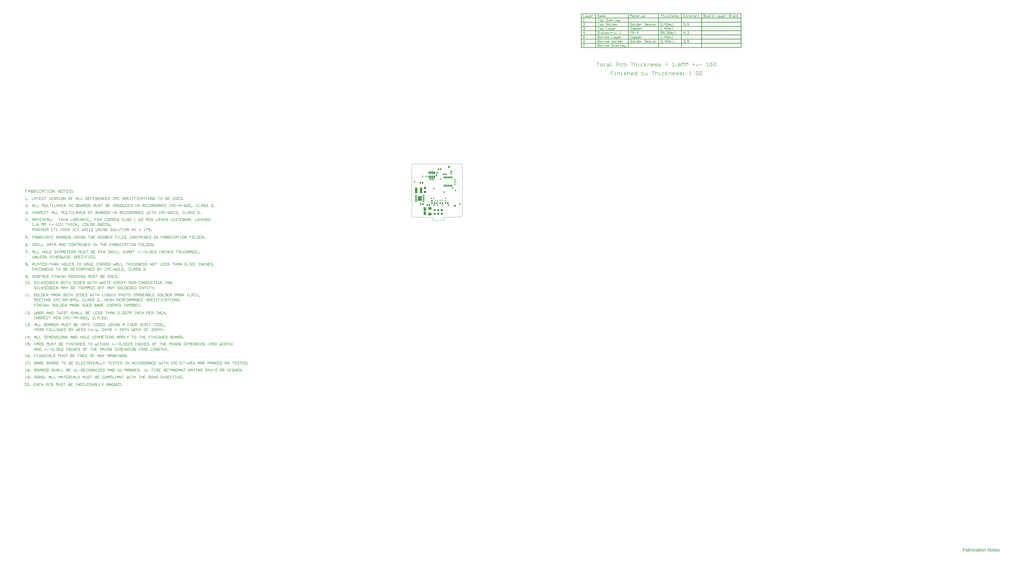
<source format=gbs>
G04 Layer_Color=16711935*
%FSLAX25Y25*%
%MOIN*%
G70*
G01*
G75*
%ADD22C,0.01000*%
%ADD27C,0.01500*%
%ADD28C,0.00100*%
%ADD29C,0.00500*%
%ADD55R,0.05000X0.03000*%
%ADD57R,0.02765X0.03750*%
%ADD58R,0.04537X0.04340*%
%ADD59R,0.04340X0.04537*%
%ADD62C,0.05937*%
%ADD68R,0.05954X0.05954*%
%ADD69C,0.05954*%
%ADD70C,0.01200*%
%ADD71R,0.03000X0.05000*%
%ADD72R,0.05000X0.03800*%
%ADD73R,0.03041X0.03041*%
%ADD74R,0.06506X0.16348*%
%ADD75R,0.03750X0.02765*%
%ADD76R,0.02962X0.03750*%
%ADD77R,0.05918X0.06312*%
%ADD78R,0.09383X0.07178*%
%ADD79C,0.04100*%
%ADD80R,0.06902X0.10249*%
%ADD81R,0.03750X0.02962*%
%ADD82R,0.02175X0.05915*%
%ADD83O,0.02175X0.05915*%
%ADD84R,0.11627X0.13005*%
%ADD85O,0.06509X0.03556*%
%ADD86R,0.06509X0.03556*%
%ADD87O,0.03792X0.08792*%
%ADD88R,0.03792X0.08792*%
G36*
X1611440Y-943131D02*
X1612626D01*
Y-944054D01*
X1611440D01*
Y-948138D01*
Y-948153D01*
Y-948211D01*
Y-948299D01*
X1611455Y-948402D01*
X1611470Y-948621D01*
X1611484Y-948709D01*
X1611499Y-948782D01*
X1611514Y-948812D01*
X1611543Y-948870D01*
X1611601Y-948943D01*
X1611689Y-949017D01*
X1611719Y-949031D01*
X1611792Y-949046D01*
X1611923Y-949075D01*
X1612099Y-949090D01*
X1612246D01*
X1612319Y-949075D01*
X1612407D01*
X1612626Y-949046D01*
X1612787Y-950085D01*
X1612758D01*
X1612699Y-950100D01*
X1612612Y-950115D01*
X1612480Y-950129D01*
X1612348Y-950159D01*
X1612202Y-950173D01*
X1611894Y-950188D01*
X1611792D01*
X1611675Y-950173D01*
X1611528Y-950159D01*
X1611367Y-950144D01*
X1611191Y-950100D01*
X1611030Y-950056D01*
X1610884Y-949998D01*
X1610869Y-949983D01*
X1610825Y-949954D01*
X1610767Y-949910D01*
X1610694Y-949851D01*
X1610606Y-949778D01*
X1610533Y-949690D01*
X1610445Y-949588D01*
X1610386Y-949471D01*
Y-949456D01*
X1610372Y-949397D01*
X1610342Y-949309D01*
X1610328Y-949163D01*
X1610298Y-948973D01*
X1610284Y-948870D01*
X1610269Y-948738D01*
Y-948592D01*
X1610254Y-948431D01*
Y-948255D01*
Y-948065D01*
Y-944054D01*
X1609376D01*
Y-943131D01*
X1610254D01*
Y-941418D01*
X1611440Y-940701D01*
Y-943131D01*
D02*
G37*
G36*
X1653984D02*
X1655170D01*
Y-944054D01*
X1653984D01*
Y-948138D01*
Y-948153D01*
Y-948211D01*
Y-948299D01*
X1653999Y-948402D01*
X1654013Y-948621D01*
X1654028Y-948709D01*
X1654043Y-948782D01*
X1654057Y-948812D01*
X1654087Y-948870D01*
X1654145Y-948943D01*
X1654233Y-949017D01*
X1654262Y-949031D01*
X1654336Y-949046D01*
X1654467Y-949075D01*
X1654643Y-949090D01*
X1654789D01*
X1654863Y-949075D01*
X1654950D01*
X1655170Y-949046D01*
X1655331Y-950085D01*
X1655302D01*
X1655243Y-950100D01*
X1655155Y-950115D01*
X1655024Y-950129D01*
X1654892Y-950159D01*
X1654745Y-950173D01*
X1654438Y-950188D01*
X1654336D01*
X1654218Y-950173D01*
X1654072Y-950159D01*
X1653911Y-950144D01*
X1653735Y-950100D01*
X1653574Y-950056D01*
X1653428Y-949998D01*
X1653413Y-949983D01*
X1653369Y-949954D01*
X1653311Y-949910D01*
X1653238Y-949851D01*
X1653150Y-949778D01*
X1653077Y-949690D01*
X1652989Y-949588D01*
X1652930Y-949471D01*
Y-949456D01*
X1652915Y-949397D01*
X1652886Y-949309D01*
X1652872Y-949163D01*
X1652842Y-948973D01*
X1652828Y-948870D01*
X1652813Y-948738D01*
Y-948592D01*
X1652798Y-948431D01*
Y-948255D01*
Y-948065D01*
Y-944054D01*
X1651920D01*
Y-943131D01*
X1652798D01*
Y-941418D01*
X1653984Y-940701D01*
Y-943131D01*
D02*
G37*
G36*
X1648187Y-942985D02*
X1648318Y-943000D01*
X1648450Y-943014D01*
X1648611Y-943044D01*
X1648787Y-943087D01*
X1649153Y-943205D01*
X1649343Y-943278D01*
X1649548Y-943366D01*
X1649739Y-943483D01*
X1649929Y-943614D01*
X1650119Y-943761D01*
X1650295Y-943922D01*
X1650310Y-943937D01*
X1650339Y-943966D01*
X1650383Y-944024D01*
X1650441Y-944098D01*
X1650514Y-944185D01*
X1650588Y-944303D01*
X1650676Y-944449D01*
X1650763Y-944595D01*
X1650837Y-944771D01*
X1650924Y-944976D01*
X1650998Y-945181D01*
X1651071Y-945415D01*
X1651129Y-945664D01*
X1651173Y-945942D01*
X1651203Y-946220D01*
X1651217Y-946528D01*
Y-946542D01*
Y-946586D01*
Y-946660D01*
Y-946747D01*
X1651203Y-946865D01*
Y-946996D01*
X1651188Y-947143D01*
X1651173Y-947304D01*
X1651115Y-947641D01*
X1651041Y-947992D01*
X1650939Y-948343D01*
X1650807Y-948651D01*
Y-948665D01*
X1650793Y-948680D01*
X1650734Y-948782D01*
X1650632Y-948914D01*
X1650500Y-949090D01*
X1650339Y-949280D01*
X1650134Y-949471D01*
X1649900Y-949661D01*
X1649621Y-949837D01*
X1649607D01*
X1649592Y-949851D01*
X1649548Y-949880D01*
X1649490Y-949895D01*
X1649329Y-949968D01*
X1649124Y-950041D01*
X1648875Y-950129D01*
X1648597Y-950188D01*
X1648289Y-950246D01*
X1647952Y-950261D01*
X1647806D01*
X1647704Y-950246D01*
X1647586Y-950232D01*
X1647440Y-950217D01*
X1647279Y-950188D01*
X1647103Y-950144D01*
X1646737Y-950027D01*
X1646532Y-949954D01*
X1646342Y-949866D01*
X1646137Y-949763D01*
X1645947Y-949632D01*
X1645757Y-949485D01*
X1645581Y-949324D01*
X1645566Y-949309D01*
X1645537Y-949280D01*
X1645493Y-949222D01*
X1645449Y-949148D01*
X1645376Y-949046D01*
X1645303Y-948929D01*
X1645215Y-948797D01*
X1645142Y-948636D01*
X1645054Y-948446D01*
X1644966Y-948255D01*
X1644893Y-948021D01*
X1644834Y-947787D01*
X1644776Y-947523D01*
X1644732Y-947245D01*
X1644702Y-946938D01*
X1644688Y-946616D01*
Y-946586D01*
Y-946528D01*
X1644702Y-946425D01*
Y-946294D01*
X1644717Y-946133D01*
X1644746Y-945957D01*
X1644776Y-945752D01*
X1644819Y-945532D01*
X1644878Y-945298D01*
X1644951Y-945064D01*
X1645039Y-944830D01*
X1645142Y-944595D01*
X1645259Y-944361D01*
X1645405Y-944141D01*
X1645566Y-943937D01*
X1645757Y-943746D01*
X1645771Y-943732D01*
X1645800Y-943717D01*
X1645844Y-943673D01*
X1645918Y-943629D01*
X1646005Y-943571D01*
X1646108Y-943497D01*
X1646225Y-943424D01*
X1646371Y-943351D01*
X1646518Y-943292D01*
X1646679Y-943219D01*
X1647059Y-943087D01*
X1647484Y-943000D01*
X1647718Y-942985D01*
X1647952Y-942970D01*
X1648084D01*
X1648187Y-942985D01*
D02*
G37*
G36*
X1659416D02*
X1659533Y-943000D01*
X1659679Y-943014D01*
X1659826Y-943044D01*
X1660001Y-943087D01*
X1660353Y-943205D01*
X1660543Y-943278D01*
X1660733Y-943380D01*
X1660924Y-943483D01*
X1661114Y-943614D01*
X1661289Y-943761D01*
X1661465Y-943937D01*
X1661480Y-943951D01*
X1661509Y-943981D01*
X1661553Y-944039D01*
X1661612Y-944112D01*
X1661670Y-944215D01*
X1661743Y-944332D01*
X1661831Y-944464D01*
X1661919Y-944625D01*
X1661992Y-944815D01*
X1662080Y-945005D01*
X1662153Y-945225D01*
X1662226Y-945474D01*
X1662270Y-945723D01*
X1662314Y-946001D01*
X1662344Y-946294D01*
X1662358Y-946616D01*
Y-946630D01*
Y-946689D01*
Y-946791D01*
X1662344Y-946923D01*
X1657161D01*
Y-946938D01*
Y-946967D01*
X1657176Y-947040D01*
Y-947113D01*
X1657190Y-947216D01*
X1657205Y-947318D01*
X1657264Y-947582D01*
X1657351Y-947860D01*
X1657454Y-948153D01*
X1657615Y-948446D01*
X1657805Y-948695D01*
X1657834Y-948724D01*
X1657908Y-948782D01*
X1658039Y-948885D01*
X1658200Y-948987D01*
X1658420Y-949104D01*
X1658669Y-949207D01*
X1658947Y-949265D01*
X1659255Y-949295D01*
X1659372D01*
X1659489Y-949280D01*
X1659635Y-949251D01*
X1659811Y-949207D01*
X1660001Y-949148D01*
X1660192Y-949075D01*
X1660367Y-948958D01*
X1660382Y-948943D01*
X1660440Y-948885D01*
X1660528Y-948812D01*
X1660631Y-948680D01*
X1660748Y-948534D01*
X1660865Y-948343D01*
X1660982Y-948109D01*
X1661099Y-947845D01*
X1662314Y-948007D01*
Y-948021D01*
X1662300Y-948050D01*
X1662285Y-948109D01*
X1662256Y-948182D01*
X1662226Y-948270D01*
X1662183Y-948372D01*
X1662065Y-948621D01*
X1661919Y-948885D01*
X1661743Y-949163D01*
X1661509Y-949441D01*
X1661246Y-949675D01*
X1661231D01*
X1661216Y-949705D01*
X1661172Y-949734D01*
X1661099Y-949763D01*
X1661026Y-949807D01*
X1660938Y-949866D01*
X1660836Y-949910D01*
X1660704Y-949968D01*
X1660426Y-950071D01*
X1660074Y-950173D01*
X1659694Y-950232D01*
X1659255Y-950261D01*
X1659108D01*
X1659006Y-950246D01*
X1658874Y-950232D01*
X1658727Y-950217D01*
X1658566Y-950188D01*
X1658376Y-950144D01*
X1657995Y-950027D01*
X1657791Y-949954D01*
X1657600Y-949866D01*
X1657395Y-949763D01*
X1657205Y-949632D01*
X1657015Y-949485D01*
X1656839Y-949324D01*
X1656824Y-949309D01*
X1656795Y-949280D01*
X1656751Y-949222D01*
X1656707Y-949148D01*
X1656634Y-949061D01*
X1656561Y-948943D01*
X1656473Y-948797D01*
X1656400Y-948636D01*
X1656312Y-948460D01*
X1656224Y-948270D01*
X1656151Y-948050D01*
X1656092Y-947816D01*
X1656034Y-947567D01*
X1655990Y-947289D01*
X1655961Y-946996D01*
X1655946Y-946689D01*
Y-946674D01*
Y-946616D01*
Y-946513D01*
X1655961Y-946396D01*
X1655975Y-946250D01*
X1655990Y-946074D01*
X1656019Y-945884D01*
X1656063Y-945679D01*
X1656166Y-945240D01*
X1656239Y-945020D01*
X1656327Y-944786D01*
X1656429Y-944566D01*
X1656546Y-944347D01*
X1656678Y-944141D01*
X1656839Y-943951D01*
X1656854Y-943937D01*
X1656883Y-943907D01*
X1656927Y-943863D01*
X1657000Y-943790D01*
X1657088Y-943717D01*
X1657205Y-943644D01*
X1657322Y-943556D01*
X1657468Y-943453D01*
X1657630Y-943366D01*
X1657805Y-943278D01*
X1657995Y-943205D01*
X1658215Y-943117D01*
X1658435Y-943058D01*
X1658669Y-943014D01*
X1658918Y-942985D01*
X1659181Y-942970D01*
X1659313D01*
X1659416Y-942985D01*
D02*
G37*
G36*
X1614983Y-950100D02*
X1613797D01*
Y-943131D01*
X1614983D01*
Y-950100D01*
D02*
G37*
G36*
X1576729Y-942985D02*
X1576934Y-943000D01*
X1577168Y-943029D01*
X1577417Y-943058D01*
X1577651Y-943117D01*
X1577871Y-943190D01*
X1577900Y-943205D01*
X1577959Y-943219D01*
X1578061Y-943278D01*
X1578178Y-943336D01*
X1578310Y-943410D01*
X1578456Y-943497D01*
X1578574Y-943600D01*
X1578691Y-943717D01*
X1578705Y-943732D01*
X1578735Y-943775D01*
X1578778Y-943834D01*
X1578837Y-943937D01*
X1578896Y-944054D01*
X1578954Y-944185D01*
X1579013Y-944347D01*
X1579057Y-944522D01*
Y-944537D01*
X1579071Y-944581D01*
X1579086Y-944654D01*
X1579101Y-944771D01*
Y-944917D01*
X1579115Y-945108D01*
X1579130Y-945327D01*
Y-945605D01*
Y-947187D01*
Y-947201D01*
Y-947260D01*
Y-947348D01*
Y-947450D01*
Y-947582D01*
Y-947728D01*
X1579144Y-948065D01*
Y-948431D01*
X1579159Y-948768D01*
X1579174Y-948929D01*
Y-949061D01*
X1579188Y-949178D01*
X1579203Y-949280D01*
Y-949295D01*
X1579218Y-949353D01*
X1579232Y-949441D01*
X1579262Y-949544D01*
X1579305Y-949661D01*
X1579364Y-949807D01*
X1579496Y-950100D01*
X1578266D01*
X1578251Y-950085D01*
X1578237Y-950041D01*
X1578207Y-949954D01*
X1578164Y-949851D01*
X1578120Y-949719D01*
X1578090Y-949573D01*
X1578061Y-949412D01*
X1578032Y-949222D01*
X1578003Y-949251D01*
X1577915Y-949309D01*
X1577798Y-949412D01*
X1577622Y-949529D01*
X1577432Y-949675D01*
X1577212Y-949807D01*
X1576992Y-949924D01*
X1576758Y-950027D01*
X1576729Y-950041D01*
X1576656Y-950056D01*
X1576539Y-950100D01*
X1576377Y-950144D01*
X1576173Y-950188D01*
X1575953Y-950217D01*
X1575719Y-950246D01*
X1575455Y-950261D01*
X1575353D01*
X1575265Y-950246D01*
X1575177D01*
X1575060Y-950232D01*
X1574811Y-950188D01*
X1574518Y-950129D01*
X1574240Y-950027D01*
X1573947Y-949895D01*
X1573698Y-949705D01*
X1573669Y-949675D01*
X1573596Y-949602D01*
X1573508Y-949485D01*
X1573391Y-949309D01*
X1573274Y-949104D01*
X1573186Y-948870D01*
X1573113Y-948577D01*
X1573083Y-948270D01*
Y-948241D01*
Y-948182D01*
X1573098Y-948080D01*
X1573113Y-947963D01*
X1573142Y-947816D01*
X1573171Y-947655D01*
X1573230Y-947494D01*
X1573303Y-947333D01*
X1573318Y-947318D01*
X1573347Y-947260D01*
X1573391Y-947187D01*
X1573464Y-947084D01*
X1573552Y-946982D01*
X1573669Y-946865D01*
X1573786Y-946762D01*
X1573918Y-946660D01*
X1573933Y-946645D01*
X1573991Y-946616D01*
X1574064Y-946572D01*
X1574167Y-946513D01*
X1574299Y-946440D01*
X1574430Y-946381D01*
X1574591Y-946323D01*
X1574767Y-946264D01*
X1574782D01*
X1574840Y-946250D01*
X1574914Y-946235D01*
X1575031Y-946206D01*
X1575177Y-946177D01*
X1575367Y-946147D01*
X1575572Y-946118D01*
X1575821Y-946089D01*
X1575836D01*
X1575880Y-946074D01*
X1575953D01*
X1576055Y-946059D01*
X1576173Y-946045D01*
X1576304Y-946030D01*
X1576626Y-945971D01*
X1576963Y-945913D01*
X1577314Y-945854D01*
X1577651Y-945767D01*
X1577798Y-945723D01*
X1577929Y-945679D01*
Y-945664D01*
Y-945635D01*
X1577944Y-945547D01*
Y-945444D01*
Y-945401D01*
Y-945371D01*
Y-945357D01*
Y-945342D01*
Y-945254D01*
X1577929Y-945122D01*
X1577900Y-944976D01*
X1577856Y-944815D01*
X1577798Y-944639D01*
X1577724Y-944493D01*
X1577607Y-944361D01*
X1577593Y-944347D01*
X1577519Y-944303D01*
X1577417Y-944229D01*
X1577271Y-944156D01*
X1577080Y-944083D01*
X1576846Y-944010D01*
X1576568Y-943966D01*
X1576260Y-943951D01*
X1576129D01*
X1575982Y-943966D01*
X1575792Y-943981D01*
X1575587Y-944024D01*
X1575397Y-944068D01*
X1575192Y-944141D01*
X1575031Y-944244D01*
X1575016Y-944259D01*
X1574972Y-944303D01*
X1574899Y-944376D01*
X1574811Y-944478D01*
X1574709Y-944625D01*
X1574621Y-944800D01*
X1574518Y-945020D01*
X1574445Y-945269D01*
X1573289Y-945108D01*
Y-945093D01*
X1573303Y-945078D01*
X1573318Y-944991D01*
X1573362Y-944859D01*
X1573406Y-944683D01*
X1573479Y-944493D01*
X1573567Y-944303D01*
X1573669Y-944098D01*
X1573801Y-943922D01*
X1573816Y-943907D01*
X1573874Y-943849D01*
X1573947Y-943761D01*
X1574064Y-943658D01*
X1574211Y-943556D01*
X1574401Y-943439D01*
X1574606Y-943322D01*
X1574840Y-943219D01*
X1574855D01*
X1574870Y-943205D01*
X1574914Y-943190D01*
X1574957Y-943175D01*
X1575104Y-943146D01*
X1575294Y-943087D01*
X1575528Y-943044D01*
X1575792Y-943014D01*
X1576099Y-942985D01*
X1576421Y-942970D01*
X1576568D01*
X1576729Y-942985D01*
D02*
G37*
G36*
X1571986Y-941609D02*
X1566774D01*
Y-944610D01*
X1571283D01*
Y-945737D01*
X1566774D01*
Y-950100D01*
X1565500D01*
Y-940481D01*
X1571986D01*
Y-941609D01*
D02*
G37*
G36*
X1605833Y-942985D02*
X1606038Y-943000D01*
X1606272Y-943029D01*
X1606521Y-943058D01*
X1606755Y-943117D01*
X1606975Y-943190D01*
X1607004Y-943205D01*
X1607063Y-943219D01*
X1607165Y-943278D01*
X1607283Y-943336D01*
X1607414Y-943410D01*
X1607561Y-943497D01*
X1607678Y-943600D01*
X1607795Y-943717D01*
X1607810Y-943732D01*
X1607839Y-943775D01*
X1607883Y-943834D01*
X1607941Y-943937D01*
X1608000Y-944054D01*
X1608059Y-944185D01*
X1608117Y-944347D01*
X1608161Y-944522D01*
Y-944537D01*
X1608176Y-944581D01*
X1608190Y-944654D01*
X1608205Y-944771D01*
Y-944917D01*
X1608220Y-945108D01*
X1608234Y-945327D01*
Y-945605D01*
Y-947187D01*
Y-947201D01*
Y-947260D01*
Y-947348D01*
Y-947450D01*
Y-947582D01*
Y-947728D01*
X1608249Y-948065D01*
Y-948431D01*
X1608263Y-948768D01*
X1608278Y-948929D01*
Y-949061D01*
X1608293Y-949178D01*
X1608307Y-949280D01*
Y-949295D01*
X1608322Y-949353D01*
X1608337Y-949441D01*
X1608366Y-949544D01*
X1608410Y-949661D01*
X1608468Y-949807D01*
X1608600Y-950100D01*
X1607370D01*
X1607356Y-950085D01*
X1607341Y-950041D01*
X1607312Y-949954D01*
X1607268Y-949851D01*
X1607224Y-949719D01*
X1607195Y-949573D01*
X1607165Y-949412D01*
X1607136Y-949222D01*
X1607107Y-949251D01*
X1607019Y-949309D01*
X1606902Y-949412D01*
X1606726Y-949529D01*
X1606536Y-949675D01*
X1606316Y-949807D01*
X1606097Y-949924D01*
X1605862Y-950027D01*
X1605833Y-950041D01*
X1605760Y-950056D01*
X1605643Y-950100D01*
X1605482Y-950144D01*
X1605277Y-950188D01*
X1605057Y-950217D01*
X1604823Y-950246D01*
X1604560Y-950261D01*
X1604457D01*
X1604369Y-950246D01*
X1604281D01*
X1604164Y-950232D01*
X1603915Y-950188D01*
X1603623Y-950129D01*
X1603344Y-950027D01*
X1603052Y-949895D01*
X1602803Y-949705D01*
X1602773Y-949675D01*
X1602700Y-949602D01*
X1602612Y-949485D01*
X1602495Y-949309D01*
X1602378Y-949104D01*
X1602290Y-948870D01*
X1602217Y-948577D01*
X1602188Y-948270D01*
Y-948241D01*
Y-948182D01*
X1602202Y-948080D01*
X1602217Y-947963D01*
X1602246Y-947816D01*
X1602276Y-947655D01*
X1602334Y-947494D01*
X1602407Y-947333D01*
X1602422Y-947318D01*
X1602451Y-947260D01*
X1602495Y-947187D01*
X1602568Y-947084D01*
X1602656Y-946982D01*
X1602773Y-946865D01*
X1602891Y-946762D01*
X1603022Y-946660D01*
X1603037Y-946645D01*
X1603095Y-946616D01*
X1603169Y-946572D01*
X1603271Y-946513D01*
X1603403Y-946440D01*
X1603535Y-946381D01*
X1603696Y-946323D01*
X1603871Y-946264D01*
X1603886D01*
X1603945Y-946250D01*
X1604018Y-946235D01*
X1604135Y-946206D01*
X1604281Y-946177D01*
X1604472Y-946147D01*
X1604677Y-946118D01*
X1604926Y-946089D01*
X1604940D01*
X1604984Y-946074D01*
X1605057D01*
X1605160Y-946059D01*
X1605277Y-946045D01*
X1605409Y-946030D01*
X1605731Y-945971D01*
X1606067Y-945913D01*
X1606419Y-945854D01*
X1606755Y-945767D01*
X1606902Y-945723D01*
X1607034Y-945679D01*
Y-945664D01*
Y-945635D01*
X1607048Y-945547D01*
Y-945444D01*
Y-945401D01*
Y-945371D01*
Y-945357D01*
Y-945342D01*
Y-945254D01*
X1607034Y-945122D01*
X1607004Y-944976D01*
X1606960Y-944815D01*
X1606902Y-944639D01*
X1606829Y-944493D01*
X1606712Y-944361D01*
X1606697Y-944347D01*
X1606624Y-944303D01*
X1606521Y-944229D01*
X1606375Y-944156D01*
X1606185Y-944083D01*
X1605950Y-944010D01*
X1605672Y-943966D01*
X1605365Y-943951D01*
X1605233D01*
X1605087Y-943966D01*
X1604896Y-943981D01*
X1604691Y-944024D01*
X1604501Y-944068D01*
X1604296Y-944141D01*
X1604135Y-944244D01*
X1604120Y-944259D01*
X1604076Y-944303D01*
X1604003Y-944376D01*
X1603915Y-944478D01*
X1603813Y-944625D01*
X1603725Y-944800D01*
X1603623Y-945020D01*
X1603549Y-945269D01*
X1602393Y-945108D01*
Y-945093D01*
X1602407Y-945078D01*
X1602422Y-944991D01*
X1602466Y-944859D01*
X1602510Y-944683D01*
X1602583Y-944493D01*
X1602671Y-944303D01*
X1602773Y-944098D01*
X1602905Y-943922D01*
X1602920Y-943907D01*
X1602978Y-943849D01*
X1603052Y-943761D01*
X1603169Y-943658D01*
X1603315Y-943556D01*
X1603505Y-943439D01*
X1603710Y-943322D01*
X1603945Y-943219D01*
X1603959D01*
X1603974Y-943205D01*
X1604018Y-943190D01*
X1604062Y-943175D01*
X1604208Y-943146D01*
X1604399Y-943087D01*
X1604633Y-943044D01*
X1604896Y-943014D01*
X1605204Y-942985D01*
X1605526Y-942970D01*
X1605672D01*
X1605833Y-942985D01*
D02*
G37*
G36*
X1594077Y-950100D02*
X1592891D01*
Y-943131D01*
X1594077D01*
Y-950100D01*
D02*
G37*
G36*
X1627749Y-942985D02*
X1627896Y-943000D01*
X1628071Y-943029D01*
X1628276Y-943073D01*
X1628467Y-943131D01*
X1628672Y-943205D01*
X1628701Y-943219D01*
X1628759Y-943248D01*
X1628847Y-943292D01*
X1628964Y-943366D01*
X1629096Y-943453D01*
X1629228Y-943556D01*
X1629360Y-943673D01*
X1629462Y-943805D01*
X1629477Y-943819D01*
X1629506Y-943863D01*
X1629550Y-943951D01*
X1629609Y-944054D01*
X1629667Y-944171D01*
X1629726Y-944317D01*
X1629784Y-944493D01*
X1629828Y-944669D01*
Y-944683D01*
X1629843Y-944727D01*
X1629857Y-944815D01*
X1629872Y-944932D01*
Y-945093D01*
X1629887Y-945298D01*
X1629901Y-945532D01*
Y-945825D01*
Y-950100D01*
X1628716D01*
Y-945869D01*
Y-945854D01*
Y-945840D01*
Y-945752D01*
Y-945620D01*
X1628701Y-945459D01*
X1628686Y-945298D01*
X1628657Y-945108D01*
X1628613Y-944947D01*
X1628569Y-944800D01*
Y-944786D01*
X1628540Y-944742D01*
X1628511Y-944669D01*
X1628467Y-944595D01*
X1628393Y-944493D01*
X1628306Y-944405D01*
X1628203Y-944303D01*
X1628086Y-944215D01*
X1628071Y-944200D01*
X1628027Y-944185D01*
X1627954Y-944141D01*
X1627852Y-944098D01*
X1627735Y-944068D01*
X1627588Y-944024D01*
X1627442Y-944010D01*
X1627266Y-943995D01*
X1627134D01*
X1627003Y-944024D01*
X1626812Y-944054D01*
X1626607Y-944112D01*
X1626402Y-944200D01*
X1626168Y-944317D01*
X1625963Y-944478D01*
X1625934Y-944508D01*
X1625875Y-944581D01*
X1625788Y-944698D01*
X1625744Y-944786D01*
X1625700Y-944888D01*
X1625641Y-945005D01*
X1625597Y-945137D01*
X1625553Y-945283D01*
X1625509Y-945444D01*
X1625465Y-945635D01*
X1625451Y-945840D01*
X1625422Y-946059D01*
Y-946294D01*
Y-950100D01*
X1624236D01*
Y-943131D01*
X1625304D01*
Y-944127D01*
X1625319Y-944112D01*
X1625334Y-944083D01*
X1625378Y-944024D01*
X1625451Y-943951D01*
X1625524Y-943863D01*
X1625627Y-943761D01*
X1625729Y-943658D01*
X1625861Y-943541D01*
X1626022Y-943439D01*
X1626183Y-943336D01*
X1626358Y-943234D01*
X1626563Y-943146D01*
X1626768Y-943073D01*
X1627003Y-943014D01*
X1627251Y-942985D01*
X1627515Y-942970D01*
X1627617D01*
X1627749Y-942985D01*
D02*
G37*
G36*
X1591193D02*
X1591354Y-943014D01*
X1591530Y-943073D01*
X1591735Y-943131D01*
X1591955Y-943234D01*
X1592189Y-943366D01*
X1591764Y-944449D01*
X1591749Y-944434D01*
X1591691Y-944405D01*
X1591603Y-944361D01*
X1591501Y-944317D01*
X1591369Y-944273D01*
X1591222Y-944229D01*
X1591061Y-944200D01*
X1590900Y-944185D01*
X1590842D01*
X1590769Y-944200D01*
X1590666Y-944215D01*
X1590564Y-944244D01*
X1590447Y-944288D01*
X1590329Y-944347D01*
X1590212Y-944420D01*
X1590198Y-944434D01*
X1590168Y-944464D01*
X1590110Y-944522D01*
X1590051Y-944595D01*
X1589978Y-944683D01*
X1589905Y-944800D01*
X1589846Y-944932D01*
X1589788Y-945078D01*
X1589773Y-945108D01*
X1589758Y-945181D01*
X1589729Y-945313D01*
X1589700Y-945488D01*
X1589656Y-945693D01*
X1589627Y-945928D01*
X1589612Y-946177D01*
X1589597Y-946455D01*
Y-950100D01*
X1588412D01*
Y-943131D01*
X1589480D01*
Y-944171D01*
X1589495Y-944156D01*
X1589554Y-944068D01*
X1589627Y-943937D01*
X1589715Y-943790D01*
X1589832Y-943629D01*
X1589963Y-943468D01*
X1590081Y-943322D01*
X1590212Y-943219D01*
X1590227Y-943205D01*
X1590271Y-943175D01*
X1590344Y-943146D01*
X1590447Y-943087D01*
X1590549Y-943044D01*
X1590681Y-943014D01*
X1590827Y-942985D01*
X1590974Y-942970D01*
X1591076D01*
X1591193Y-942985D01*
D02*
G37*
G36*
X1614983Y-941828D02*
X1613797D01*
Y-940481D01*
X1614983D01*
Y-941828D01*
D02*
G37*
G36*
X1594077D02*
X1592891D01*
Y-940481D01*
X1594077D01*
Y-941828D01*
D02*
G37*
G36*
X1666370Y-942985D02*
X1666560Y-943000D01*
X1666794Y-943029D01*
X1667028Y-943073D01*
X1667277Y-943131D01*
X1667512Y-943219D01*
X1667526D01*
X1667541Y-943234D01*
X1667614Y-943263D01*
X1667731Y-943322D01*
X1667863Y-943380D01*
X1668009Y-943483D01*
X1668170Y-943585D01*
X1668317Y-943717D01*
X1668434Y-943863D01*
X1668448Y-943878D01*
X1668478Y-943937D01*
X1668536Y-944024D01*
X1668609Y-944141D01*
X1668668Y-944288D01*
X1668741Y-944478D01*
X1668800Y-944683D01*
X1668858Y-944917D01*
X1667702Y-945078D01*
Y-945049D01*
X1667687Y-944991D01*
X1667658Y-944888D01*
X1667614Y-944771D01*
X1667555Y-944639D01*
X1667468Y-944508D01*
X1667365Y-944361D01*
X1667233Y-944244D01*
X1667219Y-944229D01*
X1667160Y-944200D01*
X1667072Y-944141D01*
X1666955Y-944083D01*
X1666809Y-944039D01*
X1666619Y-943981D01*
X1666413Y-943951D01*
X1666165Y-943937D01*
X1666033D01*
X1665886Y-943951D01*
X1665711Y-943966D01*
X1665520Y-944010D01*
X1665330Y-944054D01*
X1665140Y-944127D01*
X1664993Y-944215D01*
X1664979Y-944229D01*
X1664935Y-944259D01*
X1664891Y-944317D01*
X1664832Y-944390D01*
X1664759Y-944478D01*
X1664715Y-944595D01*
X1664671Y-944713D01*
X1664657Y-944844D01*
Y-944859D01*
Y-944888D01*
X1664671Y-944932D01*
Y-944991D01*
X1664715Y-945122D01*
X1664788Y-945269D01*
X1664803Y-945283D01*
X1664818Y-945298D01*
X1664906Y-945371D01*
X1664964Y-945430D01*
X1665037Y-945474D01*
X1665140Y-945532D01*
X1665242Y-945576D01*
X1665257D01*
X1665286Y-945591D01*
X1665345Y-945605D01*
X1665447Y-945635D01*
X1665579Y-945679D01*
X1665769Y-945737D01*
X1666004Y-945796D01*
X1666135Y-945840D01*
X1666296Y-945884D01*
X1666311D01*
X1666355Y-945898D01*
X1666413Y-945913D01*
X1666501Y-945942D01*
X1666604Y-945971D01*
X1666721Y-946001D01*
X1666985Y-946074D01*
X1667277Y-946162D01*
X1667570Y-946264D01*
X1667834Y-946352D01*
X1667951Y-946396D01*
X1668053Y-946440D01*
X1668082Y-946455D01*
X1668141Y-946484D01*
X1668229Y-946528D01*
X1668331Y-946586D01*
X1668463Y-946674D01*
X1668595Y-946791D01*
X1668712Y-946908D01*
X1668829Y-947055D01*
X1668844Y-947069D01*
X1668873Y-947128D01*
X1668917Y-947216D01*
X1668975Y-947333D01*
X1669034Y-947479D01*
X1669078Y-947655D01*
X1669107Y-947845D01*
X1669122Y-948065D01*
Y-948094D01*
Y-948168D01*
X1669107Y-948285D01*
X1669078Y-948416D01*
X1669034Y-948592D01*
X1668975Y-948782D01*
X1668888Y-948973D01*
X1668771Y-949178D01*
X1668756Y-949207D01*
X1668712Y-949265D01*
X1668624Y-949353D01*
X1668507Y-949471D01*
X1668375Y-949602D01*
X1668200Y-949734D01*
X1667995Y-949866D01*
X1667760Y-949983D01*
X1667731Y-949998D01*
X1667643Y-950027D01*
X1667512Y-950071D01*
X1667336Y-950115D01*
X1667116Y-950173D01*
X1666867Y-950217D01*
X1666589Y-950246D01*
X1666296Y-950261D01*
X1666165D01*
X1666077Y-950246D01*
X1665960D01*
X1665828Y-950232D01*
X1665520Y-950188D01*
X1665184Y-950129D01*
X1664847Y-950027D01*
X1664510Y-949895D01*
X1664364Y-949807D01*
X1664218Y-949705D01*
X1664203D01*
X1664188Y-949675D01*
X1664100Y-949602D01*
X1663983Y-949471D01*
X1663837Y-949280D01*
X1663691Y-949046D01*
X1663544Y-948753D01*
X1663412Y-948416D01*
X1663325Y-948021D01*
X1664496Y-947831D01*
Y-947845D01*
Y-947860D01*
X1664510Y-947948D01*
X1664554Y-948080D01*
X1664598Y-948241D01*
X1664671Y-948416D01*
X1664759Y-948592D01*
X1664891Y-948768D01*
X1665037Y-948929D01*
X1665052Y-948943D01*
X1665125Y-948987D01*
X1665228Y-949046D01*
X1665359Y-949104D01*
X1665550Y-949178D01*
X1665755Y-949236D01*
X1666018Y-949280D01*
X1666296Y-949295D01*
X1666428D01*
X1666575Y-949280D01*
X1666750Y-949251D01*
X1666955Y-949222D01*
X1667160Y-949163D01*
X1667351Y-949075D01*
X1667512Y-948973D01*
X1667526Y-948958D01*
X1667570Y-948914D01*
X1667643Y-948841D01*
X1667716Y-948753D01*
X1667775Y-948636D01*
X1667848Y-948490D01*
X1667892Y-948343D01*
X1667907Y-948182D01*
Y-948168D01*
Y-948109D01*
X1667892Y-948050D01*
X1667863Y-947948D01*
X1667819Y-947860D01*
X1667760Y-947743D01*
X1667673Y-947641D01*
X1667555Y-947553D01*
X1667541Y-947538D01*
X1667497Y-947523D01*
X1667424Y-947494D01*
X1667307Y-947435D01*
X1667146Y-947392D01*
X1666941Y-947318D01*
X1666809Y-947274D01*
X1666677Y-947245D01*
X1666516Y-947201D01*
X1666340Y-947157D01*
X1666326D01*
X1666282Y-947143D01*
X1666223Y-947128D01*
X1666135Y-947099D01*
X1666018Y-947069D01*
X1665901Y-947040D01*
X1665623Y-946952D01*
X1665330Y-946865D01*
X1665023Y-946777D01*
X1664745Y-946674D01*
X1664627Y-946630D01*
X1664525Y-946586D01*
X1664510Y-946572D01*
X1664437Y-946542D01*
X1664349Y-946484D01*
X1664247Y-946411D01*
X1664115Y-946323D01*
X1663998Y-946206D01*
X1663866Y-946074D01*
X1663764Y-945928D01*
X1663749Y-945913D01*
X1663720Y-945854D01*
X1663691Y-945767D01*
X1663647Y-945649D01*
X1663588Y-945518D01*
X1663559Y-945357D01*
X1663529Y-945181D01*
X1663515Y-944991D01*
Y-944976D01*
Y-944917D01*
X1663529Y-944815D01*
X1663544Y-944713D01*
X1663559Y-944581D01*
X1663603Y-944434D01*
X1663647Y-944273D01*
X1663720Y-944127D01*
X1663734Y-944112D01*
X1663764Y-944054D01*
X1663808Y-943981D01*
X1663881Y-943893D01*
X1663954Y-943790D01*
X1664057Y-943688D01*
X1664174Y-943571D01*
X1664305Y-943468D01*
X1664320Y-943453D01*
X1664364Y-943439D01*
X1664422Y-943395D01*
X1664510Y-943351D01*
X1664613Y-943292D01*
X1664745Y-943234D01*
X1664891Y-943175D01*
X1665052Y-943117D01*
X1665081D01*
X1665140Y-943087D01*
X1665228Y-943073D01*
X1665359Y-943044D01*
X1665520Y-943014D01*
X1665681Y-943000D01*
X1665872Y-942970D01*
X1666209D01*
X1666370Y-942985D01*
D02*
G37*
G36*
X1643151Y-950100D02*
X1641848D01*
X1636797Y-942546D01*
Y-950100D01*
X1635582D01*
Y-940481D01*
X1636870D01*
X1641935Y-948036D01*
Y-940481D01*
X1643151D01*
Y-950100D01*
D02*
G37*
G36*
X1619829Y-942985D02*
X1619961Y-943000D01*
X1620093Y-943014D01*
X1620254Y-943044D01*
X1620429Y-943087D01*
X1620795Y-943205D01*
X1620986Y-943278D01*
X1621191Y-943366D01*
X1621381Y-943483D01*
X1621571Y-943614D01*
X1621762Y-943761D01*
X1621937Y-943922D01*
X1621952Y-943937D01*
X1621981Y-943966D01*
X1622025Y-944024D01*
X1622084Y-944098D01*
X1622157Y-944185D01*
X1622230Y-944303D01*
X1622318Y-944449D01*
X1622406Y-944595D01*
X1622479Y-944771D01*
X1622567Y-944976D01*
X1622640Y-945181D01*
X1622713Y-945415D01*
X1622772Y-945664D01*
X1622816Y-945942D01*
X1622845Y-946220D01*
X1622860Y-946528D01*
Y-946542D01*
Y-946586D01*
Y-946660D01*
Y-946747D01*
X1622845Y-946865D01*
Y-946996D01*
X1622830Y-947143D01*
X1622816Y-947304D01*
X1622757Y-947641D01*
X1622684Y-947992D01*
X1622581Y-948343D01*
X1622450Y-948651D01*
Y-948665D01*
X1622435Y-948680D01*
X1622376Y-948782D01*
X1622274Y-948914D01*
X1622142Y-949090D01*
X1621981Y-949280D01*
X1621776Y-949471D01*
X1621542Y-949661D01*
X1621264Y-949837D01*
X1621249D01*
X1621235Y-949851D01*
X1621191Y-949880D01*
X1621132Y-949895D01*
X1620971Y-949968D01*
X1620766Y-950041D01*
X1620517Y-950129D01*
X1620239Y-950188D01*
X1619931Y-950246D01*
X1619595Y-950261D01*
X1619448D01*
X1619346Y-950246D01*
X1619229Y-950232D01*
X1619082Y-950217D01*
X1618921Y-950188D01*
X1618746Y-950144D01*
X1618380Y-950027D01*
X1618175Y-949954D01*
X1617984Y-949866D01*
X1617779Y-949763D01*
X1617589Y-949632D01*
X1617399Y-949485D01*
X1617223Y-949324D01*
X1617208Y-949309D01*
X1617179Y-949280D01*
X1617135Y-949222D01*
X1617091Y-949148D01*
X1617018Y-949046D01*
X1616945Y-948929D01*
X1616857Y-948797D01*
X1616784Y-948636D01*
X1616696Y-948446D01*
X1616608Y-948255D01*
X1616535Y-948021D01*
X1616476Y-947787D01*
X1616418Y-947523D01*
X1616374Y-947245D01*
X1616345Y-946938D01*
X1616330Y-946616D01*
Y-946586D01*
Y-946528D01*
X1616345Y-946425D01*
Y-946294D01*
X1616359Y-946133D01*
X1616389Y-945957D01*
X1616418Y-945752D01*
X1616462Y-945532D01*
X1616520Y-945298D01*
X1616594Y-945064D01*
X1616681Y-944830D01*
X1616784Y-944595D01*
X1616901Y-944361D01*
X1617047Y-944141D01*
X1617208Y-943937D01*
X1617399Y-943746D01*
X1617413Y-943732D01*
X1617443Y-943717D01*
X1617487Y-943673D01*
X1617560Y-943629D01*
X1617648Y-943571D01*
X1617750Y-943497D01*
X1617867Y-943424D01*
X1618014Y-943351D01*
X1618160Y-943292D01*
X1618321Y-943219D01*
X1618702Y-943087D01*
X1619126Y-943000D01*
X1619361Y-942985D01*
X1619595Y-942970D01*
X1619727D01*
X1619829Y-942985D01*
D02*
G37*
G36*
X1598865D02*
X1598967D01*
X1599069Y-943000D01*
X1599333Y-943044D01*
X1599626Y-943117D01*
X1599948Y-943219D01*
X1600255Y-943366D01*
X1600533Y-943556D01*
X1600548D01*
X1600563Y-943585D01*
X1600651Y-943658D01*
X1600768Y-943790D01*
X1600914Y-943966D01*
X1601075Y-944200D01*
X1601222Y-944478D01*
X1601353Y-944815D01*
X1601456Y-945181D01*
X1600314Y-945357D01*
Y-945342D01*
X1600299Y-945327D01*
X1600285Y-945240D01*
X1600241Y-945122D01*
X1600182Y-944961D01*
X1600094Y-944786D01*
X1599992Y-944610D01*
X1599875Y-944449D01*
X1599728Y-944303D01*
X1599714Y-944288D01*
X1599655Y-944244D01*
X1599567Y-944185D01*
X1599450Y-944112D01*
X1599304Y-944054D01*
X1599143Y-943995D01*
X1598938Y-943951D01*
X1598733Y-943937D01*
X1598645D01*
X1598586Y-943951D01*
X1598425Y-943966D01*
X1598220Y-944010D01*
X1597986Y-944098D01*
X1597752Y-944215D01*
X1597503Y-944361D01*
X1597386Y-944464D01*
X1597283Y-944581D01*
X1597254Y-944610D01*
X1597239Y-944654D01*
X1597196Y-944698D01*
X1597152Y-944771D01*
X1597108Y-944859D01*
X1597064Y-944961D01*
X1597020Y-945078D01*
X1596961Y-945210D01*
X1596917Y-945357D01*
X1596873Y-945532D01*
X1596830Y-945708D01*
X1596786Y-945913D01*
X1596771Y-946133D01*
X1596742Y-946367D01*
Y-946616D01*
Y-946630D01*
Y-946674D01*
Y-946747D01*
X1596756Y-946850D01*
Y-946967D01*
X1596771Y-947099D01*
X1596815Y-947392D01*
X1596873Y-947728D01*
X1596961Y-948080D01*
X1597093Y-948387D01*
X1597181Y-948534D01*
X1597269Y-948665D01*
X1597298Y-948695D01*
X1597371Y-948768D01*
X1597488Y-948870D01*
X1597649Y-948973D01*
X1597840Y-949090D01*
X1598089Y-949192D01*
X1598352Y-949265D01*
X1598499Y-949280D01*
X1598660Y-949295D01*
X1598777D01*
X1598909Y-949265D01*
X1599069Y-949236D01*
X1599245Y-949192D01*
X1599450Y-949119D01*
X1599640Y-949017D01*
X1599816Y-948870D01*
X1599831Y-948856D01*
X1599889Y-948782D01*
X1599977Y-948695D01*
X1600065Y-948548D01*
X1600167Y-948358D01*
X1600270Y-948138D01*
X1600358Y-947860D01*
X1600416Y-947553D01*
X1601573Y-947714D01*
Y-947728D01*
X1601558Y-947772D01*
X1601544Y-947831D01*
X1601529Y-947904D01*
X1601500Y-948007D01*
X1601471Y-948124D01*
X1601383Y-948402D01*
X1601251Y-948695D01*
X1601075Y-949017D01*
X1600856Y-949309D01*
X1600592Y-949588D01*
X1600577D01*
X1600563Y-949617D01*
X1600519Y-949646D01*
X1600460Y-949690D01*
X1600373Y-949749D01*
X1600285Y-949807D01*
X1600065Y-949924D01*
X1599787Y-950041D01*
X1599450Y-950159D01*
X1599084Y-950232D01*
X1598879Y-950246D01*
X1598674Y-950261D01*
X1598542D01*
X1598440Y-950246D01*
X1598323Y-950232D01*
X1598176Y-950217D01*
X1598030Y-950188D01*
X1597854Y-950144D01*
X1597488Y-950041D01*
X1597298Y-949954D01*
X1597108Y-949866D01*
X1596917Y-949763D01*
X1596742Y-949646D01*
X1596566Y-949500D01*
X1596390Y-949339D01*
X1596376Y-949324D01*
X1596346Y-949295D01*
X1596317Y-949236D01*
X1596259Y-949163D01*
X1596185Y-949061D01*
X1596112Y-948943D01*
X1596039Y-948812D01*
X1595966Y-948651D01*
X1595878Y-948475D01*
X1595805Y-948270D01*
X1595732Y-948050D01*
X1595658Y-947801D01*
X1595600Y-947553D01*
X1595571Y-947260D01*
X1595541Y-946967D01*
X1595527Y-946645D01*
Y-946630D01*
Y-946601D01*
Y-946528D01*
Y-946455D01*
X1595541Y-946352D01*
Y-946250D01*
X1595571Y-945971D01*
X1595615Y-945664D01*
X1595688Y-945342D01*
X1595776Y-944991D01*
X1595893Y-944669D01*
Y-944654D01*
X1595907Y-944625D01*
X1595937Y-944581D01*
X1595966Y-944522D01*
X1596054Y-944376D01*
X1596171Y-944185D01*
X1596332Y-943981D01*
X1596522Y-943775D01*
X1596756Y-943571D01*
X1597020Y-943395D01*
X1597035D01*
X1597049Y-943380D01*
X1597093Y-943351D01*
X1597152Y-943322D01*
X1597313Y-943263D01*
X1597518Y-943175D01*
X1597752Y-943102D01*
X1598045Y-943029D01*
X1598352Y-942985D01*
X1598674Y-942970D01*
X1598791D01*
X1598865Y-942985D01*
D02*
G37*
G36*
X1582116Y-943907D02*
X1582131Y-943893D01*
X1582146Y-943863D01*
X1582190Y-943819D01*
X1582248Y-943761D01*
X1582321Y-943688D01*
X1582409Y-943614D01*
X1582629Y-943439D01*
X1582892Y-943263D01*
X1583229Y-943117D01*
X1583405Y-943058D01*
X1583595Y-943014D01*
X1583800Y-942985D01*
X1584005Y-942970D01*
X1584122D01*
X1584239Y-942985D01*
X1584400Y-943000D01*
X1584591Y-943029D01*
X1584795Y-943087D01*
X1585001Y-943146D01*
X1585220Y-943234D01*
X1585249Y-943248D01*
X1585323Y-943278D01*
X1585425Y-943336D01*
X1585557Y-943424D01*
X1585703Y-943527D01*
X1585850Y-943658D01*
X1586011Y-943805D01*
X1586157Y-943966D01*
X1586172Y-943981D01*
X1586216Y-944054D01*
X1586289Y-944156D01*
X1586377Y-944288D01*
X1586465Y-944449D01*
X1586567Y-944639D01*
X1586655Y-944859D01*
X1586743Y-945108D01*
X1586757Y-945137D01*
X1586772Y-945225D01*
X1586816Y-945357D01*
X1586860Y-945532D01*
X1586889Y-945737D01*
X1586933Y-945971D01*
X1586948Y-946235D01*
X1586962Y-946513D01*
Y-946528D01*
Y-946586D01*
Y-946689D01*
X1586948Y-946806D01*
X1586933Y-946967D01*
X1586918Y-947128D01*
X1586889Y-947333D01*
X1586845Y-947538D01*
X1586743Y-947977D01*
X1586669Y-948211D01*
X1586582Y-948446D01*
X1586479Y-948680D01*
X1586362Y-948899D01*
X1586230Y-949104D01*
X1586069Y-949295D01*
X1586055Y-949309D01*
X1586025Y-949339D01*
X1585981Y-949383D01*
X1585908Y-949441D01*
X1585835Y-949514D01*
X1585732Y-949602D01*
X1585615Y-949690D01*
X1585469Y-949778D01*
X1585161Y-949954D01*
X1584810Y-950115D01*
X1584605Y-950173D01*
X1584400Y-950217D01*
X1584181Y-950246D01*
X1583946Y-950261D01*
X1583829D01*
X1583741Y-950246D01*
X1583639Y-950232D01*
X1583522Y-950202D01*
X1583244Y-950129D01*
X1583097Y-950085D01*
X1582936Y-950012D01*
X1582775Y-949924D01*
X1582614Y-949822D01*
X1582468Y-949705D01*
X1582307Y-949573D01*
X1582160Y-949412D01*
X1582029Y-949236D01*
Y-950100D01*
X1580931D01*
Y-940481D01*
X1582116D01*
Y-943907D01*
D02*
G37*
%LPC*%
G36*
X1648113Y-943951D02*
X1647865D01*
X1647806Y-943966D01*
X1647645Y-943981D01*
X1647440Y-944039D01*
X1647206Y-944112D01*
X1646957Y-944229D01*
X1646708Y-944405D01*
X1646591Y-944508D01*
X1646474Y-944625D01*
X1646445Y-944654D01*
X1646415Y-944698D01*
X1646386Y-944742D01*
X1646342Y-944815D01*
X1646298Y-944903D01*
X1646240Y-945005D01*
X1646196Y-945122D01*
X1646137Y-945254D01*
X1646079Y-945401D01*
X1646035Y-945562D01*
X1645991Y-945752D01*
X1645961Y-945942D01*
X1645932Y-946162D01*
X1645903Y-946381D01*
Y-946630D01*
Y-946645D01*
Y-946689D01*
Y-946762D01*
X1645918Y-946850D01*
Y-946952D01*
X1645932Y-947084D01*
X1645976Y-947377D01*
X1646049Y-947699D01*
X1646137Y-948036D01*
X1646284Y-948358D01*
X1646371Y-948504D01*
X1646474Y-948636D01*
X1646503Y-948665D01*
X1646576Y-948738D01*
X1646708Y-948841D01*
X1646884Y-948958D01*
X1647089Y-949090D01*
X1647352Y-949192D01*
X1647630Y-949265D01*
X1647791Y-949280D01*
X1647952Y-949295D01*
X1648040D01*
X1648099Y-949280D01*
X1648260Y-949265D01*
X1648465Y-949207D01*
X1648699Y-949134D01*
X1648948Y-949017D01*
X1649182Y-948856D01*
X1649299Y-948753D01*
X1649417Y-948636D01*
Y-948621D01*
X1649446Y-948607D01*
X1649475Y-948563D01*
X1649504Y-948504D01*
X1649548Y-948431D01*
X1649607Y-948343D01*
X1649651Y-948241D01*
X1649709Y-948124D01*
X1649768Y-947992D01*
X1649812Y-947845D01*
X1649870Y-947670D01*
X1649914Y-947479D01*
X1649944Y-947289D01*
X1649973Y-947069D01*
X1650002Y-946835D01*
Y-946586D01*
Y-946572D01*
Y-946528D01*
Y-946469D01*
X1649987Y-946367D01*
Y-946264D01*
X1649973Y-946147D01*
X1649929Y-945854D01*
X1649856Y-945547D01*
X1649753Y-945210D01*
X1649607Y-944903D01*
X1649402Y-944625D01*
Y-944610D01*
X1649373Y-944595D01*
X1649299Y-944522D01*
X1649168Y-944405D01*
X1649007Y-944288D01*
X1648787Y-944171D01*
X1648538Y-944054D01*
X1648260Y-943981D01*
X1648113Y-943951D01*
D02*
G37*
G36*
X1659196Y-943937D02*
X1659123D01*
X1659064Y-943951D01*
X1658903Y-943966D01*
X1658713Y-944010D01*
X1658493Y-944068D01*
X1658274Y-944171D01*
X1658039Y-944303D01*
X1657820Y-944493D01*
X1657791Y-944522D01*
X1657732Y-944595D01*
X1657644Y-944713D01*
X1657542Y-944888D01*
X1657439Y-945093D01*
X1657337Y-945342D01*
X1657264Y-945635D01*
X1657220Y-945957D01*
X1661114D01*
Y-945942D01*
Y-945913D01*
X1661099Y-945869D01*
Y-945811D01*
X1661070Y-945649D01*
X1661026Y-945459D01*
X1660967Y-945254D01*
X1660880Y-945035D01*
X1660792Y-944815D01*
X1660660Y-944639D01*
Y-944625D01*
X1660631Y-944610D01*
X1660558Y-944522D01*
X1660426Y-944420D01*
X1660265Y-944288D01*
X1660045Y-944156D01*
X1659796Y-944039D01*
X1659518Y-943966D01*
X1659357Y-943951D01*
X1659196Y-943937D01*
D02*
G37*
G36*
X1577929Y-946601D02*
X1577900Y-946616D01*
X1577856Y-946630D01*
X1577812Y-946645D01*
X1577739Y-946674D01*
X1577651Y-946689D01*
X1577563Y-946718D01*
X1577446Y-946762D01*
X1577314Y-946791D01*
X1577168Y-946821D01*
X1577022Y-946865D01*
X1576846Y-946908D01*
X1576656Y-946938D01*
X1576451Y-946982D01*
X1576231Y-947011D01*
X1575997Y-947055D01*
X1575968D01*
X1575880Y-947069D01*
X1575748Y-947099D01*
X1575587Y-947128D01*
X1575250Y-947201D01*
X1575089Y-947245D01*
X1574957Y-947289D01*
X1574943D01*
X1574914Y-947318D01*
X1574855Y-947348D01*
X1574796Y-947392D01*
X1574650Y-947509D01*
X1574504Y-947684D01*
Y-947699D01*
X1574474Y-947728D01*
X1574460Y-947772D01*
X1574430Y-947845D01*
X1574372Y-948021D01*
X1574357Y-948124D01*
X1574343Y-948241D01*
Y-948255D01*
Y-948314D01*
X1574357Y-948402D01*
X1574387Y-948519D01*
X1574430Y-948636D01*
X1574489Y-948768D01*
X1574577Y-948899D01*
X1574694Y-949031D01*
X1574709Y-949046D01*
X1574767Y-949075D01*
X1574840Y-949134D01*
X1574957Y-949178D01*
X1575104Y-949236D01*
X1575294Y-949295D01*
X1575499Y-949324D01*
X1575748Y-949339D01*
X1575865D01*
X1575982Y-949324D01*
X1576158Y-949295D01*
X1576334Y-949265D01*
X1576539Y-949222D01*
X1576744Y-949148D01*
X1576949Y-949046D01*
X1576978Y-949031D01*
X1577036Y-948987D01*
X1577139Y-948929D01*
X1577256Y-948826D01*
X1577373Y-948724D01*
X1577505Y-948577D01*
X1577637Y-948416D01*
X1577739Y-948226D01*
X1577754Y-948211D01*
X1577768Y-948153D01*
X1577798Y-948065D01*
X1577841Y-947933D01*
X1577871Y-947758D01*
X1577900Y-947553D01*
X1577915Y-947318D01*
X1577929Y-947040D01*
Y-946601D01*
D02*
G37*
G36*
X1607034D02*
X1607004Y-946616D01*
X1606960Y-946630D01*
X1606917Y-946645D01*
X1606843Y-946674D01*
X1606755Y-946689D01*
X1606668Y-946718D01*
X1606551Y-946762D01*
X1606419Y-946791D01*
X1606272Y-946821D01*
X1606126Y-946865D01*
X1605950Y-946908D01*
X1605760Y-946938D01*
X1605555Y-946982D01*
X1605335Y-947011D01*
X1605101Y-947055D01*
X1605072D01*
X1604984Y-947069D01*
X1604852Y-947099D01*
X1604691Y-947128D01*
X1604355Y-947201D01*
X1604193Y-947245D01*
X1604062Y-947289D01*
X1604047D01*
X1604018Y-947318D01*
X1603959Y-947348D01*
X1603901Y-947392D01*
X1603754Y-947509D01*
X1603608Y-947684D01*
Y-947699D01*
X1603579Y-947728D01*
X1603564Y-947772D01*
X1603535Y-947845D01*
X1603476Y-948021D01*
X1603461Y-948124D01*
X1603447Y-948241D01*
Y-948255D01*
Y-948314D01*
X1603461Y-948402D01*
X1603491Y-948519D01*
X1603535Y-948636D01*
X1603593Y-948768D01*
X1603681Y-948899D01*
X1603798Y-949031D01*
X1603813Y-949046D01*
X1603871Y-949075D01*
X1603945Y-949134D01*
X1604062Y-949178D01*
X1604208Y-949236D01*
X1604399Y-949295D01*
X1604603Y-949324D01*
X1604852Y-949339D01*
X1604969D01*
X1605087Y-949324D01*
X1605262Y-949295D01*
X1605438Y-949265D01*
X1605643Y-949222D01*
X1605848Y-949148D01*
X1606053Y-949046D01*
X1606082Y-949031D01*
X1606141Y-948987D01*
X1606243Y-948929D01*
X1606360Y-948826D01*
X1606477Y-948724D01*
X1606609Y-948577D01*
X1606741Y-948416D01*
X1606843Y-948226D01*
X1606858Y-948211D01*
X1606873Y-948153D01*
X1606902Y-948065D01*
X1606946Y-947933D01*
X1606975Y-947758D01*
X1607004Y-947553D01*
X1607019Y-947318D01*
X1607034Y-947040D01*
Y-946601D01*
D02*
G37*
G36*
X1619756Y-943951D02*
X1619507D01*
X1619448Y-943966D01*
X1619287Y-943981D01*
X1619082Y-944039D01*
X1618848Y-944112D01*
X1618599Y-944229D01*
X1618350Y-944405D01*
X1618233Y-944508D01*
X1618116Y-944625D01*
X1618087Y-944654D01*
X1618058Y-944698D01*
X1618028Y-944742D01*
X1617984Y-944815D01*
X1617941Y-944903D01*
X1617882Y-945005D01*
X1617838Y-945122D01*
X1617779Y-945254D01*
X1617721Y-945401D01*
X1617677Y-945562D01*
X1617633Y-945752D01*
X1617604Y-945942D01*
X1617575Y-946162D01*
X1617545Y-946381D01*
Y-946630D01*
Y-946645D01*
Y-946689D01*
Y-946762D01*
X1617560Y-946850D01*
Y-946952D01*
X1617575Y-947084D01*
X1617618Y-947377D01*
X1617692Y-947699D01*
X1617779Y-948036D01*
X1617926Y-948358D01*
X1618014Y-948504D01*
X1618116Y-948636D01*
X1618145Y-948665D01*
X1618219Y-948738D01*
X1618350Y-948841D01*
X1618526Y-948958D01*
X1618731Y-949090D01*
X1618995Y-949192D01*
X1619273Y-949265D01*
X1619434Y-949280D01*
X1619595Y-949295D01*
X1619683D01*
X1619741Y-949280D01*
X1619902Y-949265D01*
X1620107Y-949207D01*
X1620341Y-949134D01*
X1620590Y-949017D01*
X1620825Y-948856D01*
X1620942Y-948753D01*
X1621059Y-948636D01*
Y-948621D01*
X1621088Y-948607D01*
X1621117Y-948563D01*
X1621147Y-948504D01*
X1621191Y-948431D01*
X1621249Y-948343D01*
X1621293Y-948241D01*
X1621352Y-948124D01*
X1621410Y-947992D01*
X1621454Y-947845D01*
X1621513Y-947670D01*
X1621557Y-947479D01*
X1621586Y-947289D01*
X1621615Y-947069D01*
X1621644Y-946835D01*
Y-946586D01*
Y-946572D01*
Y-946528D01*
Y-946469D01*
X1621630Y-946367D01*
Y-946264D01*
X1621615Y-946147D01*
X1621571Y-945854D01*
X1621498Y-945547D01*
X1621395Y-945210D01*
X1621249Y-944903D01*
X1621044Y-944625D01*
Y-944610D01*
X1621015Y-944595D01*
X1620942Y-944522D01*
X1620810Y-944405D01*
X1620649Y-944288D01*
X1620429Y-944171D01*
X1620180Y-944054D01*
X1619902Y-943981D01*
X1619756Y-943951D01*
D02*
G37*
G36*
X1584034Y-943937D02*
X1583815D01*
X1583756Y-943951D01*
X1583610Y-943966D01*
X1583434Y-944024D01*
X1583229Y-944098D01*
X1582995Y-944229D01*
X1582775Y-944390D01*
X1582658Y-944508D01*
X1582556Y-944625D01*
Y-944639D01*
X1582526Y-944654D01*
X1582512Y-944698D01*
X1582468Y-944756D01*
X1582424Y-944815D01*
X1582380Y-944903D01*
X1582336Y-945005D01*
X1582277Y-945122D01*
X1582219Y-945254D01*
X1582175Y-945401D01*
X1582131Y-945562D01*
X1582087Y-945723D01*
X1582029Y-946118D01*
X1581999Y-946572D01*
Y-946586D01*
Y-946630D01*
Y-946689D01*
Y-946777D01*
X1582014Y-946879D01*
Y-946996D01*
X1582043Y-947274D01*
X1582087Y-947567D01*
X1582146Y-947875D01*
X1582219Y-948153D01*
X1582277Y-948270D01*
X1582336Y-948387D01*
Y-948402D01*
X1582365Y-948431D01*
X1582395Y-948475D01*
X1582438Y-948534D01*
X1582556Y-948680D01*
X1582731Y-948841D01*
X1582951Y-949002D01*
X1583214Y-949148D01*
X1583346Y-949207D01*
X1583507Y-949251D01*
X1583668Y-949280D01*
X1583844Y-949295D01*
X1583917D01*
X1583976Y-949280D01*
X1584122Y-949265D01*
X1584298Y-949207D01*
X1584517Y-949134D01*
X1584737Y-949017D01*
X1584957Y-948841D01*
X1585074Y-948738D01*
X1585176Y-948621D01*
Y-948607D01*
X1585205Y-948592D01*
X1585235Y-948548D01*
X1585264Y-948490D01*
X1585308Y-948431D01*
X1585352Y-948343D01*
X1585410Y-948241D01*
X1585469Y-948124D01*
X1585513Y-947977D01*
X1585571Y-947831D01*
X1585615Y-947670D01*
X1585659Y-947494D01*
X1585689Y-947289D01*
X1585718Y-947084D01*
X1585747Y-946865D01*
Y-946616D01*
Y-946601D01*
Y-946557D01*
Y-946484D01*
X1585732Y-946396D01*
Y-946279D01*
X1585718Y-946147D01*
X1585674Y-945854D01*
X1585615Y-945518D01*
X1585513Y-945196D01*
X1585381Y-944874D01*
X1585308Y-944727D01*
X1585205Y-944595D01*
Y-944581D01*
X1585176Y-944566D01*
X1585103Y-944493D01*
X1585001Y-944390D01*
X1584839Y-944259D01*
X1584649Y-944141D01*
X1584415Y-944039D01*
X1584166Y-943966D01*
X1584034Y-943937D01*
D02*
G37*
%LPD*%
D22*
X828862Y575648D02*
Y569650D01*
X831861D01*
X832861Y570650D01*
Y571649D01*
X831861Y572649D01*
X828862D01*
X831861D01*
X832861Y573649D01*
Y574648D01*
X831861Y575648D01*
X828862D01*
X835860Y569650D02*
X837859D01*
X838859Y570650D01*
Y572649D01*
X837859Y573649D01*
X835860D01*
X834860Y572649D01*
Y570650D01*
X835860Y569650D01*
X841858Y573649D02*
X843857D01*
X844857Y572649D01*
Y569650D01*
X841858D01*
X840858Y570650D01*
X841858Y571649D01*
X844857D01*
X846856Y573649D02*
Y569650D01*
Y571649D01*
X847856Y572649D01*
X848856Y573649D01*
X849855D01*
X856853Y575648D02*
Y569650D01*
X853854D01*
X852854Y570650D01*
Y572649D01*
X853854Y573649D01*
X856853D01*
X864850Y575648D02*
Y569650D01*
X868849D01*
X871848Y573649D02*
X873847D01*
X874847Y572649D01*
Y569650D01*
X871848D01*
X870848Y570650D01*
X871848Y571649D01*
X874847D01*
X876847Y573649D02*
Y570650D01*
X877846Y569650D01*
X880845D01*
Y568650D01*
X879846Y567651D01*
X878846D01*
X880845Y569650D02*
Y573649D01*
X885844Y569650D02*
X883844D01*
X882845Y570650D01*
Y572649D01*
X883844Y573649D01*
X885844D01*
X886843Y572649D01*
Y571649D01*
X882845D01*
X888843Y573649D02*
Y569650D01*
Y571649D01*
X889842Y572649D01*
X890842Y573649D01*
X891842D01*
X904838Y574648D02*
X903838Y575648D01*
X901838D01*
X900839Y574648D01*
Y573649D01*
X901838Y572649D01*
X903838D01*
X904838Y571649D01*
Y570650D01*
X903838Y569650D01*
X901838D01*
X900839Y570650D01*
X907837Y574648D02*
Y573649D01*
X906837D01*
X908836D01*
X907837D01*
Y570650D01*
X908836Y569650D01*
X912835Y573649D02*
X914834D01*
X915834Y572649D01*
Y569650D01*
X912835D01*
X911835Y570650D01*
X912835Y571649D01*
X915834D01*
X921832Y573649D02*
X918833D01*
X917833Y572649D01*
Y570650D01*
X918833Y569650D01*
X921832D01*
X923831D02*
Y575648D01*
Y571649D02*
X926830Y573649D01*
X923831Y571649D02*
X926830Y569650D01*
X771876Y550648D02*
X772876Y551648D01*
X774875D01*
X775875Y550648D01*
Y549649D01*
X774875Y548649D01*
X773875D01*
X774875D01*
X775875Y547649D01*
Y546650D01*
X774875Y545650D01*
X772876D01*
X771876Y546650D01*
X777874Y545650D02*
Y546650D01*
X778874D01*
Y545650D01*
X777874D01*
X786871Y551648D02*
X782872D01*
Y548649D01*
X784872Y549649D01*
X785871D01*
X786871Y548649D01*
Y546650D01*
X785871Y545650D01*
X783872D01*
X782872Y546650D01*
X774875Y521650D02*
Y527648D01*
X771876Y524649D01*
X775875D01*
X777874Y521650D02*
Y522650D01*
X778874D01*
Y521650D01*
X777874D01*
X786871D02*
X782872D01*
X786871Y525649D01*
Y526648D01*
X785871Y527648D01*
X783872D01*
X782872Y526648D01*
X771876Y502648D02*
X772876Y503648D01*
X774875D01*
X775875Y502648D01*
Y501649D01*
X774875Y500649D01*
X773875D01*
X774875D01*
X775875Y499649D01*
Y498650D01*
X774875Y497650D01*
X772876D01*
X771876Y498650D01*
X777874Y497650D02*
Y498650D01*
X778874D01*
Y497650D01*
X777874D01*
X786871Y503648D02*
X782872D01*
Y500649D01*
X784872Y501649D01*
X785871D01*
X786871Y500649D01*
Y498650D01*
X785871Y497650D01*
X783872D01*
X782872Y498650D01*
X775875Y574648D02*
X774875Y575648D01*
X772876D01*
X771876Y574648D01*
Y570650D01*
X772876Y569650D01*
X774875D01*
X775875Y570650D01*
X778874Y569650D02*
X780873D01*
X781873Y570650D01*
Y572649D01*
X780873Y573649D01*
X778874D01*
X777874Y572649D01*
Y570650D01*
X778874Y569650D01*
X783872D02*
Y573649D01*
X786871D01*
X787871Y572649D01*
Y569650D01*
X789870D02*
X792869D01*
X793869Y570650D01*
X792869Y571649D01*
X790870D01*
X789870Y572649D01*
X790870Y573649D01*
X793869D01*
X796868Y574648D02*
Y573649D01*
X795868D01*
X797867D01*
X796868D01*
Y570650D01*
X797867Y569650D01*
X801866Y573649D02*
X803866D01*
X804865Y572649D01*
Y569650D01*
X801866D01*
X800867Y570650D01*
X801866Y571649D01*
X804865D01*
X806865Y569650D02*
Y573649D01*
X809864D01*
X810863Y572649D01*
Y569650D01*
X813862Y574648D02*
Y573649D01*
X812863D01*
X814862D01*
X813862D01*
Y570650D01*
X814862Y569650D01*
X706892Y550648D02*
X707892Y551648D01*
X709892D01*
X710891Y550648D01*
Y546650D01*
X709892Y545650D01*
X707892D01*
X706892Y546650D01*
Y550648D01*
X712890Y545650D02*
Y546650D01*
X713890D01*
Y545650D01*
X712890D01*
X720888D02*
Y551648D01*
X717889Y548649D01*
X721888D01*
X723887Y550648D02*
X724887Y551648D01*
X726886D01*
X727886Y550648D01*
Y546650D01*
X726886Y545650D01*
X724887D01*
X723887Y546650D01*
Y550648D01*
X729885Y545650D02*
Y549649D01*
X730885D01*
X731884Y548649D01*
Y545650D01*
Y548649D01*
X732884Y549649D01*
X733884Y548649D01*
Y545650D01*
X735883D02*
X737882D01*
X736883D01*
Y549649D01*
X735883D01*
X740881Y545650D02*
X742881D01*
X741881D01*
Y551648D01*
X740881D01*
X706892Y533650D02*
X708892D01*
X707892D01*
Y539648D01*
X706892Y538648D01*
X711891Y533650D02*
Y534650D01*
X712890D01*
Y533650D01*
X711891D01*
X719888D02*
Y539648D01*
X716889Y536649D01*
X720888D01*
X722887Y538648D02*
X723887Y539648D01*
X725886D01*
X726886Y538648D01*
Y534650D01*
X725886Y533650D01*
X723887D01*
X722887Y534650D01*
Y538648D01*
X728885Y533650D02*
Y537649D01*
X729885D01*
X730885Y536649D01*
Y533650D01*
Y536649D01*
X731884Y537649D01*
X732884Y536649D01*
Y533650D01*
X734883D02*
X736883D01*
X735883D01*
Y537649D01*
X734883D01*
X739882Y533650D02*
X741881D01*
X740881D01*
Y539648D01*
X739882D01*
X710891Y527648D02*
X706892D01*
Y524649D01*
X708892Y525649D01*
X709892D01*
X710891Y524649D01*
Y522650D01*
X709892Y521650D01*
X707892D01*
X706892Y522650D01*
X712890D02*
X713890Y521650D01*
X715890D01*
X716889Y522650D01*
Y526648D01*
X715890Y527648D01*
X713890D01*
X712890Y526648D01*
Y525649D01*
X713890Y524649D01*
X716889D01*
X718889Y521650D02*
Y522650D01*
X719888D01*
Y521650D01*
X718889D01*
X723887Y526648D02*
X724887Y527648D01*
X726886D01*
X727886Y526648D01*
Y525649D01*
X726886Y524649D01*
X725886D01*
X726886D01*
X727886Y523649D01*
Y522650D01*
X726886Y521650D01*
X724887D01*
X723887Y522650D01*
X729885D02*
X730885Y521650D01*
X732884D01*
X733884Y522650D01*
Y526648D01*
X732884Y527648D01*
X730885D01*
X729885Y526648D01*
Y525649D01*
X730885Y524649D01*
X733884D01*
X735883Y521650D02*
Y525649D01*
X736883D01*
X737882Y524649D01*
Y521650D01*
Y524649D01*
X738882Y525649D01*
X739882Y524649D01*
Y521650D01*
X741881D02*
X743881D01*
X742881D01*
Y525649D01*
X741881D01*
X746879Y521650D02*
X748879D01*
X747879D01*
Y527648D01*
X746879D01*
X706892Y509650D02*
X708892D01*
X707892D01*
Y515648D01*
X706892Y514648D01*
X711891Y509650D02*
Y510650D01*
X712890D01*
Y509650D01*
X711891D01*
X719888D02*
Y515648D01*
X716889Y512649D01*
X720888D01*
X722887Y514648D02*
X723887Y515648D01*
X725886D01*
X726886Y514648D01*
Y510650D01*
X725886Y509650D01*
X723887D01*
X722887Y510650D01*
Y514648D01*
X728885Y509650D02*
Y513649D01*
X729885D01*
X730885Y512649D01*
Y509650D01*
Y512649D01*
X731884Y513649D01*
X732884Y512649D01*
Y509650D01*
X734883D02*
X736883D01*
X735883D01*
Y513649D01*
X734883D01*
X739882Y509650D02*
X741881D01*
X740881D01*
Y515648D01*
X739882D01*
X706892Y502648D02*
X707892Y503648D01*
X709892D01*
X710891Y502648D01*
Y498650D01*
X709892Y497650D01*
X707892D01*
X706892Y498650D01*
Y502648D01*
X712890Y497650D02*
Y498650D01*
X713890D01*
Y497650D01*
X712890D01*
X720888D02*
Y503648D01*
X717889Y500649D01*
X721888D01*
X723887Y502648D02*
X724887Y503648D01*
X726886D01*
X727886Y502648D01*
Y498650D01*
X726886Y497650D01*
X724887D01*
X723887Y498650D01*
Y502648D01*
X729885Y497650D02*
Y501649D01*
X730885D01*
X731884Y500649D01*
Y497650D01*
Y500649D01*
X732884Y501649D01*
X733884Y500649D01*
Y497650D01*
X735883D02*
X737882D01*
X736883D01*
Y501649D01*
X735883D01*
X740881Y497650D02*
X742881D01*
X741881D01*
Y503648D01*
X740881D01*
X706892Y575648D02*
X710891D01*
X708892D01*
Y569650D01*
X712890Y575648D02*
Y569650D01*
Y572649D01*
X713890Y573649D01*
X715890D01*
X716889Y572649D01*
Y569650D01*
X718889D02*
X720888D01*
X719888D01*
Y573649D01*
X718889D01*
X727886D02*
X724887D01*
X723887Y572649D01*
Y570650D01*
X724887Y569650D01*
X727886D01*
X729885D02*
Y575648D01*
Y571649D02*
X732884Y573649D01*
X729885Y571649D02*
X732884Y569650D01*
X735883D02*
Y573649D01*
X738882D01*
X739882Y572649D01*
Y569650D01*
X744880D02*
X742881D01*
X741881Y570650D01*
Y572649D01*
X742881Y573649D01*
X744880D01*
X745880Y572649D01*
Y571649D01*
X741881D01*
X747879Y569650D02*
X750878D01*
X751878Y570650D01*
X750878Y571649D01*
X748879D01*
X747879Y572649D01*
X748879Y573649D01*
X751878D01*
X753877Y569650D02*
X756876D01*
X757876Y570650D01*
X756876Y571649D01*
X754877D01*
X753877Y572649D01*
X754877Y573649D01*
X757876D01*
X624914Y550648D02*
X623915Y551648D01*
X621915D01*
X620916Y550648D01*
Y549649D01*
X621915Y548649D01*
X623915D01*
X624914Y547649D01*
Y546650D01*
X623915Y545650D01*
X621915D01*
X620916Y546650D01*
X627914Y545650D02*
X629913D01*
X630912Y546650D01*
Y548649D01*
X629913Y549649D01*
X627914D01*
X626914Y548649D01*
Y546650D01*
X627914Y545650D01*
X632912D02*
X634911D01*
X633912D01*
Y551648D01*
X632912D01*
X641909D02*
Y545650D01*
X638910D01*
X637910Y546650D01*
Y548649D01*
X638910Y549649D01*
X641909D01*
X646907Y545650D02*
X644908D01*
X643908Y546650D01*
Y548649D01*
X644908Y549649D01*
X646907D01*
X647907Y548649D01*
Y547649D01*
X643908D01*
X649906Y549649D02*
Y545650D01*
Y547649D01*
X650906Y548649D01*
X651906Y549649D01*
X652905D01*
X661903Y545650D02*
Y551648D01*
X664901D01*
X665901Y550648D01*
Y548649D01*
X664901Y547649D01*
X661903D01*
X663902D02*
X665901Y545650D01*
X670899D02*
X668900D01*
X667901Y546650D01*
Y548649D01*
X668900Y549649D01*
X670899D01*
X671899Y548649D01*
Y547649D01*
X667901D01*
X673899Y545650D02*
X676898D01*
X677897Y546650D01*
X676898Y547649D01*
X674898D01*
X673899Y548649D01*
X674898Y549649D01*
X677897D01*
X679897Y545650D02*
X681896D01*
X680896D01*
Y549649D01*
X679897D01*
X684895Y545650D02*
X687894D01*
X688894Y546650D01*
X687894Y547649D01*
X685895D01*
X684895Y548649D01*
X685895Y549649D01*
X688894D01*
X691893Y550648D02*
Y549649D01*
X690893D01*
X692892D01*
X691893D01*
Y546650D01*
X692892Y545650D01*
X624914Y538648D02*
X623915Y539648D01*
X621915D01*
X620916Y538648D01*
Y534650D01*
X621915Y533650D01*
X623915D01*
X624914Y534650D01*
X627914Y533650D02*
X629913D01*
X630912Y534650D01*
Y536649D01*
X629913Y537649D01*
X627914D01*
X626914Y536649D01*
Y534650D01*
X627914Y533650D01*
X632912Y531651D02*
Y537649D01*
X635911D01*
X636910Y536649D01*
Y534650D01*
X635911Y533650D01*
X632912D01*
X638910Y531651D02*
Y537649D01*
X641909D01*
X642909Y536649D01*
Y534650D01*
X641909Y533650D01*
X638910D01*
X647907D02*
X645908D01*
X644908Y534650D01*
Y536649D01*
X645908Y537649D01*
X647907D01*
X648907Y536649D01*
Y535649D01*
X644908D01*
X650906Y537649D02*
Y533650D01*
Y535649D01*
X651906Y536649D01*
X652905Y537649D01*
X653905D01*
X624914Y527648D02*
X620916D01*
Y524649D01*
X622915D01*
X620916D01*
Y521650D01*
X626914D02*
Y527648D01*
X629913D01*
X630912Y526648D01*
Y524649D01*
X629913Y523649D01*
X626914D01*
X628913D02*
X630912Y521650D01*
X632912Y524649D02*
X636910D01*
X641909Y521650D02*
Y527648D01*
X638910Y524649D01*
X642909D01*
X624914Y514648D02*
X623915Y515648D01*
X621915D01*
X620916Y514648D01*
Y510650D01*
X621915Y509650D01*
X623915D01*
X624914Y510650D01*
X627914Y509650D02*
X629913D01*
X630912Y510650D01*
Y512649D01*
X629913Y513649D01*
X627914D01*
X626914Y512649D01*
Y510650D01*
X627914Y509650D01*
X632912Y507651D02*
Y513649D01*
X635911D01*
X636910Y512649D01*
Y510650D01*
X635911Y509650D01*
X632912D01*
X638910Y507651D02*
Y513649D01*
X641909D01*
X642909Y512649D01*
Y510650D01*
X641909Y509650D01*
X638910D01*
X647907D02*
X645908D01*
X644908Y510650D01*
Y512649D01*
X645908Y513649D01*
X647907D01*
X648907Y512649D01*
Y511649D01*
X644908D01*
X650906Y513649D02*
Y509650D01*
Y511649D01*
X651906Y512649D01*
X652905Y513649D01*
X653905D01*
X624914Y502648D02*
X623915Y503648D01*
X621915D01*
X620916Y502648D01*
Y501649D01*
X621915Y500649D01*
X623915D01*
X624914Y499649D01*
Y498650D01*
X623915Y497650D01*
X621915D01*
X620916Y498650D01*
X627914Y497650D02*
X629913D01*
X630912Y498650D01*
Y500649D01*
X629913Y501649D01*
X627914D01*
X626914Y500649D01*
Y498650D01*
X627914Y497650D01*
X632912D02*
X634911D01*
X633912D01*
Y503648D01*
X632912D01*
X641909D02*
Y497650D01*
X638910D01*
X637910Y498650D01*
Y500649D01*
X638910Y501649D01*
X641909D01*
X646907Y497650D02*
X644908D01*
X643908Y498650D01*
Y500649D01*
X644908Y501649D01*
X646907D01*
X647907Y500649D01*
Y499649D01*
X643908D01*
X649906Y501649D02*
Y497650D01*
Y499649D01*
X650906Y500649D01*
X651906Y501649D01*
X652905D01*
X661903Y497650D02*
Y503648D01*
X664901D01*
X665901Y502648D01*
Y500649D01*
X664901Y499649D01*
X661903D01*
X663902D02*
X665901Y497650D01*
X670899D02*
X668900D01*
X667901Y498650D01*
Y500649D01*
X668900Y501649D01*
X670899D01*
X671899Y500649D01*
Y499649D01*
X667901D01*
X673899Y497650D02*
X676898D01*
X677897Y498650D01*
X676898Y499649D01*
X674898D01*
X673899Y500649D01*
X674898Y501649D01*
X677897D01*
X679897Y497650D02*
X681896D01*
X680896D01*
Y501649D01*
X679897D01*
X684895Y497650D02*
X687894D01*
X688894Y498650D01*
X687894Y499649D01*
X685895D01*
X684895Y500649D01*
X685895Y501649D01*
X688894D01*
X691893Y502648D02*
Y501649D01*
X690893D01*
X692892D01*
X691893D01*
Y498650D01*
X692892Y497650D01*
X620916Y569650D02*
Y575648D01*
X622915Y573649D01*
X624914Y575648D01*
Y569650D01*
X627914Y573649D02*
X629913D01*
X630912Y572649D01*
Y569650D01*
X627914D01*
X626914Y570650D01*
X627914Y571649D01*
X630912D01*
X633912Y574648D02*
Y573649D01*
X632912D01*
X634911D01*
X633912D01*
Y570650D01*
X634911Y569650D01*
X640909D02*
X638910D01*
X637910Y570650D01*
Y572649D01*
X638910Y573649D01*
X640909D01*
X641909Y572649D01*
Y571649D01*
X637910D01*
X643908Y573649D02*
Y569650D01*
Y571649D01*
X644908Y572649D01*
X645908Y573649D01*
X646907D01*
X649906Y569650D02*
X651906D01*
X650906D01*
Y573649D01*
X649906D01*
X655904D02*
X657904D01*
X658903Y572649D01*
Y569650D01*
X655904D01*
X654905Y570650D01*
X655904Y571649D01*
X658903D01*
X660903Y569650D02*
X662902D01*
X661903D01*
Y575648D01*
X660903D01*
X527941Y563648D02*
X531940D01*
X529941D01*
Y557650D01*
X534939D02*
X536938D01*
X537938Y558650D01*
Y560649D01*
X536938Y561649D01*
X534939D01*
X533939Y560649D01*
Y558650D01*
X534939Y557650D01*
X539937Y555651D02*
Y561649D01*
X542936D01*
X543936Y560649D01*
Y558650D01*
X542936Y557650D01*
X539937D01*
X554932Y563648D02*
X552933D01*
X551933Y562648D01*
Y558650D01*
X552933Y557650D01*
X554932D01*
X555932Y558650D01*
Y562648D01*
X554932Y563648D01*
X557932Y561649D02*
X559931Y557650D01*
X561930Y561649D01*
X566929Y557650D02*
X564929D01*
X563930Y558650D01*
Y560649D01*
X564929Y561649D01*
X566929D01*
X567928Y560649D01*
Y559649D01*
X563930D01*
X569928Y561649D02*
Y557650D01*
Y559649D01*
X570927Y560649D01*
X571927Y561649D01*
X572927D01*
X575926Y557650D02*
X577925D01*
X576925D01*
Y563648D01*
X575926D01*
X581924Y561649D02*
X583923D01*
X584923Y560649D01*
Y557650D01*
X581924D01*
X580924Y558650D01*
X581924Y559649D01*
X584923D01*
X586922Y561649D02*
Y558650D01*
X587922Y557650D01*
X590921D01*
Y556650D01*
X589921Y555651D01*
X588921D01*
X590921Y557650D02*
Y561649D01*
X527941Y551648D02*
X531940D01*
X529941D01*
Y545650D01*
X534939D02*
X536938D01*
X537938Y546650D01*
Y548649D01*
X536938Y549649D01*
X534939D01*
X533939Y548649D01*
Y546650D01*
X534939Y545650D01*
X539937Y543651D02*
Y549649D01*
X542936D01*
X543936Y548649D01*
Y546650D01*
X542936Y545650D01*
X539937D01*
X555932Y550648D02*
X554932Y551648D01*
X552933D01*
X551933Y550648D01*
Y549649D01*
X552933Y548649D01*
X554932D01*
X555932Y547649D01*
Y546650D01*
X554932Y545650D01*
X552933D01*
X551933Y546650D01*
X558931Y545650D02*
X560931D01*
X561930Y546650D01*
Y548649D01*
X560931Y549649D01*
X558931D01*
X557932Y548649D01*
Y546650D01*
X558931Y545650D01*
X563930D02*
X565929D01*
X564929D01*
Y551648D01*
X563930D01*
X572927D02*
Y545650D01*
X569928D01*
X568928Y546650D01*
Y548649D01*
X569928Y549649D01*
X572927D01*
X577925Y545650D02*
X575926D01*
X574926Y546650D01*
Y548649D01*
X575926Y549649D01*
X577925D01*
X578925Y548649D01*
Y547649D01*
X574926D01*
X580924Y549649D02*
Y545650D01*
Y547649D01*
X581924Y548649D01*
X582924Y549649D01*
X583923D01*
X527941Y539648D02*
X531940D01*
X529941D01*
Y533650D01*
X534939D02*
X536938D01*
X537938Y534650D01*
Y536649D01*
X536938Y537649D01*
X534939D01*
X533939Y536649D01*
Y534650D01*
X534939Y533650D01*
X539937Y531651D02*
Y537649D01*
X542936D01*
X543936Y536649D01*
Y534650D01*
X542936Y533650D01*
X539937D01*
X551933Y539648D02*
Y533650D01*
X555932D01*
X558931Y537649D02*
X560931D01*
X561930Y536649D01*
Y533650D01*
X558931D01*
X557932Y534650D01*
X558931Y535649D01*
X561930D01*
X563930Y537649D02*
Y534650D01*
X564929Y533650D01*
X567928D01*
Y532650D01*
X566929Y531651D01*
X565929D01*
X567928Y533650D02*
Y537649D01*
X572927Y533650D02*
X570927D01*
X569928Y534650D01*
Y536649D01*
X570927Y537649D01*
X572927D01*
X573926Y536649D01*
Y535649D01*
X569928D01*
X575926Y537649D02*
Y533650D01*
Y535649D01*
X576925Y536649D01*
X577925Y537649D01*
X578925D01*
X527941Y527648D02*
Y521650D01*
X530940D01*
X531940Y522650D01*
Y526648D01*
X530940Y527648D01*
X527941D01*
X533939Y521650D02*
X535939D01*
X534939D01*
Y525649D01*
X533939D01*
X541937Y521650D02*
X539937D01*
X538938Y522650D01*
Y524649D01*
X539937Y525649D01*
X541937D01*
X542936Y524649D01*
Y523649D01*
X538938D01*
X544936Y521650D02*
X546935D01*
X545935D01*
Y527648D01*
X544936D01*
X552933Y521650D02*
X550934D01*
X549934Y522650D01*
Y524649D01*
X550934Y525649D01*
X552933D01*
X553933Y524649D01*
Y523649D01*
X549934D01*
X559931Y525649D02*
X556932D01*
X555932Y524649D01*
Y522650D01*
X556932Y521650D01*
X559931D01*
X562930Y526648D02*
Y525649D01*
X561930D01*
X563930D01*
X562930D01*
Y522650D01*
X563930Y521650D01*
X566929Y525649D02*
Y521650D01*
Y523649D01*
X567928Y524649D01*
X568928Y525649D01*
X569928D01*
X572927Y521650D02*
X574926D01*
X573926D01*
Y525649D01*
X572927D01*
X581924D02*
X578925D01*
X577925Y524649D01*
Y522650D01*
X578925Y521650D01*
X581924D01*
X589921D02*
X591921D01*
X590921D01*
Y527648D01*
X589921Y526648D01*
X527941Y515648D02*
Y509650D01*
X530940D01*
X531940Y510650D01*
Y511649D01*
X530940Y512649D01*
X527941D01*
X530940D01*
X531940Y513649D01*
Y514648D01*
X530940Y515648D01*
X527941D01*
X534939Y509650D02*
X536938D01*
X537938Y510650D01*
Y512649D01*
X536938Y513649D01*
X534939D01*
X533939Y512649D01*
Y510650D01*
X534939Y509650D01*
X540937Y514648D02*
Y513649D01*
X539937D01*
X541937D01*
X540937D01*
Y510650D01*
X541937Y509650D01*
X545935Y514648D02*
Y513649D01*
X544936D01*
X546935D01*
X545935D01*
Y510650D01*
X546935Y509650D01*
X550934D02*
X552933D01*
X553933Y510650D01*
Y512649D01*
X552933Y513649D01*
X550934D01*
X549934Y512649D01*
Y510650D01*
X550934Y509650D01*
X555932D02*
Y513649D01*
X556932D01*
X557932Y512649D01*
Y509650D01*
Y512649D01*
X558931Y513649D01*
X559931Y512649D01*
Y509650D01*
X567928Y515648D02*
Y509650D01*
X571927D01*
X574926Y513649D02*
X576925D01*
X577925Y512649D01*
Y509650D01*
X574926D01*
X573926Y510650D01*
X574926Y511649D01*
X577925D01*
X579924Y513649D02*
Y510650D01*
X580924Y509650D01*
X583923D01*
Y508650D01*
X582924Y507651D01*
X581924D01*
X583923Y509650D02*
Y513649D01*
X588921Y509650D02*
X586922D01*
X585922Y510650D01*
Y512649D01*
X586922Y513649D01*
X588921D01*
X589921Y512649D01*
Y511649D01*
X585922D01*
X591921Y513649D02*
Y509650D01*
Y511649D01*
X592920Y512649D01*
X593920Y513649D01*
X594920D01*
X527941Y503648D02*
Y497650D01*
X530940D01*
X531940Y498650D01*
Y499649D01*
X530940Y500649D01*
X527941D01*
X530940D01*
X531940Y501649D01*
Y502648D01*
X530940Y503648D01*
X527941D01*
X534939Y497650D02*
X536938D01*
X537938Y498650D01*
Y500649D01*
X536938Y501649D01*
X534939D01*
X533939Y500649D01*
Y498650D01*
X534939Y497650D01*
X540937Y502648D02*
Y501649D01*
X539937D01*
X541937D01*
X540937D01*
Y498650D01*
X541937Y497650D01*
X545935Y502648D02*
Y501649D01*
X544936D01*
X546935D01*
X545935D01*
Y498650D01*
X546935Y497650D01*
X550934D02*
X552933D01*
X553933Y498650D01*
Y500649D01*
X552933Y501649D01*
X550934D01*
X549934Y500649D01*
Y498650D01*
X550934Y497650D01*
X555932D02*
Y501649D01*
X556932D01*
X557932Y500649D01*
Y497650D01*
Y500649D01*
X558931Y501649D01*
X559931Y500649D01*
Y497650D01*
X567928D02*
X570927D01*
X571927Y498650D01*
X570927Y499649D01*
X568928D01*
X567928Y500649D01*
X568928Y501649D01*
X571927D01*
X574926Y497650D02*
X576925D01*
X577925Y498650D01*
Y500649D01*
X576925Y501649D01*
X574926D01*
X573926Y500649D01*
Y498650D01*
X574926Y497650D01*
X579924D02*
X581924D01*
X580924D01*
Y503648D01*
X579924D01*
X588921D02*
Y497650D01*
X585922D01*
X584923Y498650D01*
Y500649D01*
X585922Y501649D01*
X588921D01*
X593920Y497650D02*
X591921D01*
X590921Y498650D01*
Y500649D01*
X591921Y501649D01*
X593920D01*
X594920Y500649D01*
Y499649D01*
X590921D01*
X596919Y501649D02*
Y497650D01*
Y499649D01*
X597919Y500649D01*
X598918Y501649D01*
X599918D01*
X527941Y491648D02*
Y485650D01*
X530940D01*
X531940Y486650D01*
Y487649D01*
X530940Y488649D01*
X527941D01*
X530940D01*
X531940Y489649D01*
Y490648D01*
X530940Y491648D01*
X527941D01*
X534939Y485650D02*
X536938D01*
X537938Y486650D01*
Y488649D01*
X536938Y489649D01*
X534939D01*
X533939Y488649D01*
Y486650D01*
X534939Y485650D01*
X540937Y490648D02*
Y489649D01*
X539937D01*
X541937D01*
X540937D01*
Y486650D01*
X541937Y485650D01*
X545935Y490648D02*
Y489649D01*
X544936D01*
X546935D01*
X545935D01*
Y486650D01*
X546935Y485650D01*
X550934D02*
X552933D01*
X553933Y486650D01*
Y488649D01*
X552933Y489649D01*
X550934D01*
X549934Y488649D01*
Y486650D01*
X550934Y485650D01*
X555932D02*
Y489649D01*
X556932D01*
X557932Y488649D01*
Y485650D01*
Y488649D01*
X558931Y489649D01*
X559931Y488649D01*
Y485650D01*
X570927Y491648D02*
X568928D01*
X567928Y490648D01*
Y486650D01*
X568928Y485650D01*
X570927D01*
X571927Y486650D01*
Y490648D01*
X570927Y491648D01*
X573926Y489649D02*
X575926Y485650D01*
X577925Y489649D01*
X582924Y485650D02*
X580924D01*
X579924Y486650D01*
Y488649D01*
X580924Y489649D01*
X582924D01*
X583923Y488649D01*
Y487649D01*
X579924D01*
X585922Y489649D02*
Y485650D01*
Y487649D01*
X586922Y488649D01*
X587922Y489649D01*
X588921D01*
X591921Y485650D02*
X593920D01*
X592920D01*
Y491648D01*
X591921D01*
X597919Y489649D02*
X599918D01*
X600918Y488649D01*
Y485650D01*
X597919D01*
X596919Y486650D01*
X597919Y487649D01*
X600918D01*
X602917Y489649D02*
Y486650D01*
X603917Y485650D01*
X606916D01*
Y484650D01*
X605916Y483651D01*
X604916D01*
X606916Y485650D02*
Y489649D01*
X527941Y569650D02*
Y575648D01*
X531940Y569650D01*
Y575648D01*
X534939Y573649D02*
X536938D01*
X537938Y572649D01*
Y569650D01*
X534939D01*
X533939Y570650D01*
X534939Y571649D01*
X537938D01*
X539937Y569650D02*
Y573649D01*
X540937D01*
X541937Y572649D01*
Y569650D01*
Y572649D01*
X542936Y573649D01*
X543936Y572649D01*
Y569650D01*
X548935D02*
X546935D01*
X545935Y570650D01*
Y572649D01*
X546935Y573649D01*
X548935D01*
X549934Y572649D01*
Y571649D01*
X545935D01*
X486950Y557650D02*
X488949D01*
X487950D01*
Y563648D01*
X486950Y562648D01*
X490949Y545650D02*
X486950D01*
X490949Y549649D01*
Y550648D01*
X489949Y551648D01*
X487950D01*
X486950Y550648D01*
Y538648D02*
X487950Y539648D01*
X489949D01*
X490949Y538648D01*
Y537649D01*
X489949Y536649D01*
X488949D01*
X489949D01*
X490949Y535649D01*
Y534650D01*
X489949Y533650D01*
X487950D01*
X486950Y534650D01*
X489949Y521650D02*
Y527648D01*
X486950Y524649D01*
X490949D01*
Y515648D02*
X486950D01*
Y512649D01*
X488949Y513649D01*
X489949D01*
X490949Y512649D01*
Y510650D01*
X489949Y509650D01*
X487950D01*
X486950Y510650D01*
X490949Y503648D02*
X488949Y502648D01*
X486950Y500649D01*
Y498650D01*
X487950Y497650D01*
X489949D01*
X490949Y498650D01*
Y499649D01*
X489949Y500649D01*
X486950D01*
Y491648D02*
X490949D01*
Y490648D01*
X486950Y486650D01*
Y485650D01*
Y575648D02*
Y569650D01*
X490949D01*
X493948Y573649D02*
X495947D01*
X496947Y572649D01*
Y569650D01*
X493948D01*
X492948Y570650D01*
X493948Y571649D01*
X496947D01*
X498946Y573649D02*
Y570650D01*
X499946Y569650D01*
X502945D01*
Y568650D01*
X501945Y567651D01*
X500946D01*
X502945Y569650D02*
Y573649D01*
X507943Y569650D02*
X505944D01*
X504944Y570650D01*
Y572649D01*
X505944Y573649D01*
X507943D01*
X508943Y572649D01*
Y571649D01*
X504944D01*
X510942Y573649D02*
Y569650D01*
Y571649D01*
X511942Y572649D01*
X512942Y573649D01*
X513941D01*
X-1094835Y-479000D02*
X-1099500D01*
X-1094835Y-474335D01*
Y-473169D01*
X-1096001Y-472002D01*
X-1098334D01*
X-1099500Y-473169D01*
X-1092502D02*
X-1091336Y-472002D01*
X-1089003D01*
X-1087837Y-473169D01*
Y-477834D01*
X-1089003Y-479000D01*
X-1091336D01*
X-1092502Y-477834D01*
Y-473169D01*
X-1085505Y-479000D02*
Y-477834D01*
X-1084338D01*
Y-479000D01*
X-1085505D01*
X-1068010Y-472002D02*
X-1072675D01*
Y-479000D01*
X-1068010D01*
X-1072675Y-475501D02*
X-1070343D01*
X-1065678Y-479000D02*
Y-474335D01*
X-1063345Y-472002D01*
X-1061012Y-474335D01*
Y-479000D01*
Y-475501D01*
X-1065678D01*
X-1054015Y-473169D02*
X-1055181Y-472002D01*
X-1057514D01*
X-1058680Y-473169D01*
Y-477834D01*
X-1057514Y-479000D01*
X-1055181D01*
X-1054015Y-477834D01*
X-1051682Y-472002D02*
Y-479000D01*
Y-475501D01*
X-1047017D01*
Y-472002D01*
Y-479000D01*
X-1037687D02*
Y-472002D01*
X-1034188D01*
X-1033022Y-473169D01*
Y-475501D01*
X-1034188Y-476667D01*
X-1037687D01*
X-1026024Y-473169D02*
X-1027190Y-472002D01*
X-1029523D01*
X-1030689Y-473169D01*
Y-477834D01*
X-1029523Y-479000D01*
X-1027190D01*
X-1026024Y-477834D01*
X-1023691Y-472002D02*
Y-479000D01*
X-1020192D01*
X-1019026Y-477834D01*
Y-476667D01*
X-1020192Y-475501D01*
X-1023691D01*
X-1020192D01*
X-1019026Y-474335D01*
Y-473169D01*
X-1020192Y-472002D01*
X-1023691D01*
X-1009696Y-479000D02*
Y-472002D01*
X-1007363Y-474335D01*
X-1005031Y-472002D01*
Y-479000D01*
X-1002698Y-472002D02*
Y-477834D01*
X-1001532Y-479000D01*
X-999199D01*
X-998033Y-477834D01*
Y-472002D01*
X-991035Y-473169D02*
X-992201Y-472002D01*
X-994534D01*
X-995700Y-473169D01*
Y-474335D01*
X-994534Y-475501D01*
X-992201D01*
X-991035Y-476667D01*
Y-477834D01*
X-992201Y-479000D01*
X-994534D01*
X-995700Y-477834D01*
X-988702Y-472002D02*
X-984037D01*
X-986370D01*
Y-479000D01*
X-974707Y-472002D02*
Y-479000D01*
X-971208D01*
X-970042Y-477834D01*
Y-476667D01*
X-971208Y-475501D01*
X-974707D01*
X-971208D01*
X-970042Y-474335D01*
Y-473169D01*
X-971208Y-472002D01*
X-974707D01*
X-963044D02*
X-967709D01*
Y-479000D01*
X-963044D01*
X-967709Y-475501D02*
X-965377D01*
X-953714Y-472002D02*
X-951381D01*
X-952547D01*
Y-479000D01*
X-953714D01*
X-951381D01*
X-947882D02*
Y-472002D01*
X-943217Y-479000D01*
Y-472002D01*
X-940885D02*
Y-479000D01*
X-937386D01*
X-936219Y-477834D01*
Y-473169D01*
X-937386Y-472002D01*
X-940885D01*
X-933887D02*
X-931554D01*
X-932720D01*
Y-479000D01*
X-933887D01*
X-931554D01*
X-928055Y-472002D02*
Y-476667D01*
X-925723Y-479000D01*
X-923390Y-476667D01*
Y-472002D01*
X-921058D02*
X-918725D01*
X-919891D01*
Y-479000D01*
X-921058D01*
X-918725D01*
X-915226Y-472002D02*
Y-479000D01*
X-911727D01*
X-910561Y-477834D01*
Y-473169D01*
X-911727Y-472002D01*
X-915226D01*
X-908228D02*
Y-477834D01*
X-907062Y-479000D01*
X-904730D01*
X-903563Y-477834D01*
Y-472002D01*
X-901231Y-479000D02*
Y-474335D01*
X-898898Y-472002D01*
X-896566Y-474335D01*
Y-479000D01*
Y-475501D01*
X-901231D01*
X-894233Y-472002D02*
Y-479000D01*
X-889568D01*
X-887235Y-472002D02*
Y-479000D01*
X-882570D01*
X-880237Y-472002D02*
Y-473169D01*
X-877905Y-475501D01*
X-875572Y-473169D01*
Y-472002D01*
X-877905Y-475501D02*
Y-479000D01*
X-866242Y-472002D02*
Y-479000D01*
X-862743D01*
X-861577Y-477834D01*
Y-476667D01*
X-862743Y-475501D01*
X-866242D01*
X-862743D01*
X-861577Y-474335D01*
Y-473169D01*
X-862743Y-472002D01*
X-866242D01*
X-859244Y-479000D02*
Y-474335D01*
X-856912Y-472002D01*
X-854579Y-474335D01*
Y-479000D01*
Y-475501D01*
X-859244D01*
X-847581Y-473169D02*
X-848748Y-472002D01*
X-851080D01*
X-852246Y-473169D01*
Y-477834D01*
X-851080Y-479000D01*
X-848748D01*
X-847581Y-477834D01*
Y-475501D01*
X-849914D01*
X-840584Y-473169D02*
X-841750Y-472002D01*
X-844083D01*
X-845249Y-473169D01*
Y-477834D01*
X-844083Y-479000D01*
X-841750D01*
X-840584Y-477834D01*
Y-475501D01*
X-842916D01*
X-833586Y-472002D02*
X-838251D01*
Y-479000D01*
X-833586D01*
X-838251Y-475501D02*
X-835919D01*
X-831253Y-472002D02*
Y-479000D01*
X-827754D01*
X-826588Y-477834D01*
Y-473169D01*
X-827754Y-472002D01*
X-831253D01*
X-824256Y-479000D02*
Y-477834D01*
X-823089D01*
Y-479000D01*
X-824256D01*
X572294Y414527D02*
X565630D01*
Y409528D01*
X568962D01*
X565630D01*
Y404530D01*
X575627D02*
X578959D01*
X577293D01*
Y411194D01*
X575627D01*
X583957Y404530D02*
Y411194D01*
X588956D01*
X590622Y409528D01*
Y404530D01*
X593954D02*
X597286D01*
X595620D01*
Y411194D01*
X593954D01*
X602285Y404530D02*
X607283D01*
X608949Y406196D01*
X607283Y407862D01*
X603951D01*
X602285Y409528D01*
X603951Y411194D01*
X608949D01*
X612282Y414527D02*
Y404530D01*
Y409528D01*
X613948Y411194D01*
X617280D01*
X618946Y409528D01*
Y404530D01*
X627277D02*
X623944D01*
X622278Y406196D01*
Y409528D01*
X623944Y411194D01*
X627277D01*
X628943Y409528D01*
Y407862D01*
X622278D01*
X638940Y414527D02*
Y404530D01*
X633941D01*
X632275Y406196D01*
Y409528D01*
X633941Y411194D01*
X638940D01*
X658933D02*
X653935D01*
X652269Y409528D01*
Y406196D01*
X653935Y404530D01*
X658933D01*
X662265Y411194D02*
Y406196D01*
X663932Y404530D01*
X668930D01*
Y411194D01*
X682259Y414527D02*
X688923D01*
X685591D01*
Y404530D01*
X692256Y414527D02*
Y404530D01*
Y409528D01*
X693922Y411194D01*
X697254D01*
X698920Y409528D01*
Y404530D01*
X702252D02*
X705585D01*
X703919D01*
Y411194D01*
X702252D01*
X717248D02*
X712249D01*
X710583Y409528D01*
Y406196D01*
X712249Y404530D01*
X717248D01*
X720580D02*
Y414527D01*
Y407862D02*
X725578Y411194D01*
X720580Y407862D02*
X725578Y404530D01*
X730577D02*
Y411194D01*
X735575D01*
X737241Y409528D01*
Y404530D01*
X745572D02*
X742240D01*
X740573Y406196D01*
Y409528D01*
X742240Y411194D01*
X745572D01*
X747238Y409528D01*
Y407862D01*
X740573D01*
X750570Y404530D02*
X755569D01*
X757235Y406196D01*
X755569Y407862D01*
X752236D01*
X750570Y409528D01*
X752236Y411194D01*
X757235D01*
X760567Y404530D02*
X765565D01*
X767231Y406196D01*
X765565Y407862D01*
X762233D01*
X760567Y409528D01*
X762233Y411194D01*
X767231D01*
X770564D02*
X772230D01*
Y409528D01*
X770564D01*
Y411194D01*
Y406196D02*
X772230D01*
Y404530D01*
X770564D01*
Y406196D01*
X788891Y404530D02*
X792223D01*
X790557D01*
Y414527D01*
X788891Y412861D01*
X812217Y414527D02*
X808885D01*
X807218Y412861D01*
Y406196D01*
X808885Y404530D01*
X812217D01*
X813883Y406196D01*
Y412861D01*
X812217Y414527D01*
X817215D02*
X823880D01*
Y412861D01*
X817215Y406196D01*
Y404530D01*
X823880D01*
X525555Y439621D02*
X532220D01*
X528887D01*
Y429624D01*
X537218D02*
X540550D01*
X542216Y431290D01*
Y434623D01*
X540550Y436289D01*
X537218D01*
X535552Y434623D01*
Y431290D01*
X537218Y429624D01*
X547215Y437955D02*
Y436289D01*
X545549D01*
X548881D01*
X547215D01*
Y431290D01*
X548881Y429624D01*
X555545Y436289D02*
X558878D01*
X560544Y434623D01*
Y429624D01*
X555545D01*
X553879Y431290D01*
X555545Y432957D01*
X560544D01*
X563876Y429624D02*
X567208D01*
X565542D01*
Y439621D01*
X563876D01*
X582203Y429624D02*
Y439621D01*
X587202D01*
X588868Y437955D01*
Y434623D01*
X587202Y432957D01*
X582203D01*
X598865Y436289D02*
X593866D01*
X592200Y434623D01*
Y431290D01*
X593866Y429624D01*
X598865D01*
X602197Y439621D02*
Y429624D01*
X607195D01*
X608861Y431290D01*
Y432957D01*
Y434623D01*
X607195Y436289D01*
X602197D01*
X622191Y439621D02*
X628855D01*
X625523D01*
Y429624D01*
X632187Y439621D02*
Y429624D01*
Y434623D01*
X633853Y436289D01*
X637186D01*
X638852Y434623D01*
Y429624D01*
X642184D02*
X645516D01*
X643850D01*
Y436289D01*
X642184D01*
X657179D02*
X652181D01*
X650515Y434623D01*
Y431290D01*
X652181Y429624D01*
X657179D01*
X660511D02*
Y439621D01*
Y432957D02*
X665510Y436289D01*
X660511Y432957D02*
X665510Y429624D01*
X670508D02*
Y436289D01*
X675507D01*
X677173Y434623D01*
Y429624D01*
X685503D02*
X682171D01*
X680505Y431290D01*
Y434623D01*
X682171Y436289D01*
X685503D01*
X687170Y434623D01*
Y432957D01*
X680505D01*
X690502Y429624D02*
X695500D01*
X697166Y431290D01*
X695500Y432957D01*
X692168D01*
X690502Y434623D01*
X692168Y436289D01*
X697166D01*
X700499Y429624D02*
X705497D01*
X707163Y431290D01*
X705497Y432957D01*
X702165D01*
X700499Y434623D01*
X702165Y436289D01*
X707163D01*
X720492Y432957D02*
X727157D01*
X720492Y436289D02*
X727157D01*
X740486Y429624D02*
X743818D01*
X742152D01*
Y439621D01*
X740486Y437955D01*
X748816Y429624D02*
Y431290D01*
X750482D01*
Y429624D01*
X748816D01*
X763811Y439621D02*
X760479Y437955D01*
X757147Y434623D01*
Y431290D01*
X758813Y429624D01*
X762145D01*
X763811Y431290D01*
Y432957D01*
X762145Y434623D01*
X757147D01*
X767144Y429624D02*
Y439621D01*
X770476Y436289D01*
X773808Y439621D01*
Y429624D01*
X777141D02*
Y439621D01*
X780473Y436289D01*
X783805Y439621D01*
Y429624D01*
X797134Y434623D02*
X803798D01*
X800466Y437955D02*
Y431290D01*
X807131Y429624D02*
X813795Y436289D01*
X817128Y434623D02*
X823792D01*
X837121Y429624D02*
X840453D01*
X838787D01*
Y439621D01*
X837121Y437955D01*
X845452D02*
X847118Y439621D01*
X850450D01*
X852116Y437955D01*
Y431290D01*
X850450Y429624D01*
X847118D01*
X845452Y431290D01*
Y437955D01*
X855449Y431290D02*
X863779Y439621D01*
X855449D02*
Y441287D01*
X857115D01*
Y439621D01*
X855449D01*
X862113Y429624D02*
Y431290D01*
X863779D01*
Y429624D01*
X862113D01*
X-1071420Y-282495D02*
X-1069087D01*
X-1070253D01*
Y-289493D01*
X-1071420D01*
X-1069087D01*
X-1065588D02*
Y-282495D01*
X-1060923Y-289493D01*
Y-282495D01*
X-1053925Y-283662D02*
X-1055092Y-282495D01*
X-1057424D01*
X-1058591Y-283662D01*
Y-284828D01*
X-1057424Y-285994D01*
X-1055092D01*
X-1053925Y-287160D01*
Y-288327D01*
X-1055092Y-289493D01*
X-1057424D01*
X-1058591Y-288327D01*
X-1051593Y-289493D02*
Y-282495D01*
X-1048094D01*
X-1046928Y-283662D01*
Y-285994D01*
X-1048094Y-287160D01*
X-1051593D01*
X-1039930Y-282495D02*
X-1044595D01*
Y-289493D01*
X-1039930D01*
X-1044595Y-285994D02*
X-1042262D01*
X-1032932Y-283662D02*
X-1034098Y-282495D01*
X-1036431D01*
X-1037597Y-283662D01*
Y-288327D01*
X-1036431Y-289493D01*
X-1034098D01*
X-1032932Y-288327D01*
X-1030599Y-282495D02*
X-1025934D01*
X-1028267D01*
Y-289493D01*
X-1016604D02*
Y-282495D01*
X-1013105D01*
X-1011939Y-283662D01*
Y-285994D01*
X-1013105Y-287160D01*
X-1016604D01*
X-1004941Y-282495D02*
X-1009606D01*
Y-289493D01*
X-1004941D01*
X-1009606Y-285994D02*
X-1007274D01*
X-1002609Y-289493D02*
Y-282495D01*
X-999110D01*
X-997943Y-283662D01*
Y-285994D01*
X-999110Y-287160D01*
X-1002609D01*
X-1000276D02*
X-997943Y-289493D01*
X-988613Y-282495D02*
X-986281D01*
X-987447D01*
Y-289493D01*
X-988613D01*
X-986281D01*
X-982782D02*
Y-282495D01*
X-979283D01*
X-978117Y-283662D01*
Y-285994D01*
X-979283Y-287160D01*
X-982782D01*
X-971119Y-283662D02*
X-972285Y-282495D01*
X-974618D01*
X-975784Y-283662D01*
Y-288327D01*
X-974618Y-289493D01*
X-972285D01*
X-971119Y-288327D01*
X-968786Y-285994D02*
X-964121D01*
X-961788Y-282495D02*
X-957123D01*
X-959456D01*
Y-289493D01*
X-954791D02*
Y-282495D01*
X-952458Y-284828D01*
X-950126Y-282495D01*
Y-289493D01*
X-947793Y-285994D02*
X-943128D01*
X-936130Y-282495D02*
X-938463Y-283662D01*
X-940795Y-285994D01*
Y-288327D01*
X-939629Y-289493D01*
X-937296D01*
X-936130Y-288327D01*
Y-287160D01*
X-937296Y-285994D01*
X-940795D01*
X-929132Y-282495D02*
X-933797D01*
Y-285994D01*
X-931465Y-284828D01*
X-930299D01*
X-929132Y-285994D01*
Y-288327D01*
X-930299Y-289493D01*
X-932631D01*
X-933797Y-288327D01*
X-926800Y-283662D02*
X-925633Y-282495D01*
X-923301D01*
X-922135Y-283662D01*
Y-288327D01*
X-923301Y-289493D01*
X-925633D01*
X-926800Y-288327D01*
Y-283662D01*
X-918636Y-290659D02*
X-917469Y-289493D01*
Y-288327D01*
X-918636D01*
Y-289493D01*
X-917469D01*
X-918636Y-290659D01*
X-919802Y-291826D01*
X-901141Y-289493D02*
X-905807D01*
X-901141Y-284828D01*
Y-283662D01*
X-902308Y-282495D01*
X-904640D01*
X-905807Y-283662D01*
X-898809Y-289493D02*
Y-288327D01*
X-897643D01*
Y-289493D01*
X-898809D01*
X-889478D02*
Y-282495D01*
X-892977Y-285994D01*
X-888312D01*
X-885980Y-289493D02*
Y-288327D01*
X-884813D01*
Y-289493D01*
X-885980D01*
X-875483D02*
X-880148D01*
X-875483Y-284828D01*
Y-283662D01*
X-876649Y-282495D01*
X-878982D01*
X-880148Y-283662D01*
X-868485Y-289493D02*
X-873150D01*
X-868485Y-284828D01*
Y-283662D01*
X-869652Y-282495D01*
X-871984D01*
X-873150Y-283662D01*
X-866153Y-289493D02*
Y-288327D01*
X-864986D01*
Y-289493D01*
X-866153D01*
X-1077020Y-109495D02*
Y-115327D01*
X-1075853Y-116493D01*
X-1073521D01*
X-1072355Y-115327D01*
Y-109495D01*
X-1070022Y-116493D02*
Y-109495D01*
X-1065357Y-116493D01*
Y-109495D01*
X-1063024D02*
Y-116493D01*
X-1058359D01*
X-1051361Y-109495D02*
X-1056026D01*
Y-116493D01*
X-1051361D01*
X-1056026Y-112994D02*
X-1053694D01*
X-1044364Y-110661D02*
X-1045530Y-109495D01*
X-1047862D01*
X-1049029Y-110661D01*
Y-111828D01*
X-1047862Y-112994D01*
X-1045530D01*
X-1044364Y-114160D01*
Y-115327D01*
X-1045530Y-116493D01*
X-1047862D01*
X-1049029Y-115327D01*
X-1037366Y-110661D02*
X-1038532Y-109495D01*
X-1040865D01*
X-1042031Y-110661D01*
Y-111828D01*
X-1040865Y-112994D01*
X-1038532D01*
X-1037366Y-114160D01*
Y-115327D01*
X-1038532Y-116493D01*
X-1040865D01*
X-1042031Y-115327D01*
X-1024537Y-109495D02*
X-1026869D01*
X-1028036Y-110661D01*
Y-115327D01*
X-1026869Y-116493D01*
X-1024537D01*
X-1023370Y-115327D01*
Y-110661D01*
X-1024537Y-109495D01*
X-1021038D02*
X-1016373D01*
X-1018705D01*
Y-116493D01*
X-1014040Y-109495D02*
Y-116493D01*
Y-112994D01*
X-1009375D01*
Y-109495D01*
Y-116493D01*
X-1002377Y-109495D02*
X-1007042D01*
Y-116493D01*
X-1002377D01*
X-1007042Y-112994D02*
X-1004710D01*
X-1000045Y-116493D02*
Y-109495D01*
X-996546D01*
X-995379Y-110661D01*
Y-112994D01*
X-996546Y-114160D01*
X-1000045D01*
X-997712D02*
X-995379Y-116493D01*
X-993047Y-109495D02*
Y-116493D01*
X-990714Y-114160D01*
X-988382Y-116493D01*
Y-109495D01*
X-986049D02*
X-983716D01*
X-984883D01*
Y-116493D01*
X-986049D01*
X-983716D01*
X-975552Y-110661D02*
X-976719Y-109495D01*
X-979051D01*
X-980218Y-110661D01*
Y-111828D01*
X-979051Y-112994D01*
X-976719D01*
X-975552Y-114160D01*
Y-115327D01*
X-976719Y-116493D01*
X-979051D01*
X-980218Y-115327D01*
X-968555Y-109495D02*
X-973220D01*
Y-116493D01*
X-968555D01*
X-973220Y-112994D02*
X-970887D01*
X-954559Y-110661D02*
X-955725Y-109495D01*
X-958058D01*
X-959224Y-110661D01*
Y-111828D01*
X-958058Y-112994D01*
X-955725D01*
X-954559Y-114160D01*
Y-115327D01*
X-955725Y-116493D01*
X-958058D01*
X-959224Y-115327D01*
X-952227Y-116493D02*
Y-109495D01*
X-948728D01*
X-947561Y-110661D01*
Y-112994D01*
X-948728Y-114160D01*
X-952227D01*
X-940564Y-109495D02*
X-945229D01*
Y-116493D01*
X-940564D01*
X-945229Y-112994D02*
X-942896D01*
X-933566Y-110661D02*
X-934732Y-109495D01*
X-937065D01*
X-938231Y-110661D01*
Y-115327D01*
X-937065Y-116493D01*
X-934732D01*
X-933566Y-115327D01*
X-931233Y-109495D02*
X-928901D01*
X-930067D01*
Y-116493D01*
X-931233D01*
X-928901D01*
X-920737Y-109495D02*
X-925402D01*
Y-112994D01*
X-923069D01*
X-925402D01*
Y-116493D01*
X-918404Y-109495D02*
X-916072D01*
X-917238D01*
Y-116493D01*
X-918404D01*
X-916072D01*
X-907908Y-109495D02*
X-912573D01*
Y-116493D01*
X-907908D01*
X-912573Y-112994D02*
X-910240D01*
X-905575Y-109495D02*
Y-116493D01*
X-902076D01*
X-900910Y-115327D01*
Y-110661D01*
X-902076Y-109495D01*
X-905575D01*
X-898577Y-116493D02*
Y-115327D01*
X-897411D01*
Y-116493D01*
X-898577D01*
X-1091688Y77705D02*
X-1097020D01*
Y73706D01*
X-1094354D01*
X-1097020D01*
Y69707D01*
X-1089022D02*
Y75039D01*
X-1086357Y77705D01*
X-1083691Y75039D01*
Y69707D01*
Y73706D01*
X-1089022D01*
X-1081025Y77705D02*
Y69707D01*
X-1077026D01*
X-1075693Y71040D01*
Y72373D01*
X-1077026Y73706D01*
X-1081025D01*
X-1077026D01*
X-1075693Y75039D01*
Y76372D01*
X-1077026Y77705D01*
X-1081025D01*
X-1073027Y69707D02*
Y77705D01*
X-1069029D01*
X-1067696Y76372D01*
Y73706D01*
X-1069029Y72373D01*
X-1073027D01*
X-1070362D02*
X-1067696Y69707D01*
X-1065030Y77705D02*
X-1062364D01*
X-1063697D01*
Y69707D01*
X-1065030D01*
X-1062364D01*
X-1053034Y76372D02*
X-1054367Y77705D01*
X-1057033D01*
X-1058366Y76372D01*
Y71040D01*
X-1057033Y69707D01*
X-1054367D01*
X-1053034Y71040D01*
X-1050368Y69707D02*
Y75039D01*
X-1047702Y77705D01*
X-1045037Y75039D01*
Y69707D01*
Y73706D01*
X-1050368D01*
X-1042371Y77705D02*
X-1037039D01*
X-1039705D01*
Y69707D01*
X-1034373Y77705D02*
X-1031707D01*
X-1033040D01*
Y69707D01*
X-1034373D01*
X-1031707D01*
X-1023710Y77705D02*
X-1026376D01*
X-1027709Y76372D01*
Y71040D01*
X-1026376Y69707D01*
X-1023710D01*
X-1022377Y71040D01*
Y76372D01*
X-1023710Y77705D01*
X-1019711Y69707D02*
Y77705D01*
X-1014380Y69707D01*
Y77705D01*
X-1003717Y69707D02*
Y77705D01*
X-998385Y69707D01*
Y77705D01*
X-991720D02*
X-994386D01*
X-995719Y76372D01*
Y71040D01*
X-994386Y69707D01*
X-991720D01*
X-990388Y71040D01*
Y76372D01*
X-991720Y77705D01*
X-987722D02*
X-982390D01*
X-985056D01*
Y69707D01*
X-974393Y77705D02*
X-979724D01*
Y69707D01*
X-974393D01*
X-979724Y73706D02*
X-977059D01*
X-966395Y76372D02*
X-967728Y77705D01*
X-970394D01*
X-971727Y76372D01*
Y75039D01*
X-970394Y73706D01*
X-967728D01*
X-966395Y72373D01*
Y71040D01*
X-967728Y69707D01*
X-970394D01*
X-971727Y71040D01*
X-963729Y75039D02*
X-962397D01*
Y73706D01*
X-963729D01*
Y75039D01*
Y71040D02*
X-962397D01*
Y69707D01*
X-963729D01*
Y71040D01*
X-1097020Y-457793D02*
X-1094687D01*
X-1095853D01*
Y-450795D01*
X-1097020Y-451962D01*
X-1091188Y-456627D02*
X-1090022Y-457793D01*
X-1087689D01*
X-1086523Y-456627D01*
Y-451962D01*
X-1087689Y-450795D01*
X-1090022D01*
X-1091188Y-451962D01*
Y-453128D01*
X-1090022Y-454294D01*
X-1086523D01*
X-1084190Y-457793D02*
Y-456627D01*
X-1083024D01*
Y-457793D01*
X-1084190D01*
X-1071361D02*
Y-450795D01*
X-1067862D01*
X-1066696Y-451962D01*
Y-454294D01*
X-1067862Y-455460D01*
X-1071361D01*
X-1069029D02*
X-1066696Y-457793D01*
X-1060865Y-450795D02*
X-1063197D01*
X-1064364Y-451962D01*
Y-456627D01*
X-1063197Y-457793D01*
X-1060865D01*
X-1059698Y-456627D01*
Y-451962D01*
X-1060865Y-450795D01*
X-1057366D02*
Y-457793D01*
Y-454294D01*
X-1052701D01*
Y-450795D01*
Y-457793D01*
X-1045703Y-451962D02*
X-1046869Y-450795D01*
X-1049202D01*
X-1050368Y-451962D01*
Y-453128D01*
X-1049202Y-454294D01*
X-1046869D01*
X-1045703Y-455460D01*
Y-456627D01*
X-1046869Y-457793D01*
X-1049202D01*
X-1050368Y-456627D01*
X-1043370Y-453128D02*
X-1042204D01*
Y-454294D01*
X-1043370D01*
Y-453128D01*
Y-456627D02*
X-1042204D01*
Y-457793D01*
X-1043370D01*
Y-456627D01*
X-1030541Y-457793D02*
Y-453128D01*
X-1028209Y-450795D01*
X-1025876Y-453128D01*
Y-457793D01*
Y-454294D01*
X-1030541D01*
X-1023543Y-450795D02*
Y-457793D01*
X-1018878D01*
X-1016546Y-450795D02*
Y-457793D01*
X-1011880D01*
X-1002550D02*
Y-450795D01*
X-1000218Y-453128D01*
X-997885Y-450795D01*
Y-457793D01*
X-995552D02*
Y-453128D01*
X-993220Y-450795D01*
X-990887Y-453128D01*
Y-457793D01*
Y-454294D01*
X-995552D01*
X-988555Y-450795D02*
X-983890D01*
X-986222D01*
Y-457793D01*
X-976892Y-450795D02*
X-981557D01*
Y-457793D01*
X-976892D01*
X-981557Y-454294D02*
X-979224D01*
X-974559Y-457793D02*
Y-450795D01*
X-971060D01*
X-969894Y-451962D01*
Y-454294D01*
X-971060Y-455460D01*
X-974559D01*
X-972227D02*
X-969894Y-457793D01*
X-967562Y-450795D02*
X-965229D01*
X-966395D01*
Y-457793D01*
X-967562D01*
X-965229D01*
X-961730D02*
Y-453128D01*
X-959398Y-450795D01*
X-957065Y-453128D01*
Y-457793D01*
Y-454294D01*
X-961730D01*
X-954732Y-450795D02*
Y-457793D01*
X-950067D01*
X-943069Y-451962D02*
X-944236Y-450795D01*
X-946568D01*
X-947735Y-451962D01*
Y-453128D01*
X-946568Y-454294D01*
X-944236D01*
X-943069Y-455460D01*
Y-456627D01*
X-944236Y-457793D01*
X-946568D01*
X-947735Y-456627D01*
X-933739Y-457793D02*
Y-450795D01*
X-931406Y-453128D01*
X-929074Y-450795D01*
Y-457793D01*
X-926741Y-450795D02*
Y-456627D01*
X-925575Y-457793D01*
X-923242D01*
X-922076Y-456627D01*
Y-450795D01*
X-915078Y-451962D02*
X-916245Y-450795D01*
X-918577D01*
X-919744Y-451962D01*
Y-453128D01*
X-918577Y-454294D01*
X-916245D01*
X-915078Y-455460D01*
Y-456627D01*
X-916245Y-457793D01*
X-918577D01*
X-919744Y-456627D01*
X-912746Y-450795D02*
X-908081D01*
X-910413D01*
Y-457793D01*
X-898750Y-450795D02*
Y-457793D01*
X-895251D01*
X-894085Y-456627D01*
Y-455460D01*
X-895251Y-454294D01*
X-898750D01*
X-895251D01*
X-894085Y-453128D01*
Y-451962D01*
X-895251Y-450795D01*
X-898750D01*
X-887088D02*
X-891753D01*
Y-457793D01*
X-887088D01*
X-891753Y-454294D02*
X-889420D01*
X-873092Y-451962D02*
X-874258Y-450795D01*
X-876591D01*
X-877757Y-451962D01*
Y-456627D01*
X-876591Y-457793D01*
X-874258D01*
X-873092Y-456627D01*
X-867260Y-450795D02*
X-869593D01*
X-870759Y-451962D01*
Y-456627D01*
X-869593Y-457793D01*
X-867260D01*
X-866094Y-456627D01*
Y-451962D01*
X-867260Y-450795D01*
X-863762Y-457793D02*
Y-450795D01*
X-861429Y-453128D01*
X-859097Y-450795D01*
Y-457793D01*
X-856764D02*
Y-450795D01*
X-853265D01*
X-852099Y-451962D01*
Y-454294D01*
X-853265Y-455460D01*
X-856764D01*
X-849766Y-450795D02*
Y-457793D01*
X-845101D01*
X-842768Y-450795D02*
X-840436D01*
X-841602D01*
Y-457793D01*
X-842768D01*
X-840436D01*
X-836937D02*
Y-453128D01*
X-834604Y-450795D01*
X-832272Y-453128D01*
Y-457793D01*
Y-454294D01*
X-836937D01*
X-829939Y-457793D02*
Y-450795D01*
X-825274Y-457793D01*
Y-450795D01*
X-822941D02*
X-818276D01*
X-820609D01*
Y-457793D01*
X-808946Y-450795D02*
Y-457793D01*
X-806614Y-455460D01*
X-804281Y-457793D01*
Y-450795D01*
X-801948D02*
X-799616D01*
X-800782D01*
Y-457793D01*
X-801948D01*
X-799616D01*
X-796117Y-450795D02*
X-791452D01*
X-793784D01*
Y-457793D01*
X-789119Y-450795D02*
Y-457793D01*
Y-454294D01*
X-784454D01*
Y-450795D01*
Y-457793D01*
X-775124Y-450795D02*
X-770459D01*
X-772791D01*
Y-457793D01*
X-768126Y-450795D02*
Y-457793D01*
Y-454294D01*
X-763461D01*
Y-450795D01*
Y-457793D01*
X-756463Y-450795D02*
X-761128D01*
Y-457793D01*
X-756463D01*
X-761128Y-454294D02*
X-758796D01*
X-747133Y-457793D02*
Y-450795D01*
X-743634D01*
X-742467Y-451962D01*
Y-454294D01*
X-743634Y-455460D01*
X-747133D01*
X-744800D02*
X-742467Y-457793D01*
X-736636Y-450795D02*
X-738969D01*
X-740135Y-451962D01*
Y-456627D01*
X-738969Y-457793D01*
X-736636D01*
X-735470Y-456627D01*
Y-451962D01*
X-736636Y-450795D01*
X-733137D02*
Y-457793D01*
Y-454294D01*
X-728472D01*
Y-450795D01*
Y-457793D01*
X-721474Y-451962D02*
X-722641Y-450795D01*
X-724973D01*
X-726139Y-451962D01*
Y-453128D01*
X-724973Y-454294D01*
X-722641D01*
X-721474Y-455460D01*
Y-456627D01*
X-722641Y-457793D01*
X-724973D01*
X-726139Y-456627D01*
X-712144Y-450795D02*
Y-457793D01*
X-708645D01*
X-707479Y-456627D01*
Y-451962D01*
X-708645Y-450795D01*
X-712144D01*
X-705146D02*
X-702814D01*
X-703980D01*
Y-457793D01*
X-705146D01*
X-702814D01*
X-699315D02*
Y-450795D01*
X-695816D01*
X-694650Y-451962D01*
Y-454294D01*
X-695816Y-455460D01*
X-699315D01*
X-696982D02*
X-694650Y-457793D01*
X-687652Y-450795D02*
X-692317D01*
Y-457793D01*
X-687652D01*
X-692317Y-454294D02*
X-689985D01*
X-680654Y-451962D02*
X-681820Y-450795D01*
X-684153D01*
X-685319Y-451962D01*
Y-456627D01*
X-684153Y-457793D01*
X-681820D01*
X-680654Y-456627D01*
X-678322Y-450795D02*
X-673656D01*
X-675989D01*
Y-457793D01*
X-671324Y-450795D02*
X-668991D01*
X-670157D01*
Y-457793D01*
X-671324D01*
X-668991D01*
X-665492Y-450795D02*
Y-455460D01*
X-663160Y-457793D01*
X-660827Y-455460D01*
Y-450795D01*
X-653829D02*
X-658495D01*
Y-457793D01*
X-653829D01*
X-658495Y-454294D02*
X-656162D01*
X-651497Y-457793D02*
Y-456627D01*
X-650331D01*
Y-457793D01*
X-651497D01*
X-1097020Y-437793D02*
X-1094687D01*
X-1095853D01*
Y-430795D01*
X-1097020Y-431961D01*
X-1091188D02*
X-1090022Y-430795D01*
X-1087689D01*
X-1086523Y-431961D01*
Y-433128D01*
X-1087689Y-434294D01*
X-1086523Y-435460D01*
Y-436627D01*
X-1087689Y-437793D01*
X-1090022D01*
X-1091188Y-436627D01*
Y-435460D01*
X-1090022Y-434294D01*
X-1091188Y-433128D01*
Y-431961D01*
X-1090022Y-434294D02*
X-1087689D01*
X-1084190Y-437793D02*
Y-436627D01*
X-1083024D01*
Y-437793D01*
X-1084190D01*
X-1071361Y-430795D02*
Y-437793D01*
X-1067862D01*
X-1066696Y-436627D01*
Y-435460D01*
X-1067862Y-434294D01*
X-1071361D01*
X-1067862D01*
X-1066696Y-433128D01*
Y-431961D01*
X-1067862Y-430795D01*
X-1071361D01*
X-1060865D02*
X-1063197D01*
X-1064364Y-431961D01*
Y-436627D01*
X-1063197Y-437793D01*
X-1060865D01*
X-1059698Y-436627D01*
Y-431961D01*
X-1060865Y-430795D01*
X-1057366Y-437793D02*
Y-433128D01*
X-1055033Y-430795D01*
X-1052701Y-433128D01*
Y-437793D01*
Y-434294D01*
X-1057366D01*
X-1050368Y-437793D02*
Y-430795D01*
X-1046869D01*
X-1045703Y-431961D01*
Y-434294D01*
X-1046869Y-435460D01*
X-1050368D01*
X-1048036D02*
X-1045703Y-437793D01*
X-1043370Y-430795D02*
Y-437793D01*
X-1039872D01*
X-1038705Y-436627D01*
Y-431961D01*
X-1039872Y-430795D01*
X-1043370D01*
X-1031707Y-431961D02*
X-1032874Y-430795D01*
X-1035206D01*
X-1036373Y-431961D01*
Y-433128D01*
X-1035206Y-434294D01*
X-1032874D01*
X-1031707Y-435460D01*
Y-436627D01*
X-1032874Y-437793D01*
X-1035206D01*
X-1036373Y-436627D01*
X-1017712Y-431961D02*
X-1018878Y-430795D01*
X-1021211D01*
X-1022377Y-431961D01*
Y-433128D01*
X-1021211Y-434294D01*
X-1018878D01*
X-1017712Y-435460D01*
Y-436627D01*
X-1018878Y-437793D01*
X-1021211D01*
X-1022377Y-436627D01*
X-1015379Y-430795D02*
Y-437793D01*
Y-434294D01*
X-1010714D01*
Y-430795D01*
Y-437793D01*
X-1008382D02*
Y-433128D01*
X-1006049Y-430795D01*
X-1003716Y-433128D01*
Y-437793D01*
Y-434294D01*
X-1008382D01*
X-1001384Y-430795D02*
Y-437793D01*
X-996719D01*
X-994386Y-430795D02*
Y-437793D01*
X-989721D01*
X-980391Y-430795D02*
Y-437793D01*
X-976892D01*
X-975725Y-436627D01*
Y-435460D01*
X-976892Y-434294D01*
X-980391D01*
X-976892D01*
X-975725Y-433128D01*
Y-431961D01*
X-976892Y-430795D01*
X-980391D01*
X-968728D02*
X-973393D01*
Y-437793D01*
X-968728D01*
X-973393Y-434294D02*
X-971060D01*
X-959398Y-430795D02*
Y-436627D01*
X-958231Y-437793D01*
X-955899D01*
X-954732Y-436627D01*
Y-430795D01*
X-952400D02*
Y-437793D01*
X-947735D01*
X-945402Y-434294D02*
X-940737D01*
X-938404Y-437793D02*
Y-430795D01*
X-934905D01*
X-933739Y-431961D01*
Y-434294D01*
X-934905Y-435460D01*
X-938404D01*
X-936072D02*
X-933739Y-437793D01*
X-926741Y-430795D02*
X-931406D01*
Y-437793D01*
X-926741D01*
X-931406Y-434294D02*
X-929074D01*
X-919744Y-431961D02*
X-920910Y-430795D01*
X-923242D01*
X-924409Y-431961D01*
Y-436627D01*
X-923242Y-437793D01*
X-920910D01*
X-919744Y-436627D01*
X-913912Y-430795D02*
X-916245D01*
X-917411Y-431961D01*
Y-436627D01*
X-916245Y-437793D01*
X-913912D01*
X-912746Y-436627D01*
Y-431961D01*
X-913912Y-430795D01*
X-905748Y-431961D02*
X-906914Y-430795D01*
X-909247D01*
X-910413Y-431961D01*
Y-436627D01*
X-909247Y-437793D01*
X-906914D01*
X-905748Y-436627D01*
Y-434294D01*
X-908081D01*
X-903415Y-437793D02*
Y-430795D01*
X-898750Y-437793D01*
Y-430795D01*
X-896418D02*
X-894085D01*
X-895251D01*
Y-437793D01*
X-896418D01*
X-894085D01*
X-890586Y-430795D02*
X-885921D01*
Y-431961D01*
X-890586Y-436627D01*
Y-437793D01*
X-885921D01*
X-878924Y-430795D02*
X-883589D01*
Y-437793D01*
X-878924D01*
X-883589Y-434294D02*
X-881256D01*
X-876591Y-430795D02*
Y-437793D01*
X-873092D01*
X-871926Y-436627D01*
Y-431961D01*
X-873092Y-430795D01*
X-876591D01*
X-862595Y-437793D02*
Y-433128D01*
X-860263Y-430795D01*
X-857930Y-433128D01*
Y-437793D01*
Y-434294D01*
X-862595D01*
X-855598Y-437793D02*
Y-430795D01*
X-850933Y-437793D01*
Y-430795D01*
X-848600D02*
Y-437793D01*
X-845101D01*
X-843935Y-436627D01*
Y-431961D01*
X-845101Y-430795D01*
X-848600D01*
X-834604D02*
Y-436627D01*
X-833438Y-437793D01*
X-831106D01*
X-829939Y-436627D01*
Y-430795D01*
X-827607D02*
Y-437793D01*
X-822941D01*
X-820609Y-434294D02*
X-815944D01*
X-813611Y-437793D02*
Y-430795D01*
X-811279Y-433128D01*
X-808946Y-430795D01*
Y-437793D01*
X-806614D02*
Y-433128D01*
X-804281Y-430795D01*
X-801948Y-433128D01*
Y-437793D01*
Y-434294D01*
X-806614D01*
X-799616Y-437793D02*
Y-430795D01*
X-796117D01*
X-794951Y-431961D01*
Y-434294D01*
X-796117Y-435460D01*
X-799616D01*
X-797283D02*
X-794951Y-437793D01*
X-792618Y-430795D02*
Y-437793D01*
Y-435460D01*
X-787953Y-430795D01*
X-791452Y-434294D01*
X-787953Y-437793D01*
X-780955Y-430795D02*
X-785620D01*
Y-437793D01*
X-780955D01*
X-785620Y-434294D02*
X-783288D01*
X-778622Y-430795D02*
Y-437793D01*
X-775124D01*
X-773957Y-436627D01*
Y-431961D01*
X-775124Y-430795D01*
X-778622D01*
X-771625Y-437793D02*
Y-436627D01*
X-770459D01*
Y-437793D01*
X-771625D01*
X-758796Y-430795D02*
Y-436627D01*
X-757629Y-437793D01*
X-755297D01*
X-754130Y-436627D01*
Y-430795D01*
X-751798D02*
Y-437793D01*
X-747133D01*
X-733137Y-430795D02*
X-737802D01*
Y-434294D01*
X-735470D01*
X-737802D01*
Y-437793D01*
X-730805Y-430795D02*
X-728472D01*
X-729638D01*
Y-437793D01*
X-730805D01*
X-728472D01*
X-724973D02*
Y-430795D01*
X-721474D01*
X-720308Y-431961D01*
Y-434294D01*
X-721474Y-435460D01*
X-724973D01*
X-722641D02*
X-720308Y-437793D01*
X-713310Y-430795D02*
X-717975D01*
Y-437793D01*
X-713310D01*
X-717975Y-434294D02*
X-715643D01*
X-703980Y-437793D02*
Y-430795D01*
X-700481D01*
X-699315Y-431961D01*
Y-434294D01*
X-700481Y-435460D01*
X-703980D01*
X-701647D02*
X-699315Y-437793D01*
X-692317Y-430795D02*
X-696982D01*
Y-437793D01*
X-692317D01*
X-696982Y-434294D02*
X-694650D01*
X-689985Y-430795D02*
X-685319D01*
X-687652D01*
Y-437793D01*
X-682987D02*
Y-433128D01*
X-680654Y-430795D01*
X-678322Y-433128D01*
Y-437793D01*
Y-434294D01*
X-682987D01*
X-675989Y-437793D02*
Y-430795D01*
X-672490D01*
X-671324Y-431961D01*
Y-434294D01*
X-672490Y-435460D01*
X-675989D01*
X-673656D02*
X-671324Y-437793D01*
X-668991Y-430795D02*
Y-437793D01*
X-665492D01*
X-664326Y-436627D01*
Y-431961D01*
X-665492Y-430795D01*
X-668991D01*
X-661994Y-437793D02*
Y-433128D01*
X-659661Y-430795D01*
X-657328Y-433128D01*
Y-437793D01*
Y-434294D01*
X-661994D01*
X-654996Y-437793D02*
Y-430795D01*
X-650331Y-437793D01*
Y-430795D01*
X-647998D02*
X-643333D01*
X-645665D01*
Y-437793D01*
X-634002D02*
Y-430795D01*
X-630504D01*
X-629337Y-431961D01*
Y-434294D01*
X-630504Y-435460D01*
X-634002D01*
X-631670D02*
X-629337Y-437793D01*
X-627005D02*
Y-433128D01*
X-624672Y-430795D01*
X-622340Y-433128D01*
Y-437793D01*
Y-434294D01*
X-627005D01*
X-620007Y-430795D02*
X-615342D01*
X-617674D01*
Y-437793D01*
X-613009Y-430795D02*
X-610677D01*
X-611843D01*
Y-437793D01*
X-613009D01*
X-610677D01*
X-607178D02*
Y-430795D01*
X-602513Y-437793D01*
Y-430795D01*
X-595515Y-431961D02*
X-596681Y-430795D01*
X-599014D01*
X-600180Y-431961D01*
Y-436627D01*
X-599014Y-437793D01*
X-596681D01*
X-595515Y-436627D01*
Y-434294D01*
X-597848D01*
X-586185Y-436627D02*
X-585018Y-437793D01*
X-582686D01*
X-581520Y-436627D01*
Y-431961D01*
X-582686Y-430795D01*
X-585018D01*
X-586185Y-431961D01*
Y-433128D01*
X-585018Y-434294D01*
X-581520D01*
X-575688Y-437793D02*
Y-430795D01*
X-579187Y-434294D01*
X-574522D01*
X-572189Y-430795D02*
Y-435460D01*
X-569857Y-437793D01*
X-567524Y-435460D01*
Y-430795D01*
X-565191Y-434294D02*
X-560526D01*
X-558194Y-431961D02*
X-557027Y-430795D01*
X-554695D01*
X-553528Y-431961D01*
Y-436627D01*
X-554695Y-437793D01*
X-557027D01*
X-558194Y-436627D01*
Y-431961D01*
X-540699Y-430795D02*
X-543032D01*
X-544198Y-431961D01*
Y-436627D01*
X-543032Y-437793D01*
X-540699D01*
X-539533Y-436627D01*
Y-431961D01*
X-540699Y-430795D01*
X-537200Y-437793D02*
Y-430795D01*
X-533702D01*
X-532535Y-431961D01*
Y-434294D01*
X-533702Y-435460D01*
X-537200D01*
X-534868D02*
X-532535Y-437793D01*
X-523205Y-430795D02*
Y-437793D01*
Y-434294D01*
X-518540D01*
Y-430795D01*
Y-437793D01*
X-516207Y-430795D02*
X-513875D01*
X-515041D01*
Y-437793D01*
X-516207D01*
X-513875D01*
X-505711Y-431961D02*
X-506877Y-430795D01*
X-509209D01*
X-510376Y-431961D01*
Y-436627D01*
X-509209Y-437793D01*
X-506877D01*
X-505711Y-436627D01*
Y-434294D01*
X-508043D01*
X-503378Y-430795D02*
Y-437793D01*
Y-434294D01*
X-498713D01*
Y-430795D01*
Y-437793D01*
X-491715Y-430795D02*
X-496380D01*
Y-437793D01*
X-491715D01*
X-496380Y-434294D02*
X-494048D01*
X-489383Y-437793D02*
Y-430795D01*
X-485884D01*
X-484717Y-431961D01*
Y-434294D01*
X-485884Y-435460D01*
X-489383D01*
X-487050D02*
X-484717Y-437793D01*
X-482385D02*
Y-436627D01*
X-481219D01*
Y-437793D01*
X-482385D01*
X-1097020Y-417793D02*
X-1094687D01*
X-1095853D01*
Y-410795D01*
X-1097020Y-411962D01*
X-1091188Y-410795D02*
X-1086523D01*
Y-411962D01*
X-1091188Y-416627D01*
Y-417793D01*
X-1084190D02*
Y-416627D01*
X-1083024D01*
Y-417793D01*
X-1084190D01*
X-1071361Y-410795D02*
Y-417793D01*
X-1067862D01*
X-1066696Y-416627D01*
Y-415460D01*
X-1067862Y-414294D01*
X-1071361D01*
X-1067862D01*
X-1066696Y-413128D01*
Y-411962D01*
X-1067862Y-410795D01*
X-1071361D01*
X-1064364Y-417793D02*
Y-413128D01*
X-1062031Y-410795D01*
X-1059698Y-413128D01*
Y-417793D01*
Y-414294D01*
X-1064364D01*
X-1057366Y-417793D02*
Y-410795D01*
X-1053867D01*
X-1052701Y-411962D01*
Y-414294D01*
X-1053867Y-415460D01*
X-1057366D01*
X-1055033D02*
X-1052701Y-417793D01*
X-1045703Y-410795D02*
X-1050368D01*
Y-417793D01*
X-1045703D01*
X-1050368Y-414294D02*
X-1048036D01*
X-1036373Y-410795D02*
Y-417793D01*
X-1032874D01*
X-1031707Y-416627D01*
Y-415460D01*
X-1032874Y-414294D01*
X-1036373D01*
X-1032874D01*
X-1031707Y-413128D01*
Y-411962D01*
X-1032874Y-410795D01*
X-1036373D01*
X-1025876D02*
X-1028209D01*
X-1029375Y-411962D01*
Y-416627D01*
X-1028209Y-417793D01*
X-1025876D01*
X-1024710Y-416627D01*
Y-411962D01*
X-1025876Y-410795D01*
X-1022377Y-417793D02*
Y-413128D01*
X-1020045Y-410795D01*
X-1017712Y-413128D01*
Y-417793D01*
Y-414294D01*
X-1022377D01*
X-1015379Y-417793D02*
Y-410795D01*
X-1011880D01*
X-1010714Y-411962D01*
Y-414294D01*
X-1011880Y-415460D01*
X-1015379D01*
X-1013047D02*
X-1010714Y-417793D01*
X-1008382Y-410795D02*
Y-417793D01*
X-1004883D01*
X-1003716Y-416627D01*
Y-411962D01*
X-1004883Y-410795D01*
X-1008382D01*
X-994386D02*
X-989721D01*
X-992054D01*
Y-417793D01*
X-983890Y-410795D02*
X-986222D01*
X-987388Y-411962D01*
Y-416627D01*
X-986222Y-417793D01*
X-983890D01*
X-982723Y-416627D01*
Y-411962D01*
X-983890Y-410795D01*
X-973393D02*
Y-417793D01*
X-969894D01*
X-968728Y-416627D01*
Y-415460D01*
X-969894Y-414294D01*
X-973393D01*
X-969894D01*
X-968728Y-413128D01*
Y-411962D01*
X-969894Y-410795D01*
X-973393D01*
X-961730D02*
X-966395D01*
Y-417793D01*
X-961730D01*
X-966395Y-414294D02*
X-964063D01*
X-947735Y-410795D02*
X-952400D01*
Y-417793D01*
X-947735D01*
X-952400Y-414294D02*
X-950067D01*
X-945402Y-410795D02*
Y-417793D01*
X-940737D01*
X-933739Y-410795D02*
X-938404D01*
Y-417793D01*
X-933739D01*
X-938404Y-414294D02*
X-936072D01*
X-926741Y-411962D02*
X-927908Y-410795D01*
X-930240D01*
X-931406Y-411962D01*
Y-416627D01*
X-930240Y-417793D01*
X-927908D01*
X-926741Y-416627D01*
X-924409Y-410795D02*
X-919744D01*
X-922076D01*
Y-417793D01*
X-917411D02*
Y-410795D01*
X-913912D01*
X-912746Y-411962D01*
Y-414294D01*
X-913912Y-415460D01*
X-917411D01*
X-915078D02*
X-912746Y-417793D01*
X-910413Y-410795D02*
X-908081D01*
X-909247D01*
Y-417793D01*
X-910413D01*
X-908081D01*
X-899917Y-411962D02*
X-901083Y-410795D01*
X-903415D01*
X-904582Y-411962D01*
Y-416627D01*
X-903415Y-417793D01*
X-901083D01*
X-899917Y-416627D01*
X-897584Y-417793D02*
Y-413128D01*
X-895251Y-410795D01*
X-892919Y-413128D01*
Y-417793D01*
Y-414294D01*
X-897584D01*
X-890586Y-410795D02*
Y-417793D01*
X-885921D01*
X-883589Y-410795D02*
Y-417793D01*
X-878924D01*
X-876591Y-410795D02*
Y-411962D01*
X-874258Y-414294D01*
X-871926Y-411962D01*
Y-410795D01*
X-874258Y-414294D02*
Y-417793D01*
X-862595Y-410795D02*
X-857930D01*
X-860263D01*
Y-417793D01*
X-850933Y-410795D02*
X-855598D01*
Y-417793D01*
X-850933D01*
X-855598Y-414294D02*
X-853265D01*
X-843935Y-411962D02*
X-845101Y-410795D01*
X-847434D01*
X-848600Y-411962D01*
Y-413128D01*
X-847434Y-414294D01*
X-845101D01*
X-843935Y-415460D01*
Y-416627D01*
X-845101Y-417793D01*
X-847434D01*
X-848600Y-416627D01*
X-841602Y-410795D02*
X-836937D01*
X-839270D01*
Y-417793D01*
X-829939Y-410795D02*
X-834604D01*
Y-417793D01*
X-829939D01*
X-834604Y-414294D02*
X-832272D01*
X-827607Y-410795D02*
Y-417793D01*
X-824108D01*
X-822941Y-416627D01*
Y-411962D01*
X-824108Y-410795D01*
X-827607D01*
X-813611D02*
X-811279D01*
X-812445D01*
Y-417793D01*
X-813611D01*
X-811279D01*
X-807780D02*
Y-410795D01*
X-803115Y-417793D01*
Y-410795D01*
X-793784Y-417793D02*
Y-413128D01*
X-791452Y-410795D01*
X-789119Y-413128D01*
Y-417793D01*
Y-414294D01*
X-793784D01*
X-782121Y-411962D02*
X-783288Y-410795D01*
X-785620D01*
X-786787Y-411962D01*
Y-416627D01*
X-785620Y-417793D01*
X-783288D01*
X-782121Y-416627D01*
X-775124Y-411962D02*
X-776290Y-410795D01*
X-778622D01*
X-779789Y-411962D01*
Y-416627D01*
X-778622Y-417793D01*
X-776290D01*
X-775124Y-416627D01*
X-769292Y-410795D02*
X-771625D01*
X-772791Y-411962D01*
Y-416627D01*
X-771625Y-417793D01*
X-769292D01*
X-768126Y-416627D01*
Y-411962D01*
X-769292Y-410795D01*
X-765793Y-417793D02*
Y-410795D01*
X-762294D01*
X-761128Y-411962D01*
Y-414294D01*
X-762294Y-415460D01*
X-765793D01*
X-763461D02*
X-761128Y-417793D01*
X-758796Y-410795D02*
Y-417793D01*
X-755297D01*
X-754130Y-416627D01*
Y-411962D01*
X-755297Y-410795D01*
X-758796D01*
X-751798Y-417793D02*
Y-413128D01*
X-749465Y-410795D01*
X-747133Y-413128D01*
Y-417793D01*
Y-414294D01*
X-751798D01*
X-744800Y-417793D02*
Y-410795D01*
X-740135Y-417793D01*
Y-410795D01*
X-733137Y-411962D02*
X-734304Y-410795D01*
X-736636D01*
X-737802Y-411962D01*
Y-416627D01*
X-736636Y-417793D01*
X-734304D01*
X-733137Y-416627D01*
X-726139Y-410795D02*
X-730805D01*
Y-417793D01*
X-726139D01*
X-730805Y-414294D02*
X-728472D01*
X-716809Y-410795D02*
Y-417793D01*
X-714477Y-415460D01*
X-712144Y-417793D01*
Y-410795D01*
X-709811D02*
X-707479D01*
X-708645D01*
Y-417793D01*
X-709811D01*
X-707479D01*
X-703980Y-410795D02*
X-699315D01*
X-701647D01*
Y-417793D01*
X-696982Y-410795D02*
Y-417793D01*
Y-414294D01*
X-692317D01*
Y-410795D01*
Y-417793D01*
X-682987Y-410795D02*
X-680654D01*
X-681820D01*
Y-417793D01*
X-682987D01*
X-680654D01*
X-677155D02*
Y-410795D01*
X-673656D01*
X-672490Y-411962D01*
Y-414294D01*
X-673656Y-415460D01*
X-677155D01*
X-665492Y-411962D02*
X-666659Y-410795D01*
X-668991D01*
X-670157Y-411962D01*
Y-416627D01*
X-668991Y-417793D01*
X-666659D01*
X-665492Y-416627D01*
X-663160Y-414294D02*
X-658495D01*
X-651497Y-410795D02*
X-656162D01*
Y-417793D01*
X-651497D01*
X-656162Y-414294D02*
X-653829D01*
X-649164Y-410795D02*
X-644499D01*
X-646832D01*
Y-417793D01*
X-642167Y-414294D02*
X-637501D01*
X-630504Y-410795D02*
X-632836Y-411962D01*
X-635169Y-414294D01*
Y-416627D01*
X-634002Y-417793D01*
X-631670D01*
X-630504Y-416627D01*
Y-415460D01*
X-631670Y-414294D01*
X-635169D01*
X-623506Y-410795D02*
X-628171D01*
Y-414294D01*
X-625839Y-413128D01*
X-624672D01*
X-623506Y-414294D01*
Y-416627D01*
X-624672Y-417793D01*
X-627005D01*
X-628171Y-416627D01*
X-616508Y-417793D02*
X-621173D01*
X-616508Y-413128D01*
Y-411962D01*
X-617674Y-410795D01*
X-620007D01*
X-621173Y-411962D01*
X-607178Y-417793D02*
Y-413128D01*
X-604845Y-410795D01*
X-602513Y-413128D01*
Y-417793D01*
Y-414294D01*
X-607178D01*
X-600180Y-417793D02*
Y-410795D01*
X-595515Y-417793D01*
Y-410795D01*
X-593182D02*
Y-417793D01*
X-589683D01*
X-588517Y-416627D01*
Y-411962D01*
X-589683Y-410795D01*
X-593182D01*
X-579187Y-417793D02*
Y-410795D01*
X-576854Y-413128D01*
X-574522Y-410795D01*
Y-417793D01*
X-572189D02*
Y-413128D01*
X-569857Y-410795D01*
X-567524Y-413128D01*
Y-417793D01*
Y-414294D01*
X-572189D01*
X-565191Y-417793D02*
Y-410795D01*
X-561693D01*
X-560526Y-411962D01*
Y-414294D01*
X-561693Y-415460D01*
X-565191D01*
X-562859D02*
X-560526Y-417793D01*
X-558194Y-410795D02*
Y-417793D01*
Y-415460D01*
X-553528Y-410795D01*
X-557027Y-414294D01*
X-553528Y-417793D01*
X-546531Y-410795D02*
X-551196D01*
Y-417793D01*
X-546531D01*
X-551196Y-414294D02*
X-548863D01*
X-544198Y-410795D02*
Y-417793D01*
X-540699D01*
X-539533Y-416627D01*
Y-411962D01*
X-540699Y-410795D01*
X-544198D01*
X-530203Y-417793D02*
Y-413128D01*
X-527870Y-410795D01*
X-525538Y-413128D01*
Y-417793D01*
Y-414294D01*
X-530203D01*
X-518540Y-411962D02*
X-519706Y-410795D01*
X-522039D01*
X-523205Y-411962D01*
Y-413128D01*
X-522039Y-414294D01*
X-519706D01*
X-518540Y-415460D01*
Y-416627D01*
X-519706Y-417793D01*
X-522039D01*
X-523205Y-416627D01*
X-509209Y-410795D02*
X-504544D01*
X-506877D01*
Y-417793D01*
X-497547Y-410795D02*
X-502212D01*
Y-417793D01*
X-497547D01*
X-502212Y-414294D02*
X-499879D01*
X-490549Y-411962D02*
X-491715Y-410795D01*
X-494048D01*
X-495214Y-411962D01*
Y-413128D01*
X-494048Y-414294D01*
X-491715D01*
X-490549Y-415460D01*
Y-416627D01*
X-491715Y-417793D01*
X-494048D01*
X-495214Y-416627D01*
X-488216Y-410795D02*
X-483551D01*
X-485884D01*
Y-417793D01*
X-476553Y-410795D02*
X-481219D01*
Y-417793D01*
X-476553D01*
X-481219Y-414294D02*
X-478886D01*
X-474221Y-410795D02*
Y-417793D01*
X-470722D01*
X-469556Y-416627D01*
Y-411962D01*
X-470722Y-410795D01*
X-474221D01*
X-467223Y-417793D02*
Y-416627D01*
X-466057D01*
Y-417793D01*
X-467223D01*
X-1071120Y-378993D02*
Y-374328D01*
X-1068787Y-371995D01*
X-1066455Y-374328D01*
Y-378993D01*
Y-375494D01*
X-1071120D01*
X-1064122Y-378993D02*
Y-371995D01*
X-1059457Y-378993D01*
Y-371995D01*
X-1057124D02*
Y-378993D01*
X-1053625D01*
X-1052459Y-377827D01*
Y-373162D01*
X-1053625Y-371995D01*
X-1057124D01*
X-1043129Y-375494D02*
X-1038464D01*
X-1040796Y-373162D02*
Y-377827D01*
X-1036131Y-378993D02*
X-1031466Y-374328D01*
X-1029133Y-375494D02*
X-1024468D01*
X-1022136Y-373162D02*
X-1020969Y-371995D01*
X-1018637D01*
X-1017470Y-373162D01*
Y-377827D01*
X-1018637Y-378993D01*
X-1020969D01*
X-1022136Y-377827D01*
Y-373162D01*
X-1015138Y-378993D02*
Y-377827D01*
X-1013972D01*
Y-378993D01*
X-1015138D01*
X-1009306Y-373162D02*
X-1008140Y-371995D01*
X-1005807D01*
X-1004641Y-373162D01*
Y-377827D01*
X-1005807Y-378993D01*
X-1008140D01*
X-1009306Y-377827D01*
Y-373162D01*
X-1002309D02*
X-1001142Y-371995D01*
X-998810D01*
X-997643Y-373162D01*
Y-377827D01*
X-998810Y-378993D01*
X-1001142D01*
X-1002309Y-377827D01*
Y-373162D01*
X-990646Y-378993D02*
X-995311D01*
X-990646Y-374328D01*
Y-373162D01*
X-991812Y-371995D01*
X-994145D01*
X-995311Y-373162D01*
X-981315Y-371995D02*
X-978983D01*
X-980149D01*
Y-378993D01*
X-981315D01*
X-978983D01*
X-975484D02*
Y-371995D01*
X-970819Y-378993D01*
Y-371995D01*
X-963821Y-373162D02*
X-964987Y-371995D01*
X-967320D01*
X-968486Y-373162D01*
Y-377827D01*
X-967320Y-378993D01*
X-964987D01*
X-963821Y-377827D01*
X-961488Y-371995D02*
Y-378993D01*
Y-375494D01*
X-956823D01*
Y-371995D01*
Y-378993D01*
X-949825Y-371995D02*
X-954491D01*
Y-378993D01*
X-949825D01*
X-954491Y-375494D02*
X-952158D01*
X-942828Y-373162D02*
X-943994Y-371995D01*
X-946327D01*
X-947493Y-373162D01*
Y-374328D01*
X-946327Y-375494D01*
X-943994D01*
X-942828Y-376660D01*
Y-377827D01*
X-943994Y-378993D01*
X-946327D01*
X-947493Y-377827D01*
X-929999Y-371995D02*
X-932331D01*
X-933498Y-373162D01*
Y-377827D01*
X-932331Y-378993D01*
X-929999D01*
X-928832Y-377827D01*
Y-373162D01*
X-929999Y-371995D01*
X-921835D02*
X-926500D01*
Y-375494D01*
X-924167D01*
X-926500D01*
Y-378993D01*
X-912504Y-371995D02*
X-907839D01*
X-910172D01*
Y-378993D01*
X-905507Y-371995D02*
Y-378993D01*
Y-375494D01*
X-900841D01*
Y-371995D01*
Y-378993D01*
X-893844Y-371995D02*
X-898509D01*
Y-378993D01*
X-893844D01*
X-898509Y-375494D02*
X-896176D01*
X-884513Y-378993D02*
Y-371995D01*
X-882181Y-374328D01*
X-879848Y-371995D01*
Y-378993D01*
X-877516D02*
Y-374328D01*
X-875183Y-371995D01*
X-872850Y-374328D01*
Y-378993D01*
Y-375494D01*
X-877516D01*
X-865853Y-371995D02*
X-868185D01*
X-867019D01*
Y-377827D01*
X-868185Y-378993D01*
X-869351D01*
X-870518Y-377827D01*
X-860021Y-371995D02*
X-862354D01*
X-863520Y-373162D01*
Y-377827D01*
X-862354Y-378993D01*
X-860021D01*
X-858855Y-377827D01*
Y-373162D01*
X-860021Y-371995D01*
X-856522Y-378993D02*
Y-371995D01*
X-853024D01*
X-851857Y-373162D01*
Y-375494D01*
X-853024Y-376660D01*
X-856522D01*
X-854190D02*
X-851857Y-378993D01*
X-842527Y-371995D02*
Y-378993D01*
X-839028D01*
X-837862Y-377827D01*
Y-373162D01*
X-839028Y-371995D01*
X-842527D01*
X-835529D02*
X-833197D01*
X-834363D01*
Y-378993D01*
X-835529D01*
X-833197D01*
X-829698D02*
Y-371995D01*
X-827365Y-374328D01*
X-825033Y-371995D01*
Y-378993D01*
X-818035Y-371995D02*
X-822700D01*
Y-378993D01*
X-818035D01*
X-822700Y-375494D02*
X-820367D01*
X-815702Y-378993D02*
Y-371995D01*
X-811037Y-378993D01*
Y-371995D01*
X-804039Y-373162D02*
X-805206Y-371995D01*
X-807538D01*
X-808704Y-373162D01*
Y-374328D01*
X-807538Y-375494D01*
X-805206D01*
X-804039Y-376660D01*
Y-377827D01*
X-805206Y-378993D01*
X-807538D01*
X-808704Y-377827D01*
X-801707Y-371995D02*
X-799374D01*
X-800540D01*
Y-378993D01*
X-801707D01*
X-799374D01*
X-792376Y-371995D02*
X-794709D01*
X-795875Y-373162D01*
Y-377827D01*
X-794709Y-378993D01*
X-792376D01*
X-791210Y-377827D01*
Y-373162D01*
X-792376Y-371995D01*
X-788877Y-378993D02*
Y-371995D01*
X-784212Y-378993D01*
Y-371995D01*
X-772549Y-378993D02*
X-774882Y-376660D01*
Y-374328D01*
X-772549Y-371995D01*
X-769051Y-378993D02*
Y-371995D01*
X-765552D01*
X-764385Y-373162D01*
Y-375494D01*
X-765552Y-376660D01*
X-769051D01*
X-762053Y-378993D02*
Y-374328D01*
X-759720Y-371995D01*
X-757388Y-374328D01*
Y-378993D01*
Y-375494D01*
X-762053D01*
X-755055Y-371995D02*
Y-378993D01*
X-751556D01*
X-750390Y-377827D01*
Y-373162D01*
X-751556Y-371995D01*
X-755055D01*
X-741060D02*
Y-378993D01*
X-736394D01*
X-729397Y-371995D02*
X-734062D01*
Y-378993D01*
X-729397D01*
X-734062Y-375494D02*
X-731729D01*
X-727064Y-378993D02*
Y-371995D01*
X-722399Y-378993D01*
Y-371995D01*
X-715401Y-373162D02*
X-716568Y-371995D01*
X-718900D01*
X-720066Y-373162D01*
Y-377827D01*
X-718900Y-378993D01*
X-716568D01*
X-715401Y-377827D01*
Y-375494D01*
X-717734D01*
X-713069Y-371995D02*
X-708403D01*
X-710736D01*
Y-378993D01*
X-706071Y-371995D02*
Y-378993D01*
Y-375494D01*
X-701406D01*
Y-371995D01*
Y-378993D01*
X-699073D02*
X-696741Y-376660D01*
Y-374328D01*
X-699073Y-371995D01*
X-693242Y-378993D02*
Y-377827D01*
X-692075D01*
Y-378993D01*
X-693242D01*
X-1097020Y-344293D02*
X-1094687D01*
X-1095853D01*
Y-337295D01*
X-1097020Y-338461D01*
X-1087689Y-344293D02*
Y-337295D01*
X-1091188Y-340794D01*
X-1086523D01*
X-1084190Y-344293D02*
Y-343127D01*
X-1083024D01*
Y-344293D01*
X-1084190D01*
X-1071361D02*
Y-339628D01*
X-1069029Y-337295D01*
X-1066696Y-339628D01*
Y-344293D01*
Y-340794D01*
X-1071361D01*
X-1064364Y-337295D02*
Y-344293D01*
X-1059698D01*
X-1057366Y-337295D02*
Y-344293D01*
X-1052701D01*
X-1043370Y-337295D02*
Y-344293D01*
X-1039872D01*
X-1038705Y-343127D01*
Y-338461D01*
X-1039872Y-337295D01*
X-1043370D01*
X-1036373D02*
X-1034040D01*
X-1035206D01*
Y-344293D01*
X-1036373D01*
X-1034040D01*
X-1030541D02*
Y-337295D01*
X-1028209Y-339628D01*
X-1025876Y-337295D01*
Y-344293D01*
X-1018878Y-337295D02*
X-1023543D01*
Y-344293D01*
X-1018878D01*
X-1023543Y-340794D02*
X-1021211D01*
X-1016546Y-344293D02*
Y-337295D01*
X-1011880Y-344293D01*
Y-337295D01*
X-1004883Y-338461D02*
X-1006049Y-337295D01*
X-1008382D01*
X-1009548Y-338461D01*
Y-339628D01*
X-1008382Y-340794D01*
X-1006049D01*
X-1004883Y-341960D01*
Y-343127D01*
X-1006049Y-344293D01*
X-1008382D01*
X-1009548Y-343127D01*
X-1002550Y-337295D02*
X-1000218D01*
X-1001384D01*
Y-344293D01*
X-1002550D01*
X-1000218D01*
X-993220Y-337295D02*
X-995552D01*
X-996719Y-338461D01*
Y-343127D01*
X-995552Y-344293D01*
X-993220D01*
X-992054Y-343127D01*
Y-338461D01*
X-993220Y-337295D01*
X-989721Y-344293D02*
Y-337295D01*
X-985056Y-344293D01*
Y-337295D01*
X-978058Y-338461D02*
X-979224Y-337295D01*
X-981557D01*
X-982723Y-338461D01*
Y-339628D01*
X-981557Y-340794D01*
X-979224D01*
X-978058Y-341960D01*
Y-343127D01*
X-979224Y-344293D01*
X-981557D01*
X-982723Y-343127D01*
X-968728Y-344293D02*
Y-339628D01*
X-966395Y-337295D01*
X-964063Y-339628D01*
Y-344293D01*
Y-340794D01*
X-968728D01*
X-961730Y-344293D02*
Y-337295D01*
X-957065Y-344293D01*
Y-337295D01*
X-954732D02*
Y-344293D01*
X-951233D01*
X-950067Y-343127D01*
Y-338461D01*
X-951233Y-337295D01*
X-954732D01*
X-940737D02*
Y-344293D01*
Y-340794D01*
X-936072D01*
Y-337295D01*
Y-344293D01*
X-930240Y-337295D02*
X-932573D01*
X-933739Y-338461D01*
Y-343127D01*
X-932573Y-344293D01*
X-930240D01*
X-929074Y-343127D01*
Y-338461D01*
X-930240Y-337295D01*
X-926741D02*
Y-344293D01*
X-922076D01*
X-915078Y-337295D02*
X-919744D01*
Y-344293D01*
X-915078D01*
X-919744Y-340794D02*
X-917411D01*
X-905748Y-337295D02*
Y-344293D01*
X-902249D01*
X-901083Y-343127D01*
Y-338461D01*
X-902249Y-337295D01*
X-905748D01*
X-898750D02*
X-896418D01*
X-897584D01*
Y-344293D01*
X-898750D01*
X-896418D01*
X-892919D02*
Y-339628D01*
X-890586Y-337295D01*
X-888254Y-339628D01*
Y-344293D01*
Y-340794D01*
X-892919D01*
X-885921Y-344293D02*
Y-337295D01*
X-883589Y-339628D01*
X-881256Y-337295D01*
Y-344293D01*
X-874258Y-337295D02*
X-878924D01*
Y-344293D01*
X-874258D01*
X-878924Y-340794D02*
X-876591D01*
X-871926Y-337295D02*
X-867260D01*
X-869593D01*
Y-344293D01*
X-860263Y-337295D02*
X-864928D01*
Y-344293D01*
X-860263D01*
X-864928Y-340794D02*
X-862595D01*
X-857930Y-344293D02*
Y-337295D01*
X-854431D01*
X-853265Y-338461D01*
Y-340794D01*
X-854431Y-341960D01*
X-857930D01*
X-855598D02*
X-853265Y-344293D01*
X-846267Y-338461D02*
X-847434Y-337295D01*
X-849766D01*
X-850933Y-338461D01*
Y-339628D01*
X-849766Y-340794D01*
X-847434D01*
X-846267Y-341960D01*
Y-343127D01*
X-847434Y-344293D01*
X-849766D01*
X-850933Y-343127D01*
X-836937Y-344293D02*
Y-339628D01*
X-834604Y-337295D01*
X-832272Y-339628D01*
Y-344293D01*
Y-340794D01*
X-836937D01*
X-829939Y-344293D02*
Y-337295D01*
X-826440D01*
X-825274Y-338461D01*
Y-340794D01*
X-826440Y-341960D01*
X-829939D01*
X-822941Y-344293D02*
Y-337295D01*
X-819443D01*
X-818276Y-338461D01*
Y-340794D01*
X-819443Y-341960D01*
X-822941D01*
X-815944Y-337295D02*
Y-344293D01*
X-811279D01*
X-808946Y-337295D02*
Y-338461D01*
X-806614Y-340794D01*
X-804281Y-338461D01*
Y-337295D01*
X-806614Y-340794D02*
Y-344293D01*
X-794951Y-337295D02*
X-790285D01*
X-792618D01*
Y-344293D01*
X-784454Y-337295D02*
X-786787D01*
X-787953Y-338461D01*
Y-343127D01*
X-786787Y-344293D01*
X-784454D01*
X-783288Y-343127D01*
Y-338461D01*
X-784454Y-337295D01*
X-773957D02*
X-769292D01*
X-771625D01*
Y-344293D01*
X-766960Y-337295D02*
Y-344293D01*
Y-340794D01*
X-762294D01*
Y-337295D01*
Y-344293D01*
X-755297Y-337295D02*
X-759962D01*
Y-344293D01*
X-755297D01*
X-759962Y-340794D02*
X-757629D01*
X-741301Y-337295D02*
X-745966D01*
Y-340794D01*
X-743634D01*
X-745966D01*
Y-344293D01*
X-738969Y-337295D02*
X-736636D01*
X-737802D01*
Y-344293D01*
X-738969D01*
X-736636D01*
X-733137D02*
Y-337295D01*
X-728472Y-344293D01*
Y-337295D01*
X-726139D02*
X-723807D01*
X-724973D01*
Y-344293D01*
X-726139D01*
X-723807D01*
X-715643Y-338461D02*
X-716809Y-337295D01*
X-719142D01*
X-720308Y-338461D01*
Y-339628D01*
X-719142Y-340794D01*
X-716809D01*
X-715643Y-341960D01*
Y-343127D01*
X-716809Y-344293D01*
X-719142D01*
X-720308Y-343127D01*
X-713310Y-337295D02*
Y-344293D01*
Y-340794D01*
X-708645D01*
Y-337295D01*
Y-344293D01*
X-701647Y-337295D02*
X-706313D01*
Y-344293D01*
X-701647D01*
X-706313Y-340794D02*
X-703980D01*
X-699315Y-337295D02*
Y-344293D01*
X-695816D01*
X-694650Y-343127D01*
Y-338461D01*
X-695816Y-337295D01*
X-699315D01*
X-685319D02*
Y-344293D01*
X-681820D01*
X-680654Y-343127D01*
Y-341960D01*
X-681820Y-340794D01*
X-685319D01*
X-681820D01*
X-680654Y-339628D01*
Y-338461D01*
X-681820Y-337295D01*
X-685319D01*
X-674823D02*
X-677155D01*
X-678322Y-338461D01*
Y-343127D01*
X-677155Y-344293D01*
X-674823D01*
X-673656Y-343127D01*
Y-338461D01*
X-674823Y-337295D01*
X-671324Y-344293D02*
Y-339628D01*
X-668991Y-337295D01*
X-666659Y-339628D01*
Y-344293D01*
Y-340794D01*
X-671324D01*
X-664326Y-344293D02*
Y-337295D01*
X-660827D01*
X-659661Y-338461D01*
Y-340794D01*
X-660827Y-341960D01*
X-664326D01*
X-661994D02*
X-659661Y-344293D01*
X-657328Y-337295D02*
Y-344293D01*
X-653829D01*
X-652663Y-343127D01*
Y-338461D01*
X-653829Y-337295D01*
X-657328D01*
X-650331Y-344293D02*
Y-343127D01*
X-649164D01*
Y-344293D01*
X-650331D01*
X-1097020Y-308793D02*
X-1094687D01*
X-1095853D01*
Y-301795D01*
X-1097020Y-302961D01*
X-1091188D02*
X-1090022Y-301795D01*
X-1087689D01*
X-1086523Y-302961D01*
Y-304128D01*
X-1087689Y-305294D01*
X-1088856D01*
X-1087689D01*
X-1086523Y-306460D01*
Y-307627D01*
X-1087689Y-308793D01*
X-1090022D01*
X-1091188Y-307627D01*
X-1084190Y-308793D02*
Y-307627D01*
X-1083024D01*
Y-308793D01*
X-1084190D01*
X-1071361D02*
Y-304128D01*
X-1069029Y-301795D01*
X-1066696Y-304128D01*
Y-308793D01*
Y-305294D01*
X-1071361D01*
X-1064364Y-301795D02*
Y-308793D01*
X-1059698D01*
X-1057366Y-301795D02*
Y-308793D01*
X-1052701D01*
X-1043370Y-301795D02*
Y-308793D01*
X-1039872D01*
X-1038705Y-307627D01*
Y-306460D01*
X-1039872Y-305294D01*
X-1043370D01*
X-1039872D01*
X-1038705Y-304128D01*
Y-302961D01*
X-1039872Y-301795D01*
X-1043370D01*
X-1032874D02*
X-1035206D01*
X-1036373Y-302961D01*
Y-307627D01*
X-1035206Y-308793D01*
X-1032874D01*
X-1031707Y-307627D01*
Y-302961D01*
X-1032874Y-301795D01*
X-1029375Y-308793D02*
Y-304128D01*
X-1027042Y-301795D01*
X-1024710Y-304128D01*
Y-308793D01*
Y-305294D01*
X-1029375D01*
X-1022377Y-308793D02*
Y-301795D01*
X-1018878D01*
X-1017712Y-302961D01*
Y-305294D01*
X-1018878Y-306460D01*
X-1022377D01*
X-1020045D02*
X-1017712Y-308793D01*
X-1015379Y-301795D02*
Y-308793D01*
X-1011880D01*
X-1010714Y-307627D01*
Y-302961D01*
X-1011880Y-301795D01*
X-1015379D01*
X-1003716Y-302961D02*
X-1004883Y-301795D01*
X-1007215D01*
X-1008382Y-302961D01*
Y-304128D01*
X-1007215Y-305294D01*
X-1004883D01*
X-1003716Y-306460D01*
Y-307627D01*
X-1004883Y-308793D01*
X-1007215D01*
X-1008382Y-307627D01*
X-994386Y-308793D02*
Y-301795D01*
X-992054Y-304128D01*
X-989721Y-301795D01*
Y-308793D01*
X-987388Y-301795D02*
Y-307627D01*
X-986222Y-308793D01*
X-983890D01*
X-982723Y-307627D01*
Y-301795D01*
X-975725Y-302961D02*
X-976892Y-301795D01*
X-979224D01*
X-980391Y-302961D01*
Y-304128D01*
X-979224Y-305294D01*
X-976892D01*
X-975725Y-306460D01*
Y-307627D01*
X-976892Y-308793D01*
X-979224D01*
X-980391Y-307627D01*
X-973393Y-301795D02*
X-968728D01*
X-971060D01*
Y-308793D01*
X-959398Y-301795D02*
Y-308793D01*
X-955899D01*
X-954732Y-307627D01*
Y-306460D01*
X-955899Y-305294D01*
X-959398D01*
X-955899D01*
X-954732Y-304128D01*
Y-302961D01*
X-955899Y-301795D01*
X-959398D01*
X-947735D02*
X-952400D01*
Y-308793D01*
X-947735D01*
X-952400Y-305294D02*
X-950067D01*
X-938404Y-301795D02*
Y-308793D01*
X-934905D01*
X-933739Y-307627D01*
Y-302961D01*
X-934905Y-301795D01*
X-938404D01*
X-931406Y-308793D02*
Y-304128D01*
X-929074Y-301795D01*
X-926741Y-304128D01*
Y-308793D01*
Y-305294D01*
X-931406D01*
X-924409Y-301795D02*
X-919744D01*
X-922076D01*
Y-308793D01*
X-912746Y-301795D02*
X-917411D01*
Y-308793D01*
X-912746D01*
X-917411Y-305294D02*
X-915078D01*
X-898750Y-302961D02*
X-899917Y-301795D01*
X-902249D01*
X-903415Y-302961D01*
Y-307627D01*
X-902249Y-308793D01*
X-899917D01*
X-898750Y-307627D01*
X-892919Y-301795D02*
X-895251D01*
X-896418Y-302961D01*
Y-307627D01*
X-895251Y-308793D01*
X-892919D01*
X-891753Y-307627D01*
Y-302961D01*
X-892919Y-301795D01*
X-889420D02*
Y-308793D01*
X-885921D01*
X-884755Y-307627D01*
Y-302961D01*
X-885921Y-301795D01*
X-889420D01*
X-877757D02*
X-882422D01*
Y-308793D01*
X-877757D01*
X-882422Y-305294D02*
X-880090D01*
X-875425Y-301795D02*
Y-308793D01*
X-871926D01*
X-870759Y-307627D01*
Y-302961D01*
X-871926Y-301795D01*
X-875425D01*
X-861429D02*
Y-307627D01*
X-860263Y-308793D01*
X-857930D01*
X-856764Y-307627D01*
Y-301795D01*
X-849766Y-302961D02*
X-850933Y-301795D01*
X-853265D01*
X-854431Y-302961D01*
Y-304128D01*
X-853265Y-305294D01*
X-850933D01*
X-849766Y-306460D01*
Y-307627D01*
X-850933Y-308793D01*
X-853265D01*
X-854431Y-307627D01*
X-847434Y-301795D02*
X-845101D01*
X-846267D01*
Y-308793D01*
X-847434D01*
X-845101D01*
X-841602D02*
Y-301795D01*
X-836937Y-308793D01*
Y-301795D01*
X-829939Y-302961D02*
X-831106Y-301795D01*
X-833438D01*
X-834604Y-302961D01*
Y-307627D01*
X-833438Y-308793D01*
X-831106D01*
X-829939Y-307627D01*
Y-305294D01*
X-832272D01*
X-820609Y-308793D02*
Y-304128D01*
X-818276Y-301795D01*
X-815944Y-304128D01*
Y-308793D01*
Y-305294D01*
X-820609D01*
X-801948Y-301795D02*
X-806614D01*
Y-305294D01*
X-804281D01*
X-806614D01*
Y-308793D01*
X-796117Y-301795D02*
X-798449D01*
X-799616Y-302961D01*
Y-307627D01*
X-798449Y-308793D01*
X-796117D01*
X-794951Y-307627D01*
Y-302961D01*
X-796117Y-301795D01*
X-792618D02*
Y-307627D01*
X-791452Y-308793D01*
X-789119D01*
X-787953Y-307627D01*
Y-301795D01*
X-785620Y-308793D02*
Y-301795D01*
X-782121D01*
X-780955Y-302961D01*
Y-305294D01*
X-782121Y-306460D01*
X-785620D01*
X-783288D02*
X-780955Y-308793D01*
X-771625Y-301795D02*
Y-308793D01*
X-768126D01*
X-766960Y-307627D01*
Y-302961D01*
X-768126Y-301795D01*
X-771625D01*
X-764627D02*
X-762294D01*
X-763461D01*
Y-308793D01*
X-764627D01*
X-762294D01*
X-754130Y-302961D02*
X-755297Y-301795D01*
X-757629D01*
X-758796Y-302961D01*
Y-307627D01*
X-757629Y-308793D01*
X-755297D01*
X-754130Y-307627D01*
Y-305294D01*
X-756463D01*
X-751798Y-301795D02*
X-749465D01*
X-750632D01*
Y-308793D01*
X-751798D01*
X-749465D01*
X-745966Y-301795D02*
X-741301D01*
X-743634D01*
Y-308793D01*
X-727306Y-302961D02*
X-728472Y-301795D01*
X-730805D01*
X-731971Y-302961D01*
Y-307627D01*
X-730805Y-308793D01*
X-728472D01*
X-727306Y-307627D01*
X-721474Y-301795D02*
X-723807D01*
X-724973Y-302961D01*
Y-307627D01*
X-723807Y-308793D01*
X-721474D01*
X-720308Y-307627D01*
Y-302961D01*
X-721474Y-301795D01*
X-717975D02*
Y-308793D01*
X-714477D01*
X-713310Y-307627D01*
Y-302961D01*
X-714477Y-301795D01*
X-717975D01*
X-706313D02*
X-710978D01*
Y-308793D01*
X-706313D01*
X-710978Y-305294D02*
X-708645D01*
X-702814Y-309959D02*
X-701647Y-308793D01*
Y-307627D01*
X-702814D01*
Y-308793D01*
X-701647D01*
X-702814Y-309959D01*
X-703980Y-311125D01*
X-1071420Y-315995D02*
Y-317161D01*
X-1069087Y-319494D01*
X-1066755Y-317161D01*
Y-315995D01*
X-1069087Y-319494D02*
Y-322993D01*
X-1059757Y-315995D02*
X-1064422D01*
Y-322993D01*
X-1059757D01*
X-1064422Y-319494D02*
X-1062089D01*
X-1057424Y-322993D02*
Y-318328D01*
X-1055092Y-315995D01*
X-1052759Y-318328D01*
Y-322993D01*
Y-319494D01*
X-1057424D01*
X-1050426Y-322993D02*
Y-315995D01*
X-1046928D01*
X-1045761Y-317161D01*
Y-319494D01*
X-1046928Y-320660D01*
X-1050426D01*
X-1048094D02*
X-1045761Y-322993D01*
X-1031766Y-315995D02*
X-1036431D01*
Y-319494D01*
X-1034098D01*
X-1036431D01*
Y-322993D01*
X-1025934Y-315995D02*
X-1028267D01*
X-1029433Y-317161D01*
Y-321827D01*
X-1028267Y-322993D01*
X-1025934D01*
X-1024768Y-321827D01*
Y-317161D01*
X-1025934Y-315995D01*
X-1022435D02*
Y-322993D01*
X-1017770D01*
X-1015438Y-315995D02*
Y-322993D01*
X-1010773D01*
X-1004941Y-315995D02*
X-1007274D01*
X-1008440Y-317161D01*
Y-321827D01*
X-1007274Y-322993D01*
X-1004941D01*
X-1003775Y-321827D01*
Y-317161D01*
X-1004941Y-315995D01*
X-1001442D02*
Y-322993D01*
X-999110Y-320660D01*
X-996777Y-322993D01*
Y-315995D01*
X-989779D02*
X-994444D01*
Y-322993D01*
X-989779D01*
X-994444Y-319494D02*
X-992112D01*
X-987447Y-315995D02*
Y-322993D01*
X-983948D01*
X-982782Y-321827D01*
Y-317161D01*
X-983948Y-315995D01*
X-987447D01*
X-973451D02*
Y-322993D01*
X-969952D01*
X-968786Y-321827D01*
Y-320660D01*
X-969952Y-319494D01*
X-973451D01*
X-969952D01*
X-968786Y-318328D01*
Y-317161D01*
X-969952Y-315995D01*
X-973451D01*
X-966454D02*
Y-317161D01*
X-964121Y-319494D01*
X-961788Y-317161D01*
Y-315995D01*
X-964121Y-319494D02*
Y-322993D01*
X-952458Y-315995D02*
Y-322993D01*
X-950126Y-320660D01*
X-947793Y-322993D01*
Y-315995D01*
X-940795D02*
X-945460D01*
Y-322993D01*
X-940795D01*
X-945460Y-319494D02*
X-943128D01*
X-933797Y-315995D02*
X-938463D01*
Y-322993D01*
X-933797D01*
X-938463Y-319494D02*
X-936130D01*
X-931465Y-315995D02*
Y-322993D01*
Y-320660D01*
X-926800Y-315995D01*
X-930299Y-319494D01*
X-926800Y-322993D01*
X-915137D02*
X-917469Y-320660D01*
Y-318328D01*
X-915137Y-315995D01*
X-908139Y-322993D02*
X-910472D01*
X-911638Y-321827D01*
Y-319494D01*
X-910472Y-318328D01*
X-908139D01*
X-906973Y-319494D01*
Y-320660D01*
X-911638D01*
X-904640Y-322993D02*
Y-321827D01*
X-903474D01*
Y-322993D01*
X-904640D01*
X-896476Y-325325D02*
X-895310D01*
X-894144Y-324159D01*
Y-318328D01*
X-897643D01*
X-898809Y-319494D01*
Y-321827D01*
X-897643Y-322993D01*
X-894144D01*
X-891811D02*
Y-321827D01*
X-890645D01*
Y-322993D01*
X-891811D01*
X-878982Y-317161D02*
X-877816Y-315995D01*
X-875483D01*
X-874317Y-317161D01*
Y-321827D01*
X-875483Y-322993D01*
X-877816D01*
X-878982Y-321827D01*
Y-317161D01*
X-868485Y-322993D02*
Y-315995D01*
X-871984Y-319494D01*
X-867319D01*
X-861487Y-322993D02*
Y-315995D01*
X-864986Y-319494D01*
X-860321D01*
X-857989Y-321827D02*
X-856822Y-322993D01*
X-854490D01*
X-853323Y-321827D01*
Y-317161D01*
X-854490Y-315995D01*
X-856822D01*
X-857989Y-317161D01*
Y-318328D01*
X-856822Y-319494D01*
X-853323D01*
X-843993Y-320660D02*
X-839328D01*
X-843993Y-318328D02*
X-839328D01*
X-826499Y-322993D02*
Y-315995D01*
X-829998Y-319494D01*
X-825333D01*
X-823000Y-321827D02*
X-821834Y-322993D01*
X-819501D01*
X-818335Y-321827D01*
Y-317161D01*
X-819501Y-315995D01*
X-821834D01*
X-823000Y-317161D01*
Y-318328D01*
X-821834Y-319494D01*
X-818335D01*
X-816002Y-315995D02*
X-811337D01*
X-813670D01*
Y-322993D01*
X-809004Y-315995D02*
Y-322993D01*
Y-319494D01*
X-804339D01*
Y-315995D01*
Y-322993D01*
X-795009Y-315995D02*
Y-322993D01*
X-792676Y-320660D01*
X-790344Y-322993D01*
Y-315995D01*
X-783346D02*
X-788011D01*
Y-322993D01*
X-783346D01*
X-788011Y-319494D02*
X-785679D01*
X-776348Y-315995D02*
X-781013D01*
Y-322993D01*
X-776348D01*
X-781013Y-319494D02*
X-778681D01*
X-774016Y-315995D02*
Y-322993D01*
Y-320660D01*
X-769351Y-315995D01*
X-772849Y-319494D01*
X-769351Y-322993D01*
X-756521Y-315995D02*
X-758854D01*
X-760020Y-317161D01*
Y-321827D01*
X-758854Y-322993D01*
X-756521D01*
X-755355Y-321827D01*
Y-317161D01*
X-756521Y-315995D01*
X-748357D02*
X-753022D01*
Y-319494D01*
X-750690D01*
X-753022D01*
Y-322993D01*
X-734362D02*
X-739027D01*
X-734362Y-318328D01*
Y-317161D01*
X-735528Y-315995D01*
X-737861D01*
X-739027Y-317161D01*
X-732029D02*
X-730863Y-315995D01*
X-728530D01*
X-727364Y-317161D01*
Y-321827D01*
X-728530Y-322993D01*
X-730863D01*
X-732029Y-321827D01*
Y-317161D01*
X-725032D02*
X-723865Y-315995D01*
X-721533D01*
X-720366Y-317161D01*
Y-321827D01*
X-721533Y-322993D01*
X-723865D01*
X-725032Y-321827D01*
Y-317161D01*
X-714535Y-322993D02*
Y-315995D01*
X-718034Y-319494D01*
X-713369D01*
X-711036Y-322993D02*
X-708704Y-320660D01*
Y-318328D01*
X-711036Y-315995D01*
X-705205Y-322993D02*
Y-321827D01*
X-704038D01*
Y-322993D01*
X-705205D01*
X-1097020Y-275293D02*
X-1094687D01*
X-1095853D01*
Y-268295D01*
X-1097020Y-269461D01*
X-1086523Y-275293D02*
X-1091188D01*
X-1086523Y-270628D01*
Y-269461D01*
X-1087689Y-268295D01*
X-1090022D01*
X-1091188Y-269461D01*
X-1084190Y-275293D02*
Y-274127D01*
X-1083024D01*
Y-275293D01*
X-1084190D01*
X-1071361Y-268295D02*
Y-275293D01*
X-1069029Y-272960D01*
X-1066696Y-275293D01*
Y-268295D01*
X-1064364Y-275293D02*
Y-270628D01*
X-1062031Y-268295D01*
X-1059698Y-270628D01*
Y-275293D01*
Y-271794D01*
X-1064364D01*
X-1057366Y-275293D02*
Y-268295D01*
X-1053867D01*
X-1052701Y-269461D01*
Y-271794D01*
X-1053867Y-272960D01*
X-1057366D01*
X-1055033D02*
X-1052701Y-275293D01*
X-1050368D02*
Y-268295D01*
X-1046869D01*
X-1045703Y-269461D01*
Y-271794D01*
X-1046869Y-272960D01*
X-1050368D01*
X-1036373Y-275293D02*
Y-270628D01*
X-1034040Y-268295D01*
X-1031707Y-270628D01*
Y-275293D01*
Y-271794D01*
X-1036373D01*
X-1029375Y-275293D02*
Y-268295D01*
X-1024710Y-275293D01*
Y-268295D01*
X-1022377D02*
Y-275293D01*
X-1018878D01*
X-1017712Y-274127D01*
Y-269461D01*
X-1018878Y-268295D01*
X-1022377D01*
X-1008382D02*
X-1003716D01*
X-1006049D01*
Y-275293D01*
X-1001384Y-268295D02*
Y-275293D01*
X-999051Y-272960D01*
X-996719Y-275293D01*
Y-268295D01*
X-994386D02*
X-992054D01*
X-993220D01*
Y-275293D01*
X-994386D01*
X-992054D01*
X-983890Y-269461D02*
X-985056Y-268295D01*
X-987388D01*
X-988555Y-269461D01*
Y-270628D01*
X-987388Y-271794D01*
X-985056D01*
X-983890Y-272960D01*
Y-274127D01*
X-985056Y-275293D01*
X-987388D01*
X-988555Y-274127D01*
X-981557Y-268295D02*
X-976892D01*
X-979224D01*
Y-275293D01*
X-962896Y-269461D02*
X-964063Y-268295D01*
X-966395D01*
X-967562Y-269461D01*
Y-270628D01*
X-966395Y-271794D01*
X-964063D01*
X-962896Y-272960D01*
Y-274127D01*
X-964063Y-275293D01*
X-966395D01*
X-967562Y-274127D01*
X-960564Y-268295D02*
Y-275293D01*
Y-271794D01*
X-955899D01*
Y-268295D01*
Y-275293D01*
X-953566D02*
Y-270628D01*
X-951233Y-268295D01*
X-948901Y-270628D01*
Y-275293D01*
Y-271794D01*
X-953566D01*
X-946568Y-268295D02*
Y-275293D01*
X-941903D01*
X-939571Y-268295D02*
Y-275293D01*
X-934905D01*
X-925575Y-268295D02*
Y-275293D01*
X-922076D01*
X-920910Y-274127D01*
Y-272960D01*
X-922076Y-271794D01*
X-925575D01*
X-922076D01*
X-920910Y-270628D01*
Y-269461D01*
X-922076Y-268295D01*
X-925575D01*
X-913912D02*
X-918577D01*
Y-275293D01*
X-913912D01*
X-918577Y-271794D02*
X-916245D01*
X-904582Y-268295D02*
Y-275293D01*
X-899917D01*
X-892919Y-268295D02*
X-897584D01*
Y-275293D01*
X-892919D01*
X-897584Y-271794D02*
X-895251D01*
X-885921Y-269461D02*
X-887088Y-268295D01*
X-889420D01*
X-890586Y-269461D01*
Y-270628D01*
X-889420Y-271794D01*
X-887088D01*
X-885921Y-272960D01*
Y-274127D01*
X-887088Y-275293D01*
X-889420D01*
X-890586Y-274127D01*
X-878924Y-269461D02*
X-880090Y-268295D01*
X-882422D01*
X-883589Y-269461D01*
Y-270628D01*
X-882422Y-271794D01*
X-880090D01*
X-878924Y-272960D01*
Y-274127D01*
X-880090Y-275293D01*
X-882422D01*
X-883589Y-274127D01*
X-869593Y-268295D02*
X-864928D01*
X-867260D01*
Y-275293D01*
X-862595Y-268295D02*
Y-275293D01*
Y-271794D01*
X-857930D01*
Y-268295D01*
Y-275293D01*
X-855598D02*
Y-270628D01*
X-853265Y-268295D01*
X-850933Y-270628D01*
Y-275293D01*
Y-271794D01*
X-855598D01*
X-848600Y-275293D02*
Y-268295D01*
X-843935Y-275293D01*
Y-268295D01*
X-834604Y-269461D02*
X-833438Y-268295D01*
X-831106D01*
X-829939Y-269461D01*
Y-274127D01*
X-831106Y-275293D01*
X-833438D01*
X-834604Y-274127D01*
Y-269461D01*
X-827607Y-275293D02*
Y-274127D01*
X-826440D01*
Y-275293D01*
X-827607D01*
X-821775Y-269461D02*
X-820609Y-268295D01*
X-818276D01*
X-817110Y-269461D01*
Y-274127D01*
X-818276Y-275293D01*
X-820609D01*
X-821775Y-274127D01*
Y-269461D01*
X-814777D02*
X-813611Y-268295D01*
X-811279D01*
X-810112Y-269461D01*
Y-274127D01*
X-811279Y-275293D01*
X-813611D01*
X-814777Y-274127D01*
Y-269461D01*
X-807780Y-268295D02*
X-803115D01*
Y-269461D01*
X-807780Y-274127D01*
Y-275293D01*
X-796117Y-268295D02*
X-800782D01*
Y-271794D01*
X-798449Y-270628D01*
X-797283D01*
X-796117Y-271794D01*
Y-274127D01*
X-797283Y-275293D01*
X-799616D01*
X-800782Y-274127D01*
X-786787Y-268295D02*
X-784454D01*
X-785620D01*
Y-275293D01*
X-786787D01*
X-784454D01*
X-780955D02*
Y-268295D01*
X-776290Y-275293D01*
Y-268295D01*
X-769292Y-269461D02*
X-770459Y-268295D01*
X-772791D01*
X-773957Y-269461D01*
Y-274127D01*
X-772791Y-275293D01*
X-770459D01*
X-769292Y-274127D01*
X-766960Y-268295D02*
Y-275293D01*
Y-271794D01*
X-762294D01*
Y-268295D01*
Y-275293D01*
X-752964D02*
Y-268295D01*
X-749465D01*
X-748299Y-269461D01*
Y-271794D01*
X-749465Y-272960D01*
X-752964D01*
X-741301Y-268295D02*
X-745966D01*
Y-275293D01*
X-741301D01*
X-745966Y-271794D02*
X-743634D01*
X-738969Y-275293D02*
Y-268295D01*
X-735470D01*
X-734304Y-269461D01*
Y-271794D01*
X-735470Y-272960D01*
X-738969D01*
X-736636D02*
X-734304Y-275293D01*
X-724973Y-268295D02*
X-722641D01*
X-723807D01*
Y-275293D01*
X-724973D01*
X-722641D01*
X-719142D02*
Y-268295D01*
X-714477Y-275293D01*
Y-268295D01*
X-707479Y-269461D02*
X-708645Y-268295D01*
X-710978D01*
X-712144Y-269461D01*
Y-274127D01*
X-710978Y-275293D01*
X-708645D01*
X-707479Y-274127D01*
X-705146Y-268295D02*
Y-275293D01*
Y-271794D01*
X-700481D01*
Y-268295D01*
Y-275293D01*
X-698148D02*
Y-274127D01*
X-696982D01*
Y-275293D01*
X-698148D01*
X-1067354Y-246595D02*
X-1072020D01*
Y-250094D01*
X-1069687D01*
X-1072020D01*
Y-253593D01*
X-1065022Y-246595D02*
X-1062689D01*
X-1063856D01*
Y-253593D01*
X-1065022D01*
X-1062689D01*
X-1059190D02*
Y-246595D01*
X-1054525Y-253593D01*
Y-246595D01*
X-1052193D02*
X-1049860D01*
X-1051027D01*
Y-253593D01*
X-1052193D01*
X-1049860D01*
X-1041696Y-247762D02*
X-1042862Y-246595D01*
X-1045195D01*
X-1046361Y-247762D01*
Y-248928D01*
X-1045195Y-250094D01*
X-1042862D01*
X-1041696Y-251260D01*
Y-252427D01*
X-1042862Y-253593D01*
X-1045195D01*
X-1046361Y-252427D01*
X-1039364Y-246595D02*
Y-253593D01*
Y-250094D01*
X-1034698D01*
Y-246595D01*
Y-253593D01*
X-1032366Y-248928D02*
X-1031199D01*
Y-250094D01*
X-1032366D01*
Y-248928D01*
Y-252427D02*
X-1031199D01*
Y-253593D01*
X-1032366D01*
Y-252427D01*
X-1014872Y-247762D02*
X-1016038Y-246595D01*
X-1018370D01*
X-1019537Y-247762D01*
Y-248928D01*
X-1018370Y-250094D01*
X-1016038D01*
X-1014872Y-251260D01*
Y-252427D01*
X-1016038Y-253593D01*
X-1018370D01*
X-1019537Y-252427D01*
X-1009040Y-246595D02*
X-1011373D01*
X-1012539Y-247762D01*
Y-252427D01*
X-1011373Y-253593D01*
X-1009040D01*
X-1007874Y-252427D01*
Y-247762D01*
X-1009040Y-246595D01*
X-1005541D02*
Y-253593D01*
X-1000876D01*
X-998543Y-246595D02*
Y-253593D01*
X-995045D01*
X-993878Y-252427D01*
Y-247762D01*
X-995045Y-246595D01*
X-998543D01*
X-986880D02*
X-991546D01*
Y-253593D01*
X-986880D01*
X-991546Y-250094D02*
X-989213D01*
X-984548Y-253593D02*
Y-246595D01*
X-981049D01*
X-979883Y-247762D01*
Y-250094D01*
X-981049Y-251260D01*
X-984548D01*
X-982215D02*
X-979883Y-253593D01*
X-970552D02*
Y-246595D01*
X-968220Y-248928D01*
X-965887Y-246595D01*
Y-253593D01*
X-963555D02*
Y-248928D01*
X-961222Y-246595D01*
X-958890Y-248928D01*
Y-253593D01*
Y-250094D01*
X-963555D01*
X-951892Y-247762D02*
X-953058Y-246595D01*
X-955391D01*
X-956557Y-247762D01*
Y-248928D01*
X-955391Y-250094D01*
X-953058D01*
X-951892Y-251260D01*
Y-252427D01*
X-953058Y-253593D01*
X-955391D01*
X-956557Y-252427D01*
X-949559Y-246595D02*
Y-253593D01*
Y-251260D01*
X-944894Y-246595D01*
X-948393Y-250094D01*
X-944894Y-253593D01*
X-932065Y-246595D02*
X-934398D01*
X-935564Y-247762D01*
Y-252427D01*
X-934398Y-253593D01*
X-932065D01*
X-930899Y-252427D01*
Y-247762D01*
X-932065Y-246595D01*
X-928566D02*
Y-251260D01*
X-926233Y-253593D01*
X-923901Y-251260D01*
Y-246595D01*
X-916903D02*
X-921568D01*
Y-253593D01*
X-916903D01*
X-921568Y-250094D02*
X-919236D01*
X-914571Y-253593D02*
Y-246595D01*
X-911072D01*
X-909905Y-247762D01*
Y-250094D01*
X-911072Y-251260D01*
X-914571D01*
X-912238D02*
X-909905Y-253593D01*
X-900575Y-246595D02*
Y-253593D01*
X-897076D01*
X-895910Y-252427D01*
Y-251260D01*
X-897076Y-250094D01*
X-900575D01*
X-897076D01*
X-895910Y-248928D01*
Y-247762D01*
X-897076Y-246595D01*
X-900575D01*
X-893577Y-253593D02*
Y-248928D01*
X-891245Y-246595D01*
X-888912Y-248928D01*
Y-253593D01*
Y-250094D01*
X-893577D01*
X-886580Y-253593D02*
Y-246595D01*
X-883081D01*
X-881914Y-247762D01*
Y-250094D01*
X-883081Y-251260D01*
X-886580D01*
X-884247D02*
X-881914Y-253593D01*
X-874917Y-246595D02*
X-879582D01*
Y-253593D01*
X-874917D01*
X-879582Y-250094D02*
X-877249D01*
X-860921Y-247762D02*
X-862088Y-246595D01*
X-864420D01*
X-865586Y-247762D01*
Y-252427D01*
X-864420Y-253593D01*
X-862088D01*
X-860921Y-252427D01*
X-855090Y-246595D02*
X-857422D01*
X-858589Y-247762D01*
Y-252427D01*
X-857422Y-253593D01*
X-855090D01*
X-853924Y-252427D01*
Y-247762D01*
X-855090Y-246595D01*
X-851591Y-253593D02*
Y-246595D01*
X-848092D01*
X-846926Y-247762D01*
Y-250094D01*
X-848092Y-251260D01*
X-851591D01*
X-844593Y-253593D02*
Y-246595D01*
X-841094D01*
X-839928Y-247762D01*
Y-250094D01*
X-841094Y-251260D01*
X-844593D01*
X-832930Y-246595D02*
X-837595D01*
Y-253593D01*
X-832930D01*
X-837595Y-250094D02*
X-835263D01*
X-830598Y-253593D02*
Y-246595D01*
X-827099D01*
X-825933Y-247762D01*
Y-250094D01*
X-827099Y-251260D01*
X-830598D01*
X-828265D02*
X-825933Y-253593D01*
X-814270D02*
X-816602Y-251260D01*
Y-248928D01*
X-814270Y-246595D01*
X-806106Y-247762D02*
X-807272Y-246595D01*
X-809604D01*
X-810771Y-247762D01*
Y-248928D01*
X-809604Y-250094D01*
X-807272D01*
X-806106Y-251260D01*
Y-252427D01*
X-807272Y-253593D01*
X-809604D01*
X-810771Y-252427D01*
X-803773Y-253593D02*
Y-246595D01*
X-801440Y-248928D01*
X-799108Y-246595D01*
Y-253593D01*
X-793276Y-246595D02*
X-795609D01*
X-796775Y-247762D01*
Y-252427D01*
X-795609Y-253593D01*
X-793276D01*
X-792110Y-252427D01*
Y-247762D01*
X-793276Y-246595D01*
X-789778D02*
Y-253593D01*
X-786279D01*
X-785112Y-252427D01*
Y-251260D01*
X-786279Y-250094D01*
X-789778D01*
X-786279D01*
X-785112Y-248928D01*
Y-247762D01*
X-786279Y-246595D01*
X-789778D01*
X-778115Y-247762D02*
X-779281Y-246595D01*
X-781613D01*
X-782780Y-247762D01*
Y-252427D01*
X-781613Y-253593D01*
X-779281D01*
X-778115Y-252427D01*
X-775782Y-253593D02*
X-773449Y-251260D01*
Y-248928D01*
X-775782Y-246595D01*
X-769951Y-253593D02*
Y-252427D01*
X-768784D01*
Y-253593D01*
X-769951D01*
X-1097020Y-224293D02*
X-1094687D01*
X-1095853D01*
Y-217295D01*
X-1097020Y-218461D01*
X-1091188Y-224293D02*
X-1088856D01*
X-1090022D01*
Y-217295D01*
X-1091188Y-218461D01*
X-1085357Y-224293D02*
Y-223127D01*
X-1084190D01*
Y-224293D01*
X-1085357D01*
X-1067862Y-218461D02*
X-1069029Y-217295D01*
X-1071361D01*
X-1072528Y-218461D01*
Y-219628D01*
X-1071361Y-220794D01*
X-1069029D01*
X-1067862Y-221960D01*
Y-223127D01*
X-1069029Y-224293D01*
X-1071361D01*
X-1072528Y-223127D01*
X-1062031Y-217295D02*
X-1064364D01*
X-1065530Y-218461D01*
Y-223127D01*
X-1064364Y-224293D01*
X-1062031D01*
X-1060865Y-223127D01*
Y-218461D01*
X-1062031Y-217295D01*
X-1058532D02*
Y-224293D01*
X-1053867D01*
X-1051534Y-217295D02*
Y-224293D01*
X-1048036D01*
X-1046869Y-223127D01*
Y-218461D01*
X-1048036Y-217295D01*
X-1051534D01*
X-1039872D02*
X-1044537D01*
Y-224293D01*
X-1039872D01*
X-1044537Y-220794D02*
X-1042204D01*
X-1037539Y-224293D02*
Y-217295D01*
X-1034040D01*
X-1032874Y-218461D01*
Y-220794D01*
X-1034040Y-221960D01*
X-1037539D01*
X-1035206D02*
X-1032874Y-224293D01*
X-1023543D02*
Y-217295D01*
X-1021211Y-219628D01*
X-1018878Y-217295D01*
Y-224293D01*
X-1016546D02*
Y-219628D01*
X-1014213Y-217295D01*
X-1011880Y-219628D01*
Y-224293D01*
Y-220794D01*
X-1016546D01*
X-1004883Y-218461D02*
X-1006049Y-217295D01*
X-1008382D01*
X-1009548Y-218461D01*
Y-219628D01*
X-1008382Y-220794D01*
X-1006049D01*
X-1004883Y-221960D01*
Y-223127D01*
X-1006049Y-224293D01*
X-1008382D01*
X-1009548Y-223127D01*
X-1002550Y-217295D02*
Y-224293D01*
Y-221960D01*
X-997885Y-217295D01*
X-1001384Y-220794D01*
X-997885Y-224293D01*
X-988555Y-217295D02*
Y-224293D01*
X-985056D01*
X-983890Y-223127D01*
Y-221960D01*
X-985056Y-220794D01*
X-988555D01*
X-985056D01*
X-983890Y-219628D01*
Y-218461D01*
X-985056Y-217295D01*
X-988555D01*
X-978058D02*
X-980391D01*
X-981557Y-218461D01*
Y-223127D01*
X-980391Y-224293D01*
X-978058D01*
X-976892Y-223127D01*
Y-218461D01*
X-978058Y-217295D01*
X-974559D02*
X-969894D01*
X-972227D01*
Y-224293D01*
X-967562Y-217295D02*
Y-224293D01*
Y-220794D01*
X-962896D01*
Y-217295D01*
Y-224293D01*
X-948901Y-218461D02*
X-950067Y-217295D01*
X-952400D01*
X-953566Y-218461D01*
Y-219628D01*
X-952400Y-220794D01*
X-950067D01*
X-948901Y-221960D01*
Y-223127D01*
X-950067Y-224293D01*
X-952400D01*
X-953566Y-223127D01*
X-946568Y-217295D02*
X-944236D01*
X-945402D01*
Y-224293D01*
X-946568D01*
X-944236D01*
X-940737Y-217295D02*
Y-224293D01*
X-937238D01*
X-936072Y-223127D01*
Y-218461D01*
X-937238Y-217295D01*
X-940737D01*
X-929074D02*
X-933739D01*
Y-224293D01*
X-929074D01*
X-933739Y-220794D02*
X-931406D01*
X-922076Y-218461D02*
X-923242Y-217295D01*
X-925575D01*
X-926741Y-218461D01*
Y-219628D01*
X-925575Y-220794D01*
X-923242D01*
X-922076Y-221960D01*
Y-223127D01*
X-923242Y-224293D01*
X-925575D01*
X-926741Y-223127D01*
X-912746Y-217295D02*
Y-224293D01*
X-910413Y-221960D01*
X-908081Y-224293D01*
Y-217295D01*
X-905748D02*
X-903415D01*
X-904582D01*
Y-224293D01*
X-905748D01*
X-903415D01*
X-899917Y-217295D02*
X-895251D01*
X-897584D01*
Y-224293D01*
X-892919Y-217295D02*
Y-224293D01*
Y-220794D01*
X-888254D01*
Y-217295D01*
Y-224293D01*
X-878924Y-217295D02*
Y-224293D01*
X-874258D01*
X-871926Y-217295D02*
X-869593D01*
X-870759D01*
Y-224293D01*
X-871926D01*
X-869593D01*
X-861429Y-223127D02*
Y-218461D01*
X-862595Y-217295D01*
X-864928D01*
X-866094Y-218461D01*
Y-223127D01*
X-864928Y-224293D01*
X-862595D01*
X-863762Y-221960D02*
X-861429Y-224293D01*
X-862595D02*
X-861429Y-223127D01*
X-859097Y-217295D02*
Y-223127D01*
X-857930Y-224293D01*
X-855598D01*
X-854431Y-223127D01*
Y-217295D01*
X-852099D02*
X-849766D01*
X-850933D01*
Y-224293D01*
X-852099D01*
X-849766D01*
X-846267Y-217295D02*
Y-224293D01*
X-842768D01*
X-841602Y-223127D01*
Y-218461D01*
X-842768Y-217295D01*
X-846267D01*
X-832272Y-224293D02*
Y-217295D01*
X-828773D01*
X-827607Y-218461D01*
Y-220794D01*
X-828773Y-221960D01*
X-832272D01*
X-825274Y-217295D02*
Y-224293D01*
Y-220794D01*
X-820609D01*
Y-217295D01*
Y-224293D01*
X-814777Y-217295D02*
X-817110D01*
X-818276Y-218461D01*
Y-223127D01*
X-817110Y-224293D01*
X-814777D01*
X-813611Y-223127D01*
Y-218461D01*
X-814777Y-217295D01*
X-811279D02*
X-806614D01*
X-808946D01*
Y-224293D01*
X-800782Y-217295D02*
X-803115D01*
X-804281Y-218461D01*
Y-223127D01*
X-803115Y-224293D01*
X-800782D01*
X-799616Y-223127D01*
Y-218461D01*
X-800782Y-217295D01*
X-790285D02*
X-787953D01*
X-789119D01*
Y-224293D01*
X-790285D01*
X-787953D01*
X-784454D02*
Y-217295D01*
X-782121Y-219628D01*
X-779789Y-217295D01*
Y-224293D01*
X-777456D02*
Y-219628D01*
X-775124Y-217295D01*
X-772791Y-219628D01*
Y-224293D01*
Y-220794D01*
X-777456D01*
X-765793Y-218461D02*
X-766960Y-217295D01*
X-769292D01*
X-770459Y-218461D01*
Y-223127D01*
X-769292Y-224293D01*
X-766960D01*
X-765793Y-223127D01*
Y-220794D01*
X-768126D01*
X-758796Y-217295D02*
X-763461D01*
Y-224293D01*
X-758796D01*
X-763461Y-220794D02*
X-761128D01*
X-756463Y-224293D02*
Y-219628D01*
X-754130Y-217295D01*
X-751798Y-219628D01*
Y-224293D01*
Y-220794D01*
X-756463D01*
X-749465Y-217295D02*
Y-224293D01*
X-745966D01*
X-744800Y-223127D01*
Y-221960D01*
X-745966Y-220794D01*
X-749465D01*
X-745966D01*
X-744800Y-219628D01*
Y-218461D01*
X-745966Y-217295D01*
X-749465D01*
X-742467D02*
Y-224293D01*
X-737802D01*
X-730805Y-217295D02*
X-735470D01*
Y-224293D01*
X-730805D01*
X-735470Y-220794D02*
X-733137D01*
X-716809Y-218461D02*
X-717975Y-217295D01*
X-720308D01*
X-721474Y-218461D01*
Y-219628D01*
X-720308Y-220794D01*
X-717975D01*
X-716809Y-221960D01*
Y-223127D01*
X-717975Y-224293D01*
X-720308D01*
X-721474Y-223127D01*
X-710978Y-217295D02*
X-713310D01*
X-714477Y-218461D01*
Y-223127D01*
X-713310Y-224293D01*
X-710978D01*
X-709811Y-223127D01*
Y-218461D01*
X-710978Y-217295D01*
X-707479D02*
Y-224293D01*
X-702814D01*
X-700481Y-217295D02*
Y-224293D01*
X-696982D01*
X-695816Y-223127D01*
Y-218461D01*
X-696982Y-217295D01*
X-700481D01*
X-688818D02*
X-693483D01*
Y-224293D01*
X-688818D01*
X-693483Y-220794D02*
X-691151D01*
X-686486Y-224293D02*
Y-217295D01*
X-682987D01*
X-681820Y-218461D01*
Y-220794D01*
X-682987Y-221960D01*
X-686486D01*
X-684153D02*
X-681820Y-224293D01*
X-672490D02*
Y-217295D01*
X-670157Y-219628D01*
X-667825Y-217295D01*
Y-224293D01*
X-665492D02*
Y-219628D01*
X-663160Y-217295D01*
X-660827Y-219628D01*
Y-224293D01*
Y-220794D01*
X-665492D01*
X-653829Y-218461D02*
X-654996Y-217295D01*
X-657328D01*
X-658495Y-218461D01*
Y-219628D01*
X-657328Y-220794D01*
X-654996D01*
X-653829Y-221960D01*
Y-223127D01*
X-654996Y-224293D01*
X-657328D01*
X-658495Y-223127D01*
X-651497Y-217295D02*
Y-224293D01*
Y-221960D01*
X-646832Y-217295D01*
X-650331Y-220794D01*
X-646832Y-224293D01*
X-635169D02*
X-637501Y-221960D01*
Y-219628D01*
X-635169Y-217295D01*
X-631670D02*
Y-224293D01*
X-627005D01*
X-624672D02*
Y-217295D01*
X-621173D01*
X-620007Y-218461D01*
Y-220794D01*
X-621173Y-221960D01*
X-624672D01*
X-617674Y-217295D02*
X-615342D01*
X-616508D01*
Y-224293D01*
X-617674D01*
X-615342D01*
X-611843D02*
X-609511Y-221960D01*
Y-219628D01*
X-611843Y-217295D01*
X-604845Y-225459D02*
X-603679Y-224293D01*
Y-223127D01*
X-604845D01*
Y-224293D01*
X-603679D01*
X-604845Y-225459D01*
X-606012Y-226625D01*
X-1097020Y-189293D02*
X-1094687D01*
X-1095853D01*
Y-182295D01*
X-1097020Y-183461D01*
X-1091188D02*
X-1090022Y-182295D01*
X-1087689D01*
X-1086523Y-183461D01*
Y-188127D01*
X-1087689Y-189293D01*
X-1090022D01*
X-1091188Y-188127D01*
Y-183461D01*
X-1084190Y-189293D02*
Y-188127D01*
X-1083024D01*
Y-189293D01*
X-1084190D01*
X-1066696Y-183461D02*
X-1067862Y-182295D01*
X-1070195D01*
X-1071361Y-183461D01*
Y-184628D01*
X-1070195Y-185794D01*
X-1067862D01*
X-1066696Y-186960D01*
Y-188127D01*
X-1067862Y-189293D01*
X-1070195D01*
X-1071361Y-188127D01*
X-1064364Y-182295D02*
X-1062031D01*
X-1063197D01*
Y-189293D01*
X-1064364D01*
X-1062031D01*
X-1058532Y-182295D02*
Y-189293D01*
X-1053867D01*
X-1051534Y-182295D02*
Y-189293D01*
Y-186960D01*
X-1046869Y-182295D01*
X-1050368Y-185794D01*
X-1046869Y-189293D01*
X-1039872Y-183461D02*
X-1041038Y-182295D01*
X-1043370D01*
X-1044537Y-183461D01*
Y-184628D01*
X-1043370Y-185794D01*
X-1041038D01*
X-1039872Y-186960D01*
Y-188127D01*
X-1041038Y-189293D01*
X-1043370D01*
X-1044537Y-188127D01*
X-1032874Y-183461D02*
X-1034040Y-182295D01*
X-1036373D01*
X-1037539Y-183461D01*
Y-188127D01*
X-1036373Y-189293D01*
X-1034040D01*
X-1032874Y-188127D01*
X-1030541Y-189293D02*
Y-182295D01*
X-1027042D01*
X-1025876Y-183461D01*
Y-185794D01*
X-1027042Y-186960D01*
X-1030541D01*
X-1028209D02*
X-1025876Y-189293D01*
X-1018878Y-182295D02*
X-1023543D01*
Y-189293D01*
X-1018878D01*
X-1023543Y-185794D02*
X-1021211D01*
X-1011880Y-182295D02*
X-1016546D01*
Y-189293D01*
X-1011880D01*
X-1016546Y-185794D02*
X-1014213D01*
X-1009548Y-189293D02*
Y-182295D01*
X-1004883Y-189293D01*
Y-182295D01*
X-995552D02*
Y-189293D01*
X-992054D01*
X-990887Y-188127D01*
Y-186960D01*
X-992054Y-185794D01*
X-995552D01*
X-992054D01*
X-990887Y-184628D01*
Y-183461D01*
X-992054Y-182295D01*
X-995552D01*
X-985056D02*
X-987388D01*
X-988555Y-183461D01*
Y-188127D01*
X-987388Y-189293D01*
X-985056D01*
X-983890Y-188127D01*
Y-183461D01*
X-985056Y-182295D01*
X-981557D02*
X-976892D01*
X-979224D01*
Y-189293D01*
X-974559Y-182295D02*
Y-189293D01*
Y-185794D01*
X-969894D01*
Y-182295D01*
Y-189293D01*
X-955899Y-183461D02*
X-957065Y-182295D01*
X-959398D01*
X-960564Y-183461D01*
Y-184628D01*
X-959398Y-185794D01*
X-957065D01*
X-955899Y-186960D01*
Y-188127D01*
X-957065Y-189293D01*
X-959398D01*
X-960564Y-188127D01*
X-953566Y-182295D02*
X-951233D01*
X-952400D01*
Y-189293D01*
X-953566D01*
X-951233D01*
X-947735Y-182295D02*
Y-189293D01*
X-944236D01*
X-943069Y-188127D01*
Y-183461D01*
X-944236Y-182295D01*
X-947735D01*
X-936072D02*
X-940737D01*
Y-189293D01*
X-936072D01*
X-940737Y-185794D02*
X-938404D01*
X-929074Y-183461D02*
X-930240Y-182295D01*
X-932573D01*
X-933739Y-183461D01*
Y-184628D01*
X-932573Y-185794D01*
X-930240D01*
X-929074Y-186960D01*
Y-188127D01*
X-930240Y-189293D01*
X-932573D01*
X-933739Y-188127D01*
X-919744Y-182295D02*
Y-189293D01*
X-917411Y-186960D01*
X-915078Y-189293D01*
Y-182295D01*
X-912746D02*
X-910413D01*
X-911580D01*
Y-189293D01*
X-912746D01*
X-910413D01*
X-906914Y-182295D02*
X-902249D01*
X-904582D01*
Y-189293D01*
X-899917Y-182295D02*
Y-189293D01*
Y-185794D01*
X-895251D01*
Y-182295D01*
Y-189293D01*
X-885921Y-182295D02*
Y-189293D01*
X-883589Y-186960D01*
X-881256Y-189293D01*
Y-182295D01*
X-878924D02*
Y-189293D01*
Y-185794D01*
X-874258D01*
Y-182295D01*
Y-189293D01*
X-871926Y-182295D02*
X-869593D01*
X-870759D01*
Y-189293D01*
X-871926D01*
X-869593D01*
X-866094Y-182295D02*
X-861429D01*
X-863762D01*
Y-189293D01*
X-854431Y-182295D02*
X-859097D01*
Y-189293D01*
X-854431D01*
X-859097Y-185794D02*
X-856764D01*
X-840436Y-182295D02*
X-845101D01*
Y-189293D01*
X-840436D01*
X-845101Y-185794D02*
X-842768D01*
X-838103Y-189293D02*
Y-182295D01*
X-834604D01*
X-833438Y-183461D01*
Y-185794D01*
X-834604Y-186960D01*
X-838103D01*
X-827607Y-182295D02*
X-829939D01*
X-831106Y-183461D01*
Y-188127D01*
X-829939Y-189293D01*
X-827607D01*
X-826440Y-188127D01*
Y-183461D01*
X-827607Y-182295D01*
X-824108D02*
X-819443Y-189293D01*
Y-182295D02*
X-824108Y-189293D01*
X-817110Y-182295D02*
Y-183461D01*
X-814777Y-185794D01*
X-812445Y-183461D01*
Y-182295D01*
X-814777Y-185794D02*
Y-189293D01*
X-803115D02*
Y-182295D01*
X-798449Y-189293D01*
Y-182295D01*
X-792618D02*
X-794951D01*
X-796117Y-183461D01*
Y-188127D01*
X-794951Y-189293D01*
X-792618D01*
X-791452Y-188127D01*
Y-183461D01*
X-792618Y-182295D01*
X-789119Y-189293D02*
Y-182295D01*
X-784454Y-189293D01*
Y-182295D01*
X-782121Y-185794D02*
X-777456D01*
X-770459Y-183461D02*
X-771625Y-182295D01*
X-773957D01*
X-775124Y-183461D01*
Y-188127D01*
X-773957Y-189293D01*
X-771625D01*
X-770459Y-188127D01*
X-764627Y-182295D02*
X-766960D01*
X-768126Y-183461D01*
Y-188127D01*
X-766960Y-189293D01*
X-764627D01*
X-763461Y-188127D01*
Y-183461D01*
X-764627Y-182295D01*
X-761128Y-189293D02*
Y-182295D01*
X-756463Y-189293D01*
Y-182295D01*
X-754130D02*
Y-189293D01*
X-750632D01*
X-749465Y-188127D01*
Y-183461D01*
X-750632Y-182295D01*
X-754130D01*
X-747133D02*
Y-188127D01*
X-745966Y-189293D01*
X-743634D01*
X-742467Y-188127D01*
Y-182295D01*
X-735470Y-183461D02*
X-736636Y-182295D01*
X-738969D01*
X-740135Y-183461D01*
Y-188127D01*
X-738969Y-189293D01*
X-736636D01*
X-735470Y-188127D01*
X-733137Y-182295D02*
X-728472D01*
X-730805D01*
Y-189293D01*
X-726139Y-182295D02*
X-723807D01*
X-724973D01*
Y-189293D01*
X-726139D01*
X-723807D01*
X-720308Y-182295D02*
Y-186960D01*
X-717975Y-189293D01*
X-715643Y-186960D01*
Y-182295D01*
X-708645D02*
X-713310D01*
Y-189293D01*
X-708645D01*
X-713310Y-185794D02*
X-710978D01*
X-699315Y-182295D02*
X-696982D01*
X-698148D01*
Y-189293D01*
X-699315D01*
X-696982D01*
X-693483D02*
Y-182295D01*
X-688818Y-189293D01*
Y-182295D01*
X-686486D02*
Y-189293D01*
Y-186960D01*
X-681820Y-182295D01*
X-685319Y-185794D01*
X-681820Y-189293D01*
X-679488D02*
Y-188127D01*
X-678322D01*
Y-189293D01*
X-679488D01*
X-1079020Y-144295D02*
X-1074354D01*
X-1076687D01*
Y-151293D01*
X-1072022Y-144295D02*
Y-151293D01*
Y-147794D01*
X-1067357D01*
Y-144295D01*
Y-151293D01*
X-1065024Y-144295D02*
X-1062692D01*
X-1063858D01*
Y-151293D01*
X-1065024D01*
X-1062692D01*
X-1054528Y-145461D02*
X-1055694Y-144295D01*
X-1058027D01*
X-1059193Y-145461D01*
Y-150127D01*
X-1058027Y-151293D01*
X-1055694D01*
X-1054528Y-150127D01*
X-1052195Y-144295D02*
Y-151293D01*
Y-148960D01*
X-1047530Y-144295D01*
X-1051029Y-147794D01*
X-1047530Y-151293D01*
X-1045197D02*
Y-144295D01*
X-1040532Y-151293D01*
Y-144295D01*
X-1033534D02*
X-1038200D01*
Y-151293D01*
X-1033534D01*
X-1038200Y-147794D02*
X-1035867D01*
X-1026537Y-145461D02*
X-1027703Y-144295D01*
X-1030035D01*
X-1031202Y-145461D01*
Y-146628D01*
X-1030035Y-147794D01*
X-1027703D01*
X-1026537Y-148960D01*
Y-150127D01*
X-1027703Y-151293D01*
X-1030035D01*
X-1031202Y-150127D01*
X-1019539Y-145461D02*
X-1020705Y-144295D01*
X-1023038D01*
X-1024204Y-145461D01*
Y-146628D01*
X-1023038Y-147794D01*
X-1020705D01*
X-1019539Y-148960D01*
Y-150127D01*
X-1020705Y-151293D01*
X-1023038D01*
X-1024204Y-150127D01*
X-1010209Y-144295D02*
X-1005543D01*
X-1007876D01*
Y-151293D01*
X-999712Y-144295D02*
X-1002044D01*
X-1003211Y-145461D01*
Y-150127D01*
X-1002044Y-151293D01*
X-999712D01*
X-998546Y-150127D01*
Y-145461D01*
X-999712Y-144295D01*
X-989215D02*
Y-151293D01*
X-985717D01*
X-984550Y-150127D01*
Y-148960D01*
X-985717Y-147794D01*
X-989215D01*
X-985717D01*
X-984550Y-146628D01*
Y-145461D01*
X-985717Y-144295D01*
X-989215D01*
X-977552D02*
X-982218D01*
Y-151293D01*
X-977552D01*
X-982218Y-147794D02*
X-979885D01*
X-968222Y-144295D02*
Y-151293D01*
X-964723D01*
X-963557Y-150127D01*
Y-145461D01*
X-964723Y-144295D01*
X-968222D01*
X-956559D02*
X-961224D01*
Y-151293D01*
X-956559D01*
X-961224Y-147794D02*
X-958892D01*
X-954227Y-144295D02*
X-949562D01*
X-951894D01*
Y-151293D01*
X-942564Y-144295D02*
X-947229D01*
Y-151293D01*
X-942564D01*
X-947229Y-147794D02*
X-944896D01*
X-940231Y-151293D02*
Y-144295D01*
X-936732D01*
X-935566Y-145461D01*
Y-147794D01*
X-936732Y-148960D01*
X-940231D01*
X-937899D02*
X-935566Y-151293D01*
X-933233D02*
Y-144295D01*
X-930901Y-146628D01*
X-928568Y-144295D01*
Y-151293D01*
X-926236Y-144295D02*
X-923903D01*
X-925069D01*
Y-151293D01*
X-926236D01*
X-923903D01*
X-920404D02*
Y-144295D01*
X-915739Y-151293D01*
Y-144295D01*
X-908741D02*
X-913406D01*
Y-151293D01*
X-908741D01*
X-913406Y-147794D02*
X-911074D01*
X-906409Y-144295D02*
Y-151293D01*
X-902910D01*
X-901744Y-150127D01*
Y-145461D01*
X-902910Y-144295D01*
X-906409D01*
X-892413D02*
Y-151293D01*
X-888914D01*
X-887748Y-150127D01*
Y-148960D01*
X-888914Y-147794D01*
X-892413D01*
X-888914D01*
X-887748Y-146628D01*
Y-145461D01*
X-888914Y-144295D01*
X-892413D01*
X-885415D02*
Y-145461D01*
X-883083Y-147794D01*
X-880750Y-145461D01*
Y-144295D01*
X-883083Y-147794D02*
Y-151293D01*
X-871420Y-144295D02*
X-869088D01*
X-870254D01*
Y-151293D01*
X-871420D01*
X-869088D01*
X-865589D02*
Y-144295D01*
X-862090D01*
X-860923Y-145461D01*
Y-147794D01*
X-862090Y-148960D01*
X-865589D01*
X-853926Y-145461D02*
X-855092Y-144295D01*
X-857425D01*
X-858591Y-145461D01*
Y-150127D01*
X-857425Y-151293D01*
X-855092D01*
X-853926Y-150127D01*
X-851593Y-147794D02*
X-846928D01*
X-839930Y-144295D02*
X-842263Y-145461D01*
X-844595Y-147794D01*
Y-150127D01*
X-843429Y-151293D01*
X-841096D01*
X-839930Y-150127D01*
Y-148960D01*
X-841096Y-147794D01*
X-844595D01*
X-837598Y-145461D02*
X-836431Y-144295D01*
X-834099D01*
X-832932Y-145461D01*
Y-150127D01*
X-834099Y-151293D01*
X-836431D01*
X-837598Y-150127D01*
Y-145461D01*
X-830600Y-151293D02*
X-828267D01*
X-829434D01*
Y-144295D01*
X-830600Y-145461D01*
X-820103Y-151293D02*
X-824769D01*
X-820103Y-146628D01*
Y-145461D01*
X-821270Y-144295D01*
X-823602D01*
X-824769Y-145461D01*
X-816604Y-152459D02*
X-815438Y-151293D01*
Y-150127D01*
X-816604D01*
Y-151293D01*
X-815438D01*
X-816604Y-152459D01*
X-817771Y-153626D01*
X-799110Y-145461D02*
X-800276Y-144295D01*
X-802609D01*
X-803775Y-145461D01*
Y-150127D01*
X-802609Y-151293D01*
X-800276D01*
X-799110Y-150127D01*
X-796777Y-144295D02*
Y-151293D01*
X-792112D01*
X-789780D02*
Y-146628D01*
X-787447Y-144295D01*
X-785115Y-146628D01*
Y-151293D01*
Y-147794D01*
X-789780D01*
X-778117Y-145461D02*
X-779283Y-144295D01*
X-781616D01*
X-782782Y-145461D01*
Y-146628D01*
X-781616Y-147794D01*
X-779283D01*
X-778117Y-148960D01*
Y-150127D01*
X-779283Y-151293D01*
X-781616D01*
X-782782Y-150127D01*
X-771119Y-145461D02*
X-772285Y-144295D01*
X-774618D01*
X-775784Y-145461D01*
Y-146628D01*
X-774618Y-147794D01*
X-772285D01*
X-771119Y-148960D01*
Y-150127D01*
X-772285Y-151293D01*
X-774618D01*
X-775784Y-150127D01*
X-757124Y-151293D02*
X-761789D01*
X-757124Y-146628D01*
Y-145461D01*
X-758290Y-144295D01*
X-760623D01*
X-761789Y-145461D01*
X-754791Y-151293D02*
Y-150127D01*
X-753625D01*
Y-151293D01*
X-754791D01*
X-1097020Y-130954D02*
X-1095853Y-129788D01*
X-1093521D01*
X-1092354Y-130954D01*
Y-132121D01*
X-1093521Y-133287D01*
X-1092354Y-134453D01*
Y-135619D01*
X-1093521Y-136786D01*
X-1095853D01*
X-1097020Y-135619D01*
Y-134453D01*
X-1095853Y-133287D01*
X-1097020Y-132121D01*
Y-130954D01*
X-1095853Y-133287D02*
X-1093521D01*
X-1090022Y-136786D02*
Y-135619D01*
X-1088856D01*
Y-136786D01*
X-1090022D01*
X-1077193D02*
Y-129788D01*
X-1073694D01*
X-1072528Y-130954D01*
Y-133287D01*
X-1073694Y-134453D01*
X-1077193D01*
X-1070195Y-129788D02*
Y-136786D01*
X-1065530D01*
X-1063197D02*
Y-132121D01*
X-1060865Y-129788D01*
X-1058532Y-132121D01*
Y-136786D01*
Y-133287D01*
X-1063197D01*
X-1056199Y-129788D02*
X-1051534D01*
X-1053867D01*
Y-136786D01*
X-1044537Y-129788D02*
X-1049202D01*
Y-136786D01*
X-1044537D01*
X-1049202Y-133287D02*
X-1046869D01*
X-1042204Y-129788D02*
Y-136786D01*
X-1038705D01*
X-1037539Y-135619D01*
Y-130954D01*
X-1038705Y-129788D01*
X-1042204D01*
X-1035206Y-133287D02*
X-1030541D01*
X-1028209Y-129788D02*
X-1023543D01*
X-1025876D01*
Y-136786D01*
X-1021211Y-129788D02*
Y-136786D01*
Y-133287D01*
X-1016546D01*
Y-129788D01*
Y-136786D01*
X-1014213D02*
Y-129788D01*
X-1010714D01*
X-1009548Y-130954D01*
Y-133287D01*
X-1010714Y-134453D01*
X-1014213D01*
X-1011880D02*
X-1009548Y-136786D01*
X-1007215Y-129788D02*
Y-135619D01*
X-1006049Y-136786D01*
X-1003716D01*
X-1002550Y-135619D01*
Y-129788D01*
X-993220D02*
Y-136786D01*
Y-133287D01*
X-988555D01*
Y-129788D01*
Y-136786D01*
X-982723Y-129788D02*
X-985056D01*
X-986222Y-130954D01*
Y-135619D01*
X-985056Y-136786D01*
X-982723D01*
X-981557Y-135619D01*
Y-130954D01*
X-982723Y-129788D01*
X-979224D02*
Y-136786D01*
X-974559D01*
X-967562Y-129788D02*
X-972227D01*
Y-136786D01*
X-967562D01*
X-972227Y-133287D02*
X-969894D01*
X-960564Y-130954D02*
X-961730Y-129788D01*
X-964063D01*
X-965229Y-130954D01*
Y-132121D01*
X-964063Y-133287D01*
X-961730D01*
X-960564Y-134453D01*
Y-135619D01*
X-961730Y-136786D01*
X-964063D01*
X-965229Y-135619D01*
X-951233Y-129788D02*
X-946568D01*
X-948901D01*
Y-136786D01*
X-940737Y-129788D02*
X-943069D01*
X-944236Y-130954D01*
Y-135619D01*
X-943069Y-136786D01*
X-940737D01*
X-939571Y-135619D01*
Y-130954D01*
X-940737Y-129788D01*
X-930240D02*
Y-136786D01*
Y-133287D01*
X-925575D01*
Y-129788D01*
Y-136786D01*
X-923242D02*
Y-132121D01*
X-920910Y-129788D01*
X-918577Y-132121D01*
Y-136786D01*
Y-133287D01*
X-923242D01*
X-916245Y-129788D02*
Y-134453D01*
X-913912Y-136786D01*
X-911580Y-134453D01*
Y-129788D01*
X-904582D02*
X-909247D01*
Y-136786D01*
X-904582D01*
X-909247Y-133287D02*
X-906914D01*
X-890586Y-130954D02*
X-891753Y-129788D01*
X-894085D01*
X-895251Y-130954D01*
Y-135619D01*
X-894085Y-136786D01*
X-891753D01*
X-890586Y-135619D01*
X-884755Y-129788D02*
X-887088D01*
X-888254Y-130954D01*
Y-135619D01*
X-887088Y-136786D01*
X-884755D01*
X-883589Y-135619D01*
Y-130954D01*
X-884755Y-129788D01*
X-881256Y-136786D02*
Y-129788D01*
X-877757D01*
X-876591Y-130954D01*
Y-133287D01*
X-877757Y-134453D01*
X-881256D01*
X-874258Y-136786D02*
Y-129788D01*
X-870759D01*
X-869593Y-130954D01*
Y-133287D01*
X-870759Y-134453D01*
X-874258D01*
X-862595Y-129788D02*
X-867260D01*
Y-136786D01*
X-862595D01*
X-867260Y-133287D02*
X-864928D01*
X-860263Y-136786D02*
Y-129788D01*
X-856764D01*
X-855598Y-130954D01*
Y-133287D01*
X-856764Y-134453D01*
X-860263D01*
X-857930D02*
X-855598Y-136786D01*
X-846267Y-129788D02*
Y-136786D01*
X-843935Y-134453D01*
X-841602Y-136786D01*
Y-129788D01*
X-839270Y-136786D02*
Y-132121D01*
X-836937Y-129788D01*
X-834604Y-132121D01*
Y-136786D01*
Y-133287D01*
X-839270D01*
X-832272Y-129788D02*
Y-136786D01*
X-827607D01*
X-825274Y-129788D02*
Y-136786D01*
X-820609D01*
X-811279Y-129788D02*
X-806614D01*
X-808946D01*
Y-136786D01*
X-804281Y-129788D02*
Y-136786D01*
Y-133287D01*
X-799616D01*
Y-129788D01*
Y-136786D01*
X-797283Y-129788D02*
X-794951D01*
X-796117D01*
Y-136786D01*
X-797283D01*
X-794951D01*
X-786787Y-130954D02*
X-787953Y-129788D01*
X-790285D01*
X-791452Y-130954D01*
Y-135619D01*
X-790285Y-136786D01*
X-787953D01*
X-786787Y-135619D01*
X-784454Y-129788D02*
Y-136786D01*
Y-134453D01*
X-779789Y-129788D01*
X-783288Y-133287D01*
X-779789Y-136786D01*
X-777456D02*
Y-129788D01*
X-772791Y-136786D01*
Y-129788D01*
X-765793D02*
X-770459D01*
Y-136786D01*
X-765793D01*
X-770459Y-133287D02*
X-768126D01*
X-758796Y-130954D02*
X-759962Y-129788D01*
X-762294D01*
X-763461Y-130954D01*
Y-132121D01*
X-762294Y-133287D01*
X-759962D01*
X-758796Y-134453D01*
Y-135619D01*
X-759962Y-136786D01*
X-762294D01*
X-763461Y-135619D01*
X-751798Y-130954D02*
X-752964Y-129788D01*
X-755297D01*
X-756463Y-130954D01*
Y-132121D01*
X-755297Y-133287D01*
X-752964D01*
X-751798Y-134453D01*
Y-135619D01*
X-752964Y-136786D01*
X-755297D01*
X-756463Y-135619D01*
X-742467Y-136786D02*
Y-129788D01*
X-737802Y-136786D01*
Y-129788D01*
X-731971D02*
X-734304D01*
X-735470Y-130954D01*
Y-135619D01*
X-734304Y-136786D01*
X-731971D01*
X-730805Y-135619D01*
Y-130954D01*
X-731971Y-129788D01*
X-728472D02*
X-723807D01*
X-726139D01*
Y-136786D01*
X-714477Y-129788D02*
Y-136786D01*
X-709811D01*
X-702814Y-129788D02*
X-707479D01*
Y-136786D01*
X-702814D01*
X-707479Y-133287D02*
X-705146D01*
X-695816Y-130954D02*
X-696982Y-129788D01*
X-699315D01*
X-700481Y-130954D01*
Y-132121D01*
X-699315Y-133287D01*
X-696982D01*
X-695816Y-134453D01*
Y-135619D01*
X-696982Y-136786D01*
X-699315D01*
X-700481Y-135619D01*
X-688818Y-130954D02*
X-689985Y-129788D01*
X-692317D01*
X-693483Y-130954D01*
Y-132121D01*
X-692317Y-133287D01*
X-689985D01*
X-688818Y-134453D01*
Y-135619D01*
X-689985Y-136786D01*
X-692317D01*
X-693483Y-135619D01*
X-679488Y-129788D02*
X-674823D01*
X-677155D01*
Y-136786D01*
X-672490Y-129788D02*
Y-136786D01*
Y-133287D01*
X-667825D01*
Y-129788D01*
Y-136786D01*
X-665492D02*
Y-132121D01*
X-663160Y-129788D01*
X-660827Y-132121D01*
Y-136786D01*
Y-133287D01*
X-665492D01*
X-658495Y-136786D02*
Y-129788D01*
X-653829Y-136786D01*
Y-129788D01*
X-644499Y-130954D02*
X-643333Y-129788D01*
X-641000D01*
X-639834Y-130954D01*
Y-135619D01*
X-641000Y-136786D01*
X-643333D01*
X-644499Y-135619D01*
Y-130954D01*
X-637501Y-136786D02*
Y-135619D01*
X-636335D01*
Y-136786D01*
X-637501D01*
X-631670Y-130954D02*
X-630504Y-129788D01*
X-628171D01*
X-627005Y-130954D01*
Y-135619D01*
X-628171Y-136786D01*
X-630504D01*
X-631670Y-135619D01*
Y-130954D01*
X-624672D02*
X-623506Y-129788D01*
X-621173D01*
X-620007Y-130954D01*
Y-135619D01*
X-621173Y-136786D01*
X-623506D01*
X-624672Y-135619D01*
Y-130954D01*
X-617674Y-136786D02*
X-615342D01*
X-616508D01*
Y-129788D01*
X-617674Y-130954D01*
X-604845Y-129788D02*
X-602513D01*
X-603679D01*
Y-136786D01*
X-604845D01*
X-602513D01*
X-599014D02*
Y-129788D01*
X-594349Y-136786D01*
Y-129788D01*
X-587351Y-130954D02*
X-588517Y-129788D01*
X-590850D01*
X-592016Y-130954D01*
Y-135619D01*
X-590850Y-136786D01*
X-588517D01*
X-587351Y-135619D01*
X-585018Y-129788D02*
Y-136786D01*
Y-133287D01*
X-580353D01*
Y-129788D01*
Y-136786D01*
X-573355Y-129788D02*
X-578021D01*
Y-136786D01*
X-573355D01*
X-578021Y-133287D02*
X-575688D01*
X-566358Y-130954D02*
X-567524Y-129788D01*
X-569857D01*
X-571023Y-130954D01*
Y-132121D01*
X-569857Y-133287D01*
X-567524D01*
X-566358Y-134453D01*
Y-135619D01*
X-567524Y-136786D01*
X-569857D01*
X-571023Y-135619D01*
X-564025Y-136786D02*
Y-135619D01*
X-562859D01*
Y-136786D01*
X-564025D01*
X-1097020Y-94788D02*
X-1092354D01*
Y-95954D01*
X-1097020Y-100619D01*
Y-101786D01*
X-1090022D02*
Y-100619D01*
X-1088856D01*
Y-101786D01*
X-1090022D01*
X-1077193D02*
Y-97121D01*
X-1074860Y-94788D01*
X-1072528Y-97121D01*
Y-101786D01*
Y-98287D01*
X-1077193D01*
X-1070195Y-94788D02*
Y-101786D01*
X-1065530D01*
X-1063197Y-94788D02*
Y-101786D01*
X-1058532D01*
X-1049202Y-94788D02*
Y-101786D01*
Y-98287D01*
X-1044537D01*
Y-94788D01*
Y-101786D01*
X-1038705Y-94788D02*
X-1041038D01*
X-1042204Y-95954D01*
Y-100619D01*
X-1041038Y-101786D01*
X-1038705D01*
X-1037539Y-100619D01*
Y-95954D01*
X-1038705Y-94788D01*
X-1035206D02*
Y-101786D01*
X-1030541D01*
X-1023543Y-94788D02*
X-1028209D01*
Y-101786D01*
X-1023543D01*
X-1028209Y-98287D02*
X-1025876D01*
X-1014213Y-94788D02*
Y-101786D01*
X-1010714D01*
X-1009548Y-100619D01*
Y-95954D01*
X-1010714Y-94788D01*
X-1014213D01*
X-1007215D02*
X-1004883D01*
X-1006049D01*
Y-101786D01*
X-1007215D01*
X-1004883D01*
X-1001384D02*
Y-97121D01*
X-999051Y-94788D01*
X-996719Y-97121D01*
Y-101786D01*
Y-98287D01*
X-1001384D01*
X-994386Y-101786D02*
Y-94788D01*
X-992054Y-97121D01*
X-989721Y-94788D01*
Y-101786D01*
X-982723Y-94788D02*
X-987388D01*
Y-101786D01*
X-982723D01*
X-987388Y-98287D02*
X-985056D01*
X-980391Y-94788D02*
X-975725D01*
X-978058D01*
Y-101786D01*
X-968728Y-94788D02*
X-973393D01*
Y-101786D01*
X-968728D01*
X-973393Y-98287D02*
X-971060D01*
X-966395Y-101786D02*
Y-94788D01*
X-962896D01*
X-961730Y-95954D01*
Y-98287D01*
X-962896Y-99453D01*
X-966395D01*
X-964063D02*
X-961730Y-101786D01*
X-954732Y-95954D02*
X-955899Y-94788D01*
X-958231D01*
X-959398Y-95954D01*
Y-97121D01*
X-958231Y-98287D01*
X-955899D01*
X-954732Y-99453D01*
Y-100619D01*
X-955899Y-101786D01*
X-958231D01*
X-959398Y-100619D01*
X-945402Y-101786D02*
Y-94788D01*
X-943069Y-97121D01*
X-940737Y-94788D01*
Y-101786D01*
X-938404Y-94788D02*
Y-100619D01*
X-937238Y-101786D01*
X-934905D01*
X-933739Y-100619D01*
Y-94788D01*
X-926741Y-95954D02*
X-927908Y-94788D01*
X-930240D01*
X-931406Y-95954D01*
Y-97121D01*
X-930240Y-98287D01*
X-927908D01*
X-926741Y-99453D01*
Y-100619D01*
X-927908Y-101786D01*
X-930240D01*
X-931406Y-100619D01*
X-924409Y-94788D02*
X-919744D01*
X-922076D01*
Y-101786D01*
X-910413Y-94788D02*
Y-101786D01*
X-906914D01*
X-905748Y-100619D01*
Y-99453D01*
X-906914Y-98287D01*
X-910413D01*
X-906914D01*
X-905748Y-97121D01*
Y-95954D01*
X-906914Y-94788D01*
X-910413D01*
X-898750D02*
X-903415D01*
Y-101786D01*
X-898750D01*
X-903415Y-98287D02*
X-901083D01*
X-889420Y-101786D02*
Y-94788D01*
X-885921D01*
X-884755Y-95954D01*
Y-98287D01*
X-885921Y-99453D01*
X-889420D01*
X-877757Y-94788D02*
X-882422D01*
Y-101786D01*
X-877757D01*
X-882422Y-98287D02*
X-880090D01*
X-875425Y-101786D02*
Y-94788D01*
X-871926D01*
X-870759Y-95954D01*
Y-98287D01*
X-871926Y-99453D01*
X-875425D01*
X-873092D02*
X-870759Y-101786D01*
X-861429Y-94788D02*
Y-101786D01*
X-857930D01*
X-856764Y-100619D01*
Y-95954D01*
X-857930Y-94788D01*
X-861429D01*
X-854431Y-101786D02*
Y-94788D01*
X-850933D01*
X-849766Y-95954D01*
Y-98287D01*
X-850933Y-99453D01*
X-854431D01*
X-852099D02*
X-849766Y-101786D01*
X-847434Y-94788D02*
X-845101D01*
X-846267D01*
Y-101786D01*
X-847434D01*
X-845101D01*
X-841602Y-94788D02*
Y-101786D01*
X-836937D01*
X-834604Y-94788D02*
Y-101786D01*
X-829939D01*
X-815944Y-95954D02*
X-817110Y-94788D01*
X-819443D01*
X-820609Y-95954D01*
Y-100619D01*
X-819443Y-101786D01*
X-817110D01*
X-815944Y-100619D01*
X-813611Y-94788D02*
Y-101786D01*
Y-98287D01*
X-808946D01*
Y-94788D01*
Y-101786D01*
X-806614D02*
Y-97121D01*
X-804281Y-94788D01*
X-801948Y-97121D01*
Y-101786D01*
Y-98287D01*
X-806614D01*
X-799616Y-101786D02*
Y-94788D01*
X-796117D01*
X-794951Y-95954D01*
Y-98287D01*
X-796117Y-99453D01*
X-799616D01*
X-797283D02*
X-794951Y-101786D01*
X-792618Y-94788D02*
X-787953D01*
X-790285D01*
Y-101786D01*
X-778622Y-98287D02*
X-773957D01*
X-776290Y-95954D02*
Y-100619D01*
X-771625Y-101786D02*
X-766960Y-97121D01*
X-764627Y-98287D02*
X-759962D01*
X-757629Y-95954D02*
X-756463Y-94788D01*
X-754130D01*
X-752964Y-95954D01*
Y-100619D01*
X-754130Y-101786D01*
X-756463D01*
X-757629Y-100619D01*
Y-95954D01*
X-750632Y-101786D02*
Y-100619D01*
X-749465D01*
Y-101786D01*
X-750632D01*
X-744800Y-95954D02*
X-743634Y-94788D01*
X-741301D01*
X-740135Y-95954D01*
Y-100619D01*
X-741301Y-101786D01*
X-743634D01*
X-744800Y-100619D01*
Y-95954D01*
X-737802D02*
X-736636Y-94788D01*
X-734304D01*
X-733137Y-95954D01*
Y-100619D01*
X-734304Y-101786D01*
X-736636D01*
X-737802Y-100619D01*
Y-95954D01*
X-730805D02*
X-729638Y-94788D01*
X-727306D01*
X-726139Y-95954D01*
Y-97121D01*
X-727306Y-98287D01*
X-728472D01*
X-727306D01*
X-726139Y-99453D01*
Y-100619D01*
X-727306Y-101786D01*
X-729638D01*
X-730805Y-100619D01*
X-716809Y-94788D02*
X-714477D01*
X-715643D01*
Y-101786D01*
X-716809D01*
X-714477D01*
X-710978D02*
Y-94788D01*
X-706313Y-101786D01*
Y-94788D01*
X-699315Y-95954D02*
X-700481Y-94788D01*
X-702814D01*
X-703980Y-95954D01*
Y-100619D01*
X-702814Y-101786D01*
X-700481D01*
X-699315Y-100619D01*
X-696982Y-94788D02*
Y-101786D01*
Y-98287D01*
X-692317D01*
Y-94788D01*
Y-101786D01*
X-685319Y-94788D02*
X-689985D01*
Y-101786D01*
X-685319D01*
X-689985Y-98287D02*
X-687652D01*
X-678322Y-95954D02*
X-679488Y-94788D01*
X-681820D01*
X-682987Y-95954D01*
Y-97121D01*
X-681820Y-98287D01*
X-679488D01*
X-678322Y-99453D01*
Y-100619D01*
X-679488Y-101786D01*
X-681820D01*
X-682987Y-100619D01*
X-668991Y-94788D02*
X-664326D01*
X-666659D01*
Y-101786D01*
X-658495Y-94788D02*
X-660827D01*
X-661994Y-95954D01*
Y-100619D01*
X-660827Y-101786D01*
X-658495D01*
X-657328Y-100619D01*
Y-95954D01*
X-658495Y-94788D01*
X-654996D02*
Y-101786D01*
X-650331D01*
X-643333Y-94788D02*
X-647998D01*
Y-101786D01*
X-643333D01*
X-647998Y-98287D02*
X-645665D01*
X-641000Y-101786D02*
Y-94788D01*
X-637501D01*
X-636335Y-95954D01*
Y-98287D01*
X-637501Y-99453D01*
X-641000D01*
X-638668D02*
X-636335Y-101786D01*
X-634002D02*
Y-97121D01*
X-631670Y-94788D01*
X-629337Y-97121D01*
Y-101786D01*
Y-98287D01*
X-634002D01*
X-627005Y-101786D02*
Y-94788D01*
X-622340Y-101786D01*
Y-94788D01*
X-615342Y-95954D02*
X-616508Y-94788D01*
X-618841D01*
X-620007Y-95954D01*
Y-100619D01*
X-618841Y-101786D01*
X-616508D01*
X-615342Y-100619D01*
X-608344Y-94788D02*
X-613009D01*
Y-101786D01*
X-608344D01*
X-613009Y-98287D02*
X-610677D01*
X-604845Y-102952D02*
X-603679Y-101786D01*
Y-100619D01*
X-604845D01*
Y-101786D01*
X-603679D01*
X-604845Y-102952D01*
X-606012Y-104118D01*
X-1092354Y-53288D02*
X-1097020D01*
Y-56787D01*
X-1094687Y-55621D01*
X-1093521D01*
X-1092354Y-56787D01*
Y-59119D01*
X-1093521Y-60286D01*
X-1095853D01*
X-1097020Y-59119D01*
X-1090022Y-60286D02*
Y-59119D01*
X-1088856D01*
Y-60286D01*
X-1090022D01*
X-1072528Y-53288D02*
X-1077193D01*
Y-56787D01*
X-1074860D01*
X-1077193D01*
Y-60286D01*
X-1070195D02*
Y-55621D01*
X-1067862Y-53288D01*
X-1065530Y-55621D01*
Y-60286D01*
Y-56787D01*
X-1070195D01*
X-1063197Y-53288D02*
Y-60286D01*
X-1059698D01*
X-1058532Y-59119D01*
Y-57953D01*
X-1059698Y-56787D01*
X-1063197D01*
X-1059698D01*
X-1058532Y-55621D01*
Y-54454D01*
X-1059698Y-53288D01*
X-1063197D01*
X-1056199Y-60286D02*
Y-53288D01*
X-1052701D01*
X-1051534Y-54454D01*
Y-56787D01*
X-1052701Y-57953D01*
X-1056199D01*
X-1053867D02*
X-1051534Y-60286D01*
X-1049202Y-53288D02*
X-1046869D01*
X-1048036D01*
Y-60286D01*
X-1049202D01*
X-1046869D01*
X-1038705Y-54454D02*
X-1039872Y-53288D01*
X-1042204D01*
X-1043370Y-54454D01*
Y-59119D01*
X-1042204Y-60286D01*
X-1039872D01*
X-1038705Y-59119D01*
X-1036373Y-60286D02*
Y-55621D01*
X-1034040Y-53288D01*
X-1031707Y-55621D01*
Y-60286D01*
Y-56787D01*
X-1036373D01*
X-1029375Y-53288D02*
X-1024710D01*
X-1027042D01*
Y-60286D01*
X-1017712Y-53288D02*
X-1022377D01*
Y-60286D01*
X-1017712D01*
X-1022377Y-56787D02*
X-1020045D01*
X-1008382Y-53288D02*
Y-60286D01*
X-1004883D01*
X-1003716Y-59119D01*
Y-57953D01*
X-1004883Y-56787D01*
X-1008382D01*
X-1004883D01*
X-1003716Y-55621D01*
Y-54454D01*
X-1004883Y-53288D01*
X-1008382D01*
X-997885D02*
X-1000218D01*
X-1001384Y-54454D01*
Y-59119D01*
X-1000218Y-60286D01*
X-997885D01*
X-996719Y-59119D01*
Y-54454D01*
X-997885Y-53288D01*
X-994386Y-60286D02*
Y-55621D01*
X-992054Y-53288D01*
X-989721Y-55621D01*
Y-60286D01*
Y-56787D01*
X-994386D01*
X-987388Y-60286D02*
Y-53288D01*
X-983890D01*
X-982723Y-54454D01*
Y-56787D01*
X-983890Y-57953D01*
X-987388D01*
X-985056D02*
X-982723Y-60286D01*
X-980391Y-53288D02*
Y-60286D01*
X-976892D01*
X-975725Y-59119D01*
Y-54454D01*
X-976892Y-53288D01*
X-980391D01*
X-968728Y-54454D02*
X-969894Y-53288D01*
X-972227D01*
X-973393Y-54454D01*
Y-55621D01*
X-972227Y-56787D01*
X-969894D01*
X-968728Y-57953D01*
Y-59119D01*
X-969894Y-60286D01*
X-972227D01*
X-973393Y-59119D01*
X-959398Y-53288D02*
Y-59119D01*
X-958231Y-60286D01*
X-955899D01*
X-954732Y-59119D01*
Y-53288D01*
X-947735Y-54454D02*
X-948901Y-53288D01*
X-951233D01*
X-952400Y-54454D01*
Y-55621D01*
X-951233Y-56787D01*
X-948901D01*
X-947735Y-57953D01*
Y-59119D01*
X-948901Y-60286D01*
X-951233D01*
X-952400Y-59119D01*
X-945402Y-53288D02*
X-943069D01*
X-944236D01*
Y-60286D01*
X-945402D01*
X-943069D01*
X-939571D02*
Y-53288D01*
X-934905Y-60286D01*
Y-53288D01*
X-927908Y-54454D02*
X-929074Y-53288D01*
X-931406D01*
X-932573Y-54454D01*
Y-59119D01*
X-931406Y-60286D01*
X-929074D01*
X-927908Y-59119D01*
Y-56787D01*
X-930240D01*
X-918577Y-53288D02*
X-913912D01*
X-916245D01*
Y-60286D01*
X-911580Y-53288D02*
Y-60286D01*
Y-56787D01*
X-906914D01*
Y-53288D01*
Y-60286D01*
X-899917Y-53288D02*
X-904582D01*
Y-60286D01*
X-899917D01*
X-904582Y-56787D02*
X-902249D01*
X-885921Y-54454D02*
X-887088Y-53288D01*
X-889420D01*
X-890586Y-54454D01*
Y-59119D01*
X-889420Y-60286D01*
X-887088D01*
X-885921Y-59119D01*
Y-56787D01*
X-888254D01*
X-878924Y-53288D02*
X-883589D01*
Y-60286D01*
X-878924D01*
X-883589Y-56787D02*
X-881256D01*
X-876591Y-60286D02*
Y-53288D01*
X-873092D01*
X-871926Y-54454D01*
Y-56787D01*
X-873092Y-57953D01*
X-876591D01*
X-874258D02*
X-871926Y-60286D01*
X-869593Y-53288D02*
Y-60286D01*
X-866094D01*
X-864928Y-59119D01*
Y-57953D01*
X-866094Y-56787D01*
X-869593D01*
X-866094D01*
X-864928Y-55621D01*
Y-54454D01*
X-866094Y-53288D01*
X-869593D01*
X-857930D02*
X-862595D01*
Y-60286D01*
X-857930D01*
X-862595Y-56787D02*
X-860263D01*
X-855598Y-60286D02*
Y-53288D01*
X-852099D01*
X-850933Y-54454D01*
Y-56787D01*
X-852099Y-57953D01*
X-855598D01*
X-853265D02*
X-850933Y-60286D01*
X-836937Y-53288D02*
X-841602D01*
Y-56787D01*
X-839270D01*
X-841602D01*
Y-60286D01*
X-834604Y-53288D02*
X-832272D01*
X-833438D01*
Y-60286D01*
X-834604D01*
X-832272D01*
X-828773Y-53288D02*
Y-60286D01*
X-824108D01*
X-817110Y-53288D02*
X-821775D01*
Y-60286D01*
X-817110D01*
X-821775Y-56787D02*
X-819443D01*
X-810112Y-54454D02*
X-811279Y-53288D01*
X-813611D01*
X-814777Y-54454D01*
Y-55621D01*
X-813611Y-56787D01*
X-811279D01*
X-810112Y-57953D01*
Y-59119D01*
X-811279Y-60286D01*
X-813611D01*
X-814777Y-59119D01*
X-796117Y-54454D02*
X-797283Y-53288D01*
X-799616D01*
X-800782Y-54454D01*
Y-59119D01*
X-799616Y-60286D01*
X-797283D01*
X-796117Y-59119D01*
X-790285Y-53288D02*
X-792618D01*
X-793784Y-54454D01*
Y-59119D01*
X-792618Y-60286D01*
X-790285D01*
X-789119Y-59119D01*
Y-54454D01*
X-790285Y-53288D01*
X-786787Y-60286D02*
Y-53288D01*
X-782121Y-60286D01*
Y-53288D01*
X-779789D02*
X-775124D01*
X-777456D01*
Y-60286D01*
X-772791D02*
Y-55621D01*
X-770459Y-53288D01*
X-768126Y-55621D01*
Y-60286D01*
Y-56787D01*
X-772791D01*
X-765793Y-53288D02*
X-763461D01*
X-764627D01*
Y-60286D01*
X-765793D01*
X-763461D01*
X-759962D02*
Y-53288D01*
X-755297Y-60286D01*
Y-53288D01*
X-748299D02*
X-752964D01*
Y-60286D01*
X-748299D01*
X-752964Y-56787D02*
X-750632D01*
X-745966Y-53288D02*
Y-60286D01*
X-742467D01*
X-741301Y-59119D01*
Y-54454D01*
X-742467Y-53288D01*
X-745966D01*
X-731971D02*
X-729638D01*
X-730805D01*
Y-60286D01*
X-731971D01*
X-729638D01*
X-726139D02*
Y-53288D01*
X-721474Y-60286D01*
Y-53288D01*
X-707479D02*
X-712144D01*
Y-56787D01*
X-709811D01*
X-712144D01*
Y-60286D01*
X-705146D02*
Y-55621D01*
X-702814Y-53288D01*
X-700481Y-55621D01*
Y-60286D01*
Y-56787D01*
X-705146D01*
X-698148Y-53288D02*
Y-60286D01*
X-694650D01*
X-693483Y-59119D01*
Y-57953D01*
X-694650Y-56787D01*
X-698148D01*
X-694650D01*
X-693483Y-55621D01*
Y-54454D01*
X-694650Y-53288D01*
X-698148D01*
X-691151Y-60286D02*
Y-53288D01*
X-687652D01*
X-686486Y-54454D01*
Y-56787D01*
X-687652Y-57953D01*
X-691151D01*
X-688818D02*
X-686486Y-60286D01*
X-684153Y-53288D02*
X-681820D01*
X-682987D01*
Y-60286D01*
X-684153D01*
X-681820D01*
X-673656Y-54454D02*
X-674823Y-53288D01*
X-677155D01*
X-678322Y-54454D01*
Y-59119D01*
X-677155Y-60286D01*
X-674823D01*
X-673656Y-59119D01*
X-671324Y-60286D02*
Y-55621D01*
X-668991Y-53288D01*
X-666659Y-55621D01*
Y-60286D01*
Y-56787D01*
X-671324D01*
X-664326Y-53288D02*
X-659661D01*
X-661994D01*
Y-60286D01*
X-657328Y-53288D02*
X-654996D01*
X-656162D01*
Y-60286D01*
X-657328D01*
X-654996D01*
X-647998Y-53288D02*
X-650331D01*
X-651497Y-54454D01*
Y-59119D01*
X-650331Y-60286D01*
X-647998D01*
X-646832Y-59119D01*
Y-54454D01*
X-647998Y-53288D01*
X-644499Y-60286D02*
Y-53288D01*
X-639834Y-60286D01*
Y-53288D01*
X-625839D02*
X-630504D01*
Y-56787D01*
X-628171D01*
X-630504D01*
Y-60286D01*
X-620007Y-53288D02*
X-622340D01*
X-623506Y-54454D01*
Y-59119D01*
X-622340Y-60286D01*
X-620007D01*
X-618841Y-59119D01*
Y-54454D01*
X-620007Y-53288D01*
X-616508D02*
Y-60286D01*
X-611843D01*
X-609511Y-53288D02*
Y-60286D01*
X-606012D01*
X-604845Y-59119D01*
Y-54454D01*
X-606012Y-53288D01*
X-609511D01*
X-597848D02*
X-602513D01*
Y-60286D01*
X-597848D01*
X-602513Y-56787D02*
X-600180D01*
X-595515Y-60286D02*
Y-53288D01*
X-592016D01*
X-590850Y-54454D01*
Y-56787D01*
X-592016Y-57953D01*
X-595515D01*
X-593182D02*
X-590850Y-60286D01*
X-588517D02*
Y-59119D01*
X-587351D01*
Y-60286D01*
X-588517D01*
X-1077220Y-23793D02*
X-1074887D01*
X-1076053D01*
Y-16795D01*
X-1077220Y-17962D01*
X-1071388Y-23793D02*
Y-22627D01*
X-1070222D01*
Y-23793D01*
X-1071388D01*
X-1060892Y-16795D02*
X-1063224Y-17962D01*
X-1065557Y-20294D01*
Y-22627D01*
X-1064390Y-23793D01*
X-1062058D01*
X-1060892Y-22627D01*
Y-21460D01*
X-1062058Y-20294D01*
X-1065557D01*
X-1051561Y-23793D02*
Y-16795D01*
X-1049229Y-19128D01*
X-1046896Y-16795D01*
Y-23793D01*
X-1044564D02*
Y-16795D01*
X-1042231Y-19128D01*
X-1039898Y-16795D01*
Y-23793D01*
X-1030568Y-20294D02*
X-1025903D01*
X-1028236Y-17962D02*
Y-22627D01*
X-1023570Y-23793D02*
X-1018905Y-19128D01*
X-1016573Y-20294D02*
X-1011907D01*
X-1009575Y-23793D02*
X-1007242D01*
X-1008409D01*
Y-16795D01*
X-1009575Y-17962D01*
X-1003743D02*
X-1002577Y-16795D01*
X-1000245D01*
X-999078Y-17962D01*
Y-22627D01*
X-1000245Y-23793D01*
X-1002577D01*
X-1003743Y-22627D01*
Y-17962D01*
X-996746Y-22627D02*
X-990914Y-16795D01*
X-996746D02*
Y-15629D01*
X-995579D01*
Y-16795D01*
X-996746D01*
X-992080Y-23793D02*
Y-22627D01*
X-990914D01*
Y-23793D01*
X-992080D01*
X-981584Y-16795D02*
X-976919D01*
X-979251D01*
Y-23793D01*
X-974586Y-16795D02*
Y-23793D01*
Y-20294D01*
X-969921D01*
Y-16795D01*
Y-23793D01*
X-967588Y-16795D02*
X-965256D01*
X-966422D01*
Y-23793D01*
X-967588D01*
X-965256D01*
X-957092Y-17962D02*
X-958258Y-16795D01*
X-960591D01*
X-961757Y-17962D01*
Y-22627D01*
X-960591Y-23793D01*
X-958258D01*
X-957092Y-22627D01*
X-954759Y-16795D02*
Y-23793D01*
Y-21460D01*
X-950094Y-16795D01*
X-953593Y-20294D01*
X-950094Y-23793D01*
X-946595Y-24959D02*
X-945429Y-23793D01*
Y-22627D01*
X-946595D01*
Y-23793D01*
X-945429D01*
X-946595Y-24959D01*
X-947762Y-26125D01*
X-929101Y-17962D02*
X-930267Y-16795D01*
X-932600D01*
X-933766Y-17962D01*
Y-22627D01*
X-932600Y-23793D01*
X-930267D01*
X-929101Y-22627D01*
X-923269Y-16795D02*
X-925602D01*
X-926768Y-17962D01*
Y-22627D01*
X-925602Y-23793D01*
X-923269D01*
X-922103Y-22627D01*
Y-17962D01*
X-923269Y-16795D01*
X-919771D02*
Y-23793D01*
X-915105D01*
X-909274Y-16795D02*
X-911607D01*
X-912773Y-17962D01*
Y-22627D01*
X-911607Y-23793D01*
X-909274D01*
X-908108Y-22627D01*
Y-17962D01*
X-909274Y-16795D01*
X-905775Y-23793D02*
Y-16795D01*
X-902276D01*
X-901110Y-17962D01*
Y-20294D01*
X-902276Y-21460D01*
X-905775D01*
X-903442D02*
X-901110Y-23793D01*
X-887114Y-17962D02*
X-888281Y-16795D01*
X-890613D01*
X-891780Y-17962D01*
Y-22627D01*
X-890613Y-23793D01*
X-888281D01*
X-887114Y-22627D01*
Y-20294D01*
X-889447D01*
X-884782Y-23793D02*
Y-16795D01*
X-881283D01*
X-880117Y-17962D01*
Y-20294D01*
X-881283Y-21460D01*
X-884782D01*
X-882449D02*
X-880117Y-23793D01*
X-873119Y-16795D02*
X-877784D01*
Y-23793D01*
X-873119D01*
X-877784Y-20294D02*
X-875451D01*
X-866121Y-16795D02*
X-870786D01*
Y-23793D01*
X-866121D01*
X-870786Y-20294D02*
X-868454D01*
X-863789Y-23793D02*
Y-16795D01*
X-859124Y-23793D01*
Y-16795D01*
X-855625Y-24959D02*
X-854458Y-23793D01*
Y-22627D01*
X-855625D01*
Y-23793D01*
X-854458D01*
X-855625Y-24959D01*
X-856791Y-26125D01*
X-1077220Y-38793D02*
Y-31795D01*
X-1074887Y-34128D01*
X-1072554Y-31795D01*
Y-38793D01*
X-1070222Y-31795D02*
X-1067889D01*
X-1069056D01*
Y-38793D01*
X-1070222D01*
X-1067889D01*
X-1064390D02*
Y-31795D01*
X-1059725Y-38793D01*
Y-31795D01*
X-1057393D02*
X-1055060D01*
X-1056227D01*
Y-38793D01*
X-1057393D01*
X-1055060D01*
X-1051561D02*
Y-31795D01*
X-1049229Y-34128D01*
X-1046896Y-31795D01*
Y-38793D01*
X-1044564Y-31795D02*
Y-37627D01*
X-1043397Y-38793D01*
X-1041065D01*
X-1039898Y-37627D01*
Y-31795D01*
X-1037566Y-38793D02*
Y-31795D01*
X-1035233Y-34128D01*
X-1032901Y-31795D01*
Y-38793D01*
X-1018905Y-32961D02*
X-1020072Y-31795D01*
X-1022404D01*
X-1023570Y-32961D01*
Y-37627D01*
X-1022404Y-38793D01*
X-1020072D01*
X-1018905Y-37627D01*
X-1016573Y-31795D02*
X-1011907D01*
X-1014240D01*
Y-38793D01*
X-1009575Y-31795D02*
X-1007242D01*
X-1008409D01*
Y-38793D01*
X-1009575D01*
X-1007242D01*
X-994413D02*
X-996746Y-36460D01*
Y-34128D01*
X-994413Y-31795D01*
X-990914Y-38793D02*
Y-31795D01*
X-987415D01*
X-986249Y-32961D01*
Y-35294D01*
X-987415Y-36460D01*
X-990914D01*
X-979251Y-31795D02*
X-983916D01*
Y-38793D01*
X-979251D01*
X-983916Y-35294D02*
X-981584D01*
X-976919Y-38793D02*
Y-31795D01*
X-973420D01*
X-972254Y-32961D01*
Y-35294D01*
X-973420Y-36460D01*
X-976919D01*
X-974586D02*
X-972254Y-38793D01*
X-962923Y-31795D02*
X-960591D01*
X-961757D01*
Y-38793D01*
X-962923D01*
X-960591D01*
X-952427Y-31795D02*
X-957092D01*
Y-38793D01*
X-952427D01*
X-957092Y-35294D02*
X-954759D01*
X-945429Y-32961D02*
X-946595Y-31795D01*
X-948928D01*
X-950094Y-32961D01*
Y-37627D01*
X-948928Y-38793D01*
X-946595D01*
X-945429Y-37627D01*
X-931433Y-31795D02*
X-933766Y-32961D01*
X-936099Y-35294D01*
Y-37627D01*
X-934932Y-38793D01*
X-932600D01*
X-931433Y-37627D01*
Y-36460D01*
X-932600Y-35294D01*
X-936099D01*
X-929101Y-32961D02*
X-927935Y-31795D01*
X-925602D01*
X-924436Y-32961D01*
Y-37627D01*
X-925602Y-38793D01*
X-927935D01*
X-929101Y-37627D01*
Y-32961D01*
X-922103Y-38793D02*
X-919771D01*
X-920937D01*
Y-31795D01*
X-922103Y-32961D01*
X-916272Y-38793D02*
X-913939D01*
X-915105D01*
Y-31795D01*
X-916272Y-32961D01*
X-905775Y-38793D02*
X-910440D01*
X-905775Y-34128D01*
Y-32961D01*
X-906941Y-31795D01*
X-909274D01*
X-910440Y-32961D01*
X-896445Y-31795D02*
Y-37627D01*
X-895278Y-38793D01*
X-892946D01*
X-891780Y-37627D01*
Y-31795D01*
X-884782Y-32961D02*
X-885948Y-31795D01*
X-888281D01*
X-889447Y-32961D01*
Y-34128D01*
X-888281Y-35294D01*
X-885948D01*
X-884782Y-36460D01*
Y-37627D01*
X-885948Y-38793D01*
X-888281D01*
X-889447Y-37627D01*
X-882449Y-31795D02*
X-880117D01*
X-881283D01*
Y-38793D01*
X-882449D01*
X-880117D01*
X-876618D02*
Y-31795D01*
X-871953Y-38793D01*
Y-31795D01*
X-864955Y-32961D02*
X-866121Y-31795D01*
X-868454D01*
X-869620Y-32961D01*
Y-37627D01*
X-868454Y-38793D01*
X-866121D01*
X-864955Y-37627D01*
Y-35294D01*
X-867288D01*
X-850959Y-32961D02*
X-852126Y-31795D01*
X-854458D01*
X-855625Y-32961D01*
Y-34128D01*
X-854458Y-35294D01*
X-852126D01*
X-850959Y-36460D01*
Y-37627D01*
X-852126Y-38793D01*
X-854458D01*
X-855625Y-37627D01*
X-845128Y-31795D02*
X-847460D01*
X-848627Y-32961D01*
Y-37627D01*
X-847460Y-38793D01*
X-845128D01*
X-843962Y-37627D01*
Y-32961D01*
X-845128Y-31795D01*
X-841629D02*
Y-38793D01*
X-836964D01*
X-834631Y-31795D02*
Y-37627D01*
X-833465Y-38793D01*
X-831133D01*
X-829966Y-37627D01*
Y-31795D01*
X-827634D02*
X-822968D01*
X-825301D01*
Y-38793D01*
X-820636Y-31795D02*
X-818303D01*
X-819470D01*
Y-38793D01*
X-820636D01*
X-818303D01*
X-811306Y-31795D02*
X-813638D01*
X-814804Y-32961D01*
Y-37627D01*
X-813638Y-38793D01*
X-811306D01*
X-810139Y-37627D01*
Y-32961D01*
X-811306Y-31795D01*
X-807807Y-38793D02*
Y-31795D01*
X-803141Y-38793D01*
Y-31795D01*
X-793811Y-38793D02*
Y-34128D01*
X-791479Y-31795D01*
X-789146Y-34128D01*
Y-38793D01*
Y-35294D01*
X-793811D01*
X-786813Y-38793D02*
X-784481Y-36460D01*
Y-34128D01*
X-786813Y-31795D01*
X-773984Y-36460D02*
X-769319D01*
X-773984Y-34128D02*
X-769319D01*
X-759989Y-38793D02*
X-757656D01*
X-758822D01*
Y-31795D01*
X-759989Y-32961D01*
X-754157Y-31795D02*
X-749492D01*
Y-32961D01*
X-754157Y-37627D01*
Y-38793D01*
X-742494Y-31795D02*
X-747160D01*
Y-35294D01*
X-744827Y-34128D01*
X-743661D01*
X-742494Y-35294D01*
Y-37627D01*
X-743661Y-38793D01*
X-745993D01*
X-747160Y-37627D01*
X-740162Y-38793D02*
Y-37627D01*
X-738996D01*
Y-38793D01*
X-740162D01*
X-1097020Y15546D02*
X-1095853Y16712D01*
X-1093521D01*
X-1092354Y15546D01*
Y14379D01*
X-1093521Y13213D01*
X-1094687D01*
X-1093521D01*
X-1092354Y12047D01*
Y10881D01*
X-1093521Y9714D01*
X-1095853D01*
X-1097020Y10881D01*
X-1090022Y9714D02*
Y10881D01*
X-1088856D01*
Y9714D01*
X-1090022D01*
X-1077193Y16712D02*
X-1074860D01*
X-1076027D01*
Y9714D01*
X-1077193D01*
X-1074860D01*
X-1071361D02*
Y16712D01*
X-1066696Y9714D01*
Y16712D01*
X-1059698Y15546D02*
X-1060865Y16712D01*
X-1063197D01*
X-1064364Y15546D01*
Y14379D01*
X-1063197Y13213D01*
X-1060865D01*
X-1059698Y12047D01*
Y10881D01*
X-1060865Y9714D01*
X-1063197D01*
X-1064364Y10881D01*
X-1057366Y9714D02*
Y16712D01*
X-1053867D01*
X-1052701Y15546D01*
Y13213D01*
X-1053867Y12047D01*
X-1057366D01*
X-1045703Y16712D02*
X-1050368D01*
Y9714D01*
X-1045703D01*
X-1050368Y13213D02*
X-1048036D01*
X-1038705Y15546D02*
X-1039872Y16712D01*
X-1042204D01*
X-1043370Y15546D01*
Y10881D01*
X-1042204Y9714D01*
X-1039872D01*
X-1038705Y10881D01*
X-1036373Y16712D02*
X-1031707D01*
X-1034040D01*
Y9714D01*
X-1022377D02*
Y14379D01*
X-1020045Y16712D01*
X-1017712Y14379D01*
Y9714D01*
Y13213D01*
X-1022377D01*
X-1015379Y16712D02*
Y9714D01*
X-1010714D01*
X-1008382Y16712D02*
Y9714D01*
X-1003716D01*
X-994386D02*
Y16712D01*
X-992054Y14379D01*
X-989721Y16712D01*
Y9714D01*
X-987388Y16712D02*
Y10881D01*
X-986222Y9714D01*
X-983890D01*
X-982723Y10881D01*
Y16712D01*
X-980391D02*
Y9714D01*
X-975725D01*
X-973393Y16712D02*
X-968728D01*
X-971060D01*
Y9714D01*
X-966395Y16712D02*
X-964063D01*
X-965229D01*
Y9714D01*
X-966395D01*
X-964063D01*
X-960564Y16712D02*
Y9714D01*
X-955899D01*
X-953566D02*
Y14379D01*
X-951233Y16712D01*
X-948901Y14379D01*
Y9714D01*
Y13213D01*
X-953566D01*
X-946568Y16712D02*
Y15546D01*
X-944236Y13213D01*
X-941903Y15546D01*
Y16712D01*
X-944236Y13213D02*
Y9714D01*
X-934905Y16712D02*
X-939571D01*
Y9714D01*
X-934905D01*
X-939571Y13213D02*
X-937238D01*
X-932573Y9714D02*
Y16712D01*
X-929074D01*
X-927908Y15546D01*
Y13213D01*
X-929074Y12047D01*
X-932573D01*
X-930240D02*
X-927908Y9714D01*
X-918577D02*
Y16712D01*
X-915078D01*
X-913912Y15546D01*
Y13213D01*
X-915078Y12047D01*
X-918577D01*
X-906914Y15546D02*
X-908081Y16712D01*
X-910413D01*
X-911580Y15546D01*
Y10881D01*
X-910413Y9714D01*
X-908081D01*
X-906914Y10881D01*
X-897584Y16712D02*
Y9714D01*
X-894085D01*
X-892919Y10881D01*
Y12047D01*
X-894085Y13213D01*
X-897584D01*
X-894085D01*
X-892919Y14379D01*
Y15546D01*
X-894085Y16712D01*
X-897584D01*
X-887088D02*
X-889420D01*
X-890586Y15546D01*
Y10881D01*
X-889420Y9714D01*
X-887088D01*
X-885921Y10881D01*
Y15546D01*
X-887088Y16712D01*
X-883589Y9714D02*
Y14379D01*
X-881256Y16712D01*
X-878924Y14379D01*
Y9714D01*
Y13213D01*
X-883589D01*
X-876591Y9714D02*
Y16712D01*
X-873092D01*
X-871926Y15546D01*
Y13213D01*
X-873092Y12047D01*
X-876591D01*
X-874258D02*
X-871926Y9714D01*
X-869593Y16712D02*
Y9714D01*
X-866094D01*
X-864928Y10881D01*
Y15546D01*
X-866094Y16712D01*
X-869593D01*
X-857930Y15546D02*
X-859097Y16712D01*
X-861429D01*
X-862595Y15546D01*
Y14379D01*
X-861429Y13213D01*
X-859097D01*
X-857930Y12047D01*
Y10881D01*
X-859097Y9714D01*
X-861429D01*
X-862595Y10881D01*
X-848600Y16712D02*
X-846267D01*
X-847434D01*
Y9714D01*
X-848600D01*
X-846267D01*
X-842768D02*
Y16712D01*
X-838103Y9714D01*
Y16712D01*
X-828773Y9714D02*
Y14379D01*
X-826440Y16712D01*
X-824108Y14379D01*
Y9714D01*
Y13213D01*
X-828773D01*
X-817110Y15546D02*
X-818276Y16712D01*
X-820609D01*
X-821775Y15546D01*
Y10881D01*
X-820609Y9714D01*
X-818276D01*
X-817110Y10881D01*
X-810112Y15546D02*
X-811279Y16712D01*
X-813611D01*
X-814777Y15546D01*
Y10881D01*
X-813611Y9714D01*
X-811279D01*
X-810112Y10881D01*
X-804281Y16712D02*
X-806614D01*
X-807780Y15546D01*
Y10881D01*
X-806614Y9714D01*
X-804281D01*
X-803115Y10881D01*
Y15546D01*
X-804281Y16712D01*
X-800782Y9714D02*
Y16712D01*
X-797283D01*
X-796117Y15546D01*
Y13213D01*
X-797283Y12047D01*
X-800782D01*
X-798449D02*
X-796117Y9714D01*
X-793784Y16712D02*
Y9714D01*
X-790285D01*
X-789119Y10881D01*
Y15546D01*
X-790285Y16712D01*
X-793784D01*
X-786787Y9714D02*
Y14379D01*
X-784454Y16712D01*
X-782121Y14379D01*
Y9714D01*
Y13213D01*
X-786787D01*
X-779789Y9714D02*
Y16712D01*
X-775124Y9714D01*
Y16712D01*
X-768126Y15546D02*
X-769292Y16712D01*
X-771625D01*
X-772791Y15546D01*
Y10881D01*
X-771625Y9714D01*
X-769292D01*
X-768126Y10881D01*
X-761128Y16712D02*
X-765793D01*
Y9714D01*
X-761128D01*
X-765793Y13213D02*
X-763461D01*
X-751798Y16712D02*
Y9714D01*
X-749465Y12047D01*
X-747133Y9714D01*
Y16712D01*
X-744800D02*
X-742467D01*
X-743634D01*
Y9714D01*
X-744800D01*
X-742467D01*
X-738969Y16712D02*
X-734304D01*
X-736636D01*
Y9714D01*
X-731971Y16712D02*
Y9714D01*
Y13213D01*
X-727306D01*
Y16712D01*
Y9714D01*
X-717975Y16712D02*
X-715643D01*
X-716809D01*
Y9714D01*
X-717975D01*
X-715643D01*
X-712144D02*
Y16712D01*
X-708645D01*
X-707479Y15546D01*
Y13213D01*
X-708645Y12047D01*
X-712144D01*
X-700481Y15546D02*
X-701647Y16712D01*
X-703980D01*
X-705146Y15546D01*
Y10881D01*
X-703980Y9714D01*
X-701647D01*
X-700481Y10881D01*
X-698148Y13213D02*
X-693483D01*
X-686486Y16712D02*
X-688818Y15546D01*
X-691151Y13213D01*
Y10881D01*
X-689985Y9714D01*
X-687652D01*
X-686486Y10881D01*
Y12047D01*
X-687652Y13213D01*
X-691151D01*
X-684153Y15546D02*
X-682987Y16712D01*
X-680654D01*
X-679488Y15546D01*
Y10881D01*
X-680654Y9714D01*
X-682987D01*
X-684153Y10881D01*
Y15546D01*
X-677155Y9714D02*
X-674823D01*
X-675989D01*
Y16712D01*
X-677155Y15546D01*
X-666659Y9714D02*
X-671324D01*
X-666659Y14379D01*
Y15546D01*
X-667825Y16712D01*
X-670157D01*
X-671324Y15546D01*
X-663160Y8548D02*
X-661994Y9714D01*
Y10881D01*
X-663160D01*
Y9714D01*
X-661994D01*
X-663160Y8548D01*
X-664326Y7382D01*
X-645665Y15546D02*
X-646832Y16712D01*
X-649164D01*
X-650331Y15546D01*
Y10881D01*
X-649164Y9714D01*
X-646832D01*
X-645665Y10881D01*
X-643333Y16712D02*
Y9714D01*
X-638668D01*
X-636335D02*
Y14379D01*
X-634002Y16712D01*
X-631670Y14379D01*
Y9714D01*
Y13213D01*
X-636335D01*
X-624672Y15546D02*
X-625839Y16712D01*
X-628171D01*
X-629337Y15546D01*
Y14379D01*
X-628171Y13213D01*
X-625839D01*
X-624672Y12047D01*
Y10881D01*
X-625839Y9714D01*
X-628171D01*
X-629337Y10881D01*
X-617674Y15546D02*
X-618841Y16712D01*
X-621173D01*
X-622340Y15546D01*
Y14379D01*
X-621173Y13213D01*
X-618841D01*
X-617674Y12047D01*
Y10881D01*
X-618841Y9714D01*
X-621173D01*
X-622340Y10881D01*
X-603679Y9714D02*
X-608344D01*
X-603679Y14379D01*
Y15546D01*
X-604845Y16712D01*
X-607178D01*
X-608344Y15546D01*
X-601346Y9714D02*
Y10881D01*
X-600180D01*
Y9714D01*
X-601346D01*
X-1092354Y29714D02*
X-1097020D01*
X-1092354Y34379D01*
Y35546D01*
X-1093521Y36712D01*
X-1095853D01*
X-1097020Y35546D01*
X-1090022Y29714D02*
Y30880D01*
X-1088856D01*
Y29714D01*
X-1090022D01*
X-1077193D02*
Y34379D01*
X-1074860Y36712D01*
X-1072528Y34379D01*
Y29714D01*
Y33213D01*
X-1077193D01*
X-1070195Y36712D02*
Y29714D01*
X-1065530D01*
X-1063197Y36712D02*
Y29714D01*
X-1058532D01*
X-1049202D02*
Y36712D01*
X-1046869Y34379D01*
X-1044537Y36712D01*
Y29714D01*
X-1042204Y36712D02*
Y30880D01*
X-1041038Y29714D01*
X-1038705D01*
X-1037539Y30880D01*
Y36712D01*
X-1035206D02*
Y29714D01*
X-1030541D01*
X-1028209Y36712D02*
X-1023543D01*
X-1025876D01*
Y29714D01*
X-1021211Y36712D02*
X-1018878D01*
X-1020045D01*
Y29714D01*
X-1021211D01*
X-1018878D01*
X-1015379Y36712D02*
Y29714D01*
X-1010714D01*
X-1008382D02*
Y34379D01*
X-1006049Y36712D01*
X-1003716Y34379D01*
Y29714D01*
Y33213D01*
X-1008382D01*
X-1001384Y36712D02*
Y35546D01*
X-999051Y33213D01*
X-996719Y35546D01*
Y36712D01*
X-999051Y33213D02*
Y29714D01*
X-989721Y36712D02*
X-994386D01*
Y29714D01*
X-989721D01*
X-994386Y33213D02*
X-992054D01*
X-987388Y29714D02*
Y36712D01*
X-983890D01*
X-982723Y35546D01*
Y33213D01*
X-983890Y32047D01*
X-987388D01*
X-985056D02*
X-982723Y29714D01*
X-973393D02*
Y36712D01*
X-969894D01*
X-968728Y35546D01*
Y33213D01*
X-969894Y32047D01*
X-973393D01*
X-961730Y35546D02*
X-962896Y36712D01*
X-965229D01*
X-966395Y35546D01*
Y30880D01*
X-965229Y29714D01*
X-962896D01*
X-961730Y30880D01*
X-952400Y36712D02*
Y29714D01*
X-948901D01*
X-947735Y30880D01*
Y32047D01*
X-948901Y33213D01*
X-952400D01*
X-948901D01*
X-947735Y34379D01*
Y35546D01*
X-948901Y36712D01*
X-952400D01*
X-941903D02*
X-944236D01*
X-945402Y35546D01*
Y30880D01*
X-944236Y29714D01*
X-941903D01*
X-940737Y30880D01*
Y35546D01*
X-941903Y36712D01*
X-938404Y29714D02*
Y34379D01*
X-936072Y36712D01*
X-933739Y34379D01*
Y29714D01*
Y33213D01*
X-938404D01*
X-931406Y29714D02*
Y36712D01*
X-927908D01*
X-926741Y35546D01*
Y33213D01*
X-927908Y32047D01*
X-931406D01*
X-929074D02*
X-926741Y29714D01*
X-924409Y36712D02*
Y29714D01*
X-920910D01*
X-919744Y30880D01*
Y35546D01*
X-920910Y36712D01*
X-924409D01*
X-912746Y35546D02*
X-913912Y36712D01*
X-916245D01*
X-917411Y35546D01*
Y34379D01*
X-916245Y33213D01*
X-913912D01*
X-912746Y32047D01*
Y30880D01*
X-913912Y29714D01*
X-916245D01*
X-917411Y30880D01*
X-903415Y29714D02*
Y36712D01*
X-901083Y34379D01*
X-898750Y36712D01*
Y29714D01*
X-896418Y36712D02*
Y30880D01*
X-895251Y29714D01*
X-892919D01*
X-891753Y30880D01*
Y36712D01*
X-884755Y35546D02*
X-885921Y36712D01*
X-888254D01*
X-889420Y35546D01*
Y34379D01*
X-888254Y33213D01*
X-885921D01*
X-884755Y32047D01*
Y30880D01*
X-885921Y29714D01*
X-888254D01*
X-889420Y30880D01*
X-882422Y36712D02*
X-877757D01*
X-880090D01*
Y29714D01*
X-868427Y36712D02*
Y29714D01*
X-864928D01*
X-863762Y30880D01*
Y32047D01*
X-864928Y33213D01*
X-868427D01*
X-864928D01*
X-863762Y34379D01*
Y35546D01*
X-864928Y36712D01*
X-868427D01*
X-856764D02*
X-861429D01*
Y29714D01*
X-856764D01*
X-861429Y33213D02*
X-859097D01*
X-847434Y29714D02*
Y36712D01*
X-843935D01*
X-842768Y35546D01*
Y33213D01*
X-843935Y32047D01*
X-847434D01*
X-840436Y29714D02*
Y36712D01*
X-836937D01*
X-835771Y35546D01*
Y33213D01*
X-836937Y32047D01*
X-840436D01*
X-838103D02*
X-835771Y29714D01*
X-829939Y36712D02*
X-832272D01*
X-833438Y35546D01*
Y30880D01*
X-832272Y29714D01*
X-829939D01*
X-828773Y30880D01*
Y35546D01*
X-829939Y36712D01*
X-826440D02*
Y29714D01*
X-822941D01*
X-821775Y30880D01*
Y35546D01*
X-822941Y36712D01*
X-826440D01*
X-819443D02*
Y30880D01*
X-818276Y29714D01*
X-815944D01*
X-814777Y30880D01*
Y36712D01*
X-807780Y35546D02*
X-808946Y36712D01*
X-811279D01*
X-812445Y35546D01*
Y30880D01*
X-811279Y29714D01*
X-808946D01*
X-807780Y30880D01*
X-800782Y36712D02*
X-805447D01*
Y29714D01*
X-800782D01*
X-805447Y33213D02*
X-803115D01*
X-798449Y36712D02*
Y29714D01*
X-794951D01*
X-793784Y30880D01*
Y35546D01*
X-794951Y36712D01*
X-798449D01*
X-784454D02*
X-782121D01*
X-783288D01*
Y29714D01*
X-784454D01*
X-782121D01*
X-778622D02*
Y36712D01*
X-773957Y29714D01*
Y36712D01*
X-764627Y29714D02*
Y34379D01*
X-762294Y36712D01*
X-759962Y34379D01*
Y29714D01*
Y33213D01*
X-764627D01*
X-752964Y35546D02*
X-754130Y36712D01*
X-756463D01*
X-757629Y35546D01*
Y30880D01*
X-756463Y29714D01*
X-754130D01*
X-752964Y30880D01*
X-745966Y35546D02*
X-747133Y36712D01*
X-749465D01*
X-750632Y35546D01*
Y30880D01*
X-749465Y29714D01*
X-747133D01*
X-745966Y30880D01*
X-740135Y36712D02*
X-742467D01*
X-743634Y35546D01*
Y30880D01*
X-742467Y29714D01*
X-740135D01*
X-738969Y30880D01*
Y35546D01*
X-740135Y36712D01*
X-736636Y29714D02*
Y36712D01*
X-733137D01*
X-731971Y35546D01*
Y33213D01*
X-733137Y32047D01*
X-736636D01*
X-734304D02*
X-731971Y29714D01*
X-729638Y36712D02*
Y29714D01*
X-726139D01*
X-724973Y30880D01*
Y35546D01*
X-726139Y36712D01*
X-729638D01*
X-722641Y29714D02*
Y34379D01*
X-720308Y36712D01*
X-717975Y34379D01*
Y29714D01*
Y33213D01*
X-722641D01*
X-715643Y29714D02*
Y36712D01*
X-710978Y29714D01*
Y36712D01*
X-703980Y35546D02*
X-705146Y36712D01*
X-707479D01*
X-708645Y35546D01*
Y30880D01*
X-707479Y29714D01*
X-705146D01*
X-703980Y30880D01*
X-696982Y36712D02*
X-701647D01*
Y29714D01*
X-696982D01*
X-701647Y33213D02*
X-699315D01*
X-687652Y36712D02*
X-685319D01*
X-686486D01*
Y29714D01*
X-687652D01*
X-685319D01*
X-681820D02*
Y36712D01*
X-678322D01*
X-677155Y35546D01*
Y33213D01*
X-678322Y32047D01*
X-681820D01*
X-670157Y35546D02*
X-671324Y36712D01*
X-673656D01*
X-674823Y35546D01*
Y30880D01*
X-673656Y29714D01*
X-671324D01*
X-670157Y30880D01*
X-667825Y33213D02*
X-663160D01*
X-660827Y29714D02*
Y34379D01*
X-658495Y36712D01*
X-656162Y34379D01*
Y29714D01*
Y33213D01*
X-660827D01*
X-653829D02*
X-649164D01*
X-642167Y36712D02*
X-644499Y35546D01*
X-646832Y33213D01*
Y30880D01*
X-645665Y29714D01*
X-643333D01*
X-642167Y30880D01*
Y32047D01*
X-643333Y33213D01*
X-646832D01*
X-639834Y35546D02*
X-638668Y36712D01*
X-636335D01*
X-635169Y35546D01*
Y30880D01*
X-636335Y29714D01*
X-638668D01*
X-639834Y30880D01*
Y35546D01*
X-632836D02*
X-631670Y36712D01*
X-629337D01*
X-628171Y35546D01*
Y30880D01*
X-629337Y29714D01*
X-631670D01*
X-632836Y30880D01*
Y35546D01*
X-624672Y28548D02*
X-623506Y29714D01*
Y30880D01*
X-624672D01*
Y29714D01*
X-623506D01*
X-624672Y28548D01*
X-625839Y27382D01*
X-607178Y35546D02*
X-608344Y36712D01*
X-610677D01*
X-611843Y35546D01*
Y30880D01*
X-610677Y29714D01*
X-608344D01*
X-607178Y30880D01*
X-604845Y36712D02*
Y29714D01*
X-600180D01*
X-597848D02*
Y34379D01*
X-595515Y36712D01*
X-593182Y34379D01*
Y29714D01*
Y33213D01*
X-597848D01*
X-586185Y35546D02*
X-587351Y36712D01*
X-589683D01*
X-590850Y35546D01*
Y34379D01*
X-589683Y33213D01*
X-587351D01*
X-586185Y32047D01*
Y30880D01*
X-587351Y29714D01*
X-589683D01*
X-590850Y30880D01*
X-579187Y35546D02*
X-580353Y36712D01*
X-582686D01*
X-583852Y35546D01*
Y34379D01*
X-582686Y33213D01*
X-580353D01*
X-579187Y32047D01*
Y30880D01*
X-580353Y29714D01*
X-582686D01*
X-583852Y30880D01*
X-565191Y29714D02*
X-569857D01*
X-565191Y34379D01*
Y35546D01*
X-566358Y36712D01*
X-568690D01*
X-569857Y35546D01*
X-562859Y29714D02*
Y30880D01*
X-561693D01*
Y29714D01*
X-562859D01*
X-1097020Y-363793D02*
X-1094687D01*
X-1095853D01*
Y-356795D01*
X-1097020Y-357962D01*
X-1086523Y-356795D02*
X-1091188D01*
Y-360294D01*
X-1088856Y-359128D01*
X-1087689D01*
X-1086523Y-360294D01*
Y-362627D01*
X-1087689Y-363793D01*
X-1090022D01*
X-1091188Y-362627D01*
X-1084190Y-363793D02*
Y-362627D01*
X-1083024D01*
Y-363793D01*
X-1084190D01*
X-1071361D02*
Y-356795D01*
X-1067862D01*
X-1066696Y-357962D01*
Y-360294D01*
X-1067862Y-361460D01*
X-1071361D01*
X-1064364Y-363793D02*
Y-359128D01*
X-1062031Y-356795D01*
X-1059698Y-359128D01*
Y-363793D01*
Y-360294D01*
X-1064364D01*
X-1057366Y-356795D02*
Y-363793D01*
X-1053867D01*
X-1052701Y-362627D01*
Y-357962D01*
X-1053867Y-356795D01*
X-1057366D01*
X-1045703Y-357962D02*
X-1046869Y-356795D01*
X-1049202D01*
X-1050368Y-357962D01*
Y-359128D01*
X-1049202Y-360294D01*
X-1046869D01*
X-1045703Y-361460D01*
Y-362627D01*
X-1046869Y-363793D01*
X-1049202D01*
X-1050368Y-362627D01*
X-1036373Y-363793D02*
Y-356795D01*
X-1034040Y-359128D01*
X-1031707Y-356795D01*
Y-363793D01*
X-1029375Y-356795D02*
Y-362627D01*
X-1028209Y-363793D01*
X-1025876D01*
X-1024710Y-362627D01*
Y-356795D01*
X-1017712Y-357962D02*
X-1018878Y-356795D01*
X-1021211D01*
X-1022377Y-357962D01*
Y-359128D01*
X-1021211Y-360294D01*
X-1018878D01*
X-1017712Y-361460D01*
Y-362627D01*
X-1018878Y-363793D01*
X-1021211D01*
X-1022377Y-362627D01*
X-1015379Y-356795D02*
X-1010714D01*
X-1013047D01*
Y-363793D01*
X-1001384Y-356795D02*
Y-363793D01*
X-997885D01*
X-996719Y-362627D01*
Y-361460D01*
X-997885Y-360294D01*
X-1001384D01*
X-997885D01*
X-996719Y-359128D01*
Y-357962D01*
X-997885Y-356795D01*
X-1001384D01*
X-989721D02*
X-994386D01*
Y-363793D01*
X-989721D01*
X-994386Y-360294D02*
X-992054D01*
X-975725Y-356795D02*
X-980391D01*
Y-360294D01*
X-978058D01*
X-980391D01*
Y-363793D01*
X-973393Y-356795D02*
X-971060D01*
X-972227D01*
Y-363793D01*
X-973393D01*
X-971060D01*
X-967562D02*
Y-356795D01*
X-962896Y-363793D01*
Y-356795D01*
X-960564D02*
X-958231D01*
X-959398D01*
Y-363793D01*
X-960564D01*
X-958231D01*
X-950067Y-357962D02*
X-951233Y-356795D01*
X-953566D01*
X-954732Y-357962D01*
Y-359128D01*
X-953566Y-360294D01*
X-951233D01*
X-950067Y-361460D01*
Y-362627D01*
X-951233Y-363793D01*
X-953566D01*
X-954732Y-362627D01*
X-947735Y-356795D02*
Y-363793D01*
Y-360294D01*
X-943069D01*
Y-356795D01*
Y-363793D01*
X-936072Y-356795D02*
X-940737D01*
Y-363793D01*
X-936072D01*
X-940737Y-360294D02*
X-938404D01*
X-933739Y-356795D02*
Y-363793D01*
X-930240D01*
X-929074Y-362627D01*
Y-357962D01*
X-930240Y-356795D01*
X-933739D01*
X-919744D02*
X-915078D01*
X-917411D01*
Y-363793D01*
X-909247Y-356795D02*
X-911580D01*
X-912746Y-357962D01*
Y-362627D01*
X-911580Y-363793D01*
X-909247D01*
X-908081Y-362627D01*
Y-357962D01*
X-909247Y-356795D01*
X-898750D02*
Y-363793D01*
X-896418Y-361460D01*
X-894085Y-363793D01*
Y-356795D01*
X-891753D02*
X-889420D01*
X-890586D01*
Y-363793D01*
X-891753D01*
X-889420D01*
X-885921Y-356795D02*
X-881256D01*
X-883589D01*
Y-363793D01*
X-878924Y-356795D02*
Y-363793D01*
Y-360294D01*
X-874258D01*
Y-356795D01*
Y-363793D01*
X-871926Y-356795D02*
X-869593D01*
X-870759D01*
Y-363793D01*
X-871926D01*
X-869593D01*
X-866094D02*
Y-356795D01*
X-861429Y-363793D01*
Y-356795D01*
X-852099Y-360294D02*
X-847434D01*
X-849766Y-357962D02*
Y-362627D01*
X-845101Y-363793D02*
X-840436Y-359128D01*
X-838103Y-360294D02*
X-833438D01*
X-831106Y-357962D02*
X-829939Y-356795D01*
X-827607D01*
X-826440Y-357962D01*
Y-362627D01*
X-827607Y-363793D01*
X-829939D
... [49336 chars truncated]
</source>
